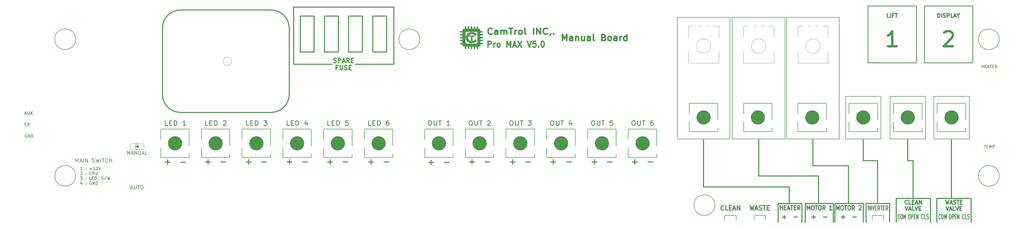
<source format=gbr>
%TF.GenerationSoftware,KiCad,Pcbnew,8.0.4*%
%TF.CreationDate,2024-09-25T08:52:03+09:00*%
%TF.ProjectId,FullHouse_Cover_V6.0,46756c6c-486f-4757-9365-5f436f766572,rev?*%
%TF.SameCoordinates,Original*%
%TF.FileFunction,Legend,Top*%
%TF.FilePolarity,Positive*%
%FSLAX46Y46*%
G04 Gerber Fmt 4.6, Leading zero omitted, Abs format (unit mm)*
G04 Created by KiCad (PCBNEW 8.0.4) date 2024-09-25 08:52:03*
%MOMM*%
%LPD*%
G01*
G04 APERTURE LIST*
%ADD10C,0.150000*%
%ADD11C,0.300000*%
%ADD12C,0.180000*%
%ADD13C,0.250000*%
%ADD14C,0.200000*%
%ADD15C,0.400000*%
%ADD16C,0.225000*%
%ADD17C,0.500000*%
%ADD18C,0.800000*%
%ADD19C,2.360000*%
%ADD20C,0.120000*%
%ADD21C,0.100000*%
%ADD22C,0.010000*%
G04 APERTURE END LIST*
D10*
X369015476Y-196069819D02*
X369586904Y-196069819D01*
X369301190Y-197069819D02*
X369301190Y-196069819D01*
X369920238Y-196546009D02*
X370253571Y-196546009D01*
X370396428Y-197069819D02*
X369920238Y-197069819D01*
X369920238Y-197069819D02*
X369920238Y-196069819D01*
X369920238Y-196069819D02*
X370396428Y-196069819D01*
X370825000Y-197069819D02*
X370825000Y-196069819D01*
X370825000Y-196069819D02*
X371158333Y-196784104D01*
X371158333Y-196784104D02*
X371491666Y-196069819D01*
X371491666Y-196069819D02*
X371491666Y-197069819D01*
X371967857Y-197069819D02*
X371967857Y-196069819D01*
X371967857Y-196069819D02*
X372348809Y-196069819D01*
X372348809Y-196069819D02*
X372444047Y-196117438D01*
X372444047Y-196117438D02*
X372491666Y-196165057D01*
X372491666Y-196165057D02*
X372539285Y-196260295D01*
X372539285Y-196260295D02*
X372539285Y-196403152D01*
X372539285Y-196403152D02*
X372491666Y-196498390D01*
X372491666Y-196498390D02*
X372444047Y-196546009D01*
X372444047Y-196546009D02*
X372348809Y-196593628D01*
X372348809Y-196593628D02*
X371967857Y-196593628D01*
X283150000Y-220950000D02*
X283150000Y-219450000D01*
D11*
X339950000Y-213750000D02*
X351300000Y-213750000D01*
X276150000Y-210000000D02*
X304500000Y-210000000D01*
D12*
X285640000Y-153630000D02*
X303100000Y-153630000D01*
X303100000Y-194055000D01*
X285640000Y-194055000D01*
X285640000Y-153630000D01*
D11*
X160720000Y-169240000D02*
X173470000Y-169240000D01*
D10*
X286950000Y-219450000D02*
X286950000Y-220950000D01*
D11*
X300800000Y-215500000D02*
X300800000Y-221650000D01*
X353450000Y-213750000D02*
X364800000Y-213750000D01*
X312370000Y-202950000D02*
X324100000Y-202950000D01*
X276150000Y-210000000D02*
X276150000Y-194110000D01*
X300800000Y-215500000D02*
X308700000Y-215500000D01*
X339950000Y-213750000D02*
X339950000Y-221650000D01*
D12*
X352430000Y-179875000D02*
X364140000Y-179875000D01*
X364140000Y-194055000D01*
X352430000Y-194055000D01*
X352430000Y-179875000D01*
D11*
X314250000Y-215500000D02*
X314250000Y-206350000D01*
D12*
X337945000Y-179875000D02*
X349655000Y-179875000D01*
X349655000Y-194055000D01*
X337945000Y-194055000D01*
X337945000Y-179875000D01*
X267420000Y-153630000D02*
X284880000Y-153630000D01*
X284880000Y-194055000D01*
X267420000Y-194055000D01*
X267420000Y-153630000D01*
D11*
X312370000Y-202950000D02*
X312370000Y-194110000D01*
X309800000Y-215500000D02*
X309800000Y-221650000D01*
X324100000Y-215500000D02*
X324100000Y-202950000D01*
X329950000Y-215500000D02*
X337750000Y-215500000D01*
X345550000Y-201250000D02*
X343800000Y-201250000D01*
X358282500Y-213740000D02*
X358282500Y-194120000D01*
X309800000Y-215500000D02*
X319150000Y-215500000D01*
D13*
X349240000Y-149830000D02*
X365260000Y-149830000D01*
X365260000Y-168700000D01*
X349240000Y-168700000D01*
X349240000Y-149830000D01*
D10*
X283150000Y-219450000D02*
X286950000Y-219450000D01*
D11*
X308700000Y-215500000D02*
X308700000Y-221650000D01*
X333750000Y-215500000D02*
X333750000Y-201250000D01*
X343800000Y-201250000D02*
X343800000Y-194120000D01*
X333750000Y-201250000D02*
X329050000Y-201250000D01*
X329050000Y-201250000D02*
X329050000Y-194120000D01*
X329950000Y-215500000D02*
X329950000Y-221650000D01*
X140320000Y-169240000D02*
X153120000Y-169240000D01*
X364800000Y-213750000D02*
X364800000Y-221650000D01*
X353450000Y-213750000D02*
X353450000Y-221650000D01*
D10*
X332000000Y-220950000D02*
X332000000Y-219450000D01*
D11*
X351300000Y-213750000D02*
X351300000Y-221650000D01*
X304500000Y-215500000D02*
X304500000Y-210000000D01*
D13*
X330595000Y-149830000D02*
X346615000Y-149830000D01*
X346615000Y-168700000D01*
X330595000Y-168700000D01*
X330595000Y-149830000D01*
D11*
X173470000Y-169240000D02*
X173470000Y-150240000D01*
D10*
X335800000Y-219450000D02*
X335800000Y-220950000D01*
D11*
X294370000Y-206350000D02*
X314250000Y-206350000D01*
X294370000Y-206350000D02*
X294370000Y-194110000D01*
D10*
X296650000Y-219450000D02*
X296650000Y-220950000D01*
D11*
X337750000Y-215500000D02*
X337750000Y-221650000D01*
X140320000Y-150240000D02*
X140320000Y-169240000D01*
D10*
X292850000Y-219450000D02*
X296650000Y-219450000D01*
D11*
X319150000Y-215500000D02*
X319150000Y-221650000D01*
X319600000Y-215500000D02*
X329050000Y-215500000D01*
D10*
X332000000Y-219450000D02*
X335800000Y-219450000D01*
D11*
X345550000Y-213750000D02*
X345550000Y-201250000D01*
D12*
X323195000Y-179875000D02*
X334905000Y-179875000D01*
X334905000Y-194055000D01*
X323195000Y-194055000D01*
X323195000Y-179875000D01*
D11*
X319600000Y-215500000D02*
X319600000Y-221650000D01*
D10*
X292850000Y-220950000D02*
X292850000Y-219450000D01*
D11*
X173470000Y-150240000D02*
X140320000Y-150240000D01*
D12*
X303640000Y-153640000D02*
X321100000Y-153640000D01*
X321100000Y-194055000D01*
X303640000Y-194055000D01*
X303640000Y-153640000D01*
D11*
X329050000Y-215500000D02*
X329050000Y-221650000D01*
X302278571Y-220002181D02*
X303421429Y-220002181D01*
X302850000Y-220573609D02*
X302850000Y-219430752D01*
D14*
X68106190Y-201734742D02*
X68106190Y-200534742D01*
X68106190Y-200534742D02*
X68539524Y-201391885D01*
X68539524Y-201391885D02*
X68972857Y-200534742D01*
X68972857Y-200534742D02*
X68972857Y-201734742D01*
X69530000Y-201391885D02*
X70149047Y-201391885D01*
X69406190Y-201734742D02*
X69839523Y-200534742D01*
X69839523Y-200534742D02*
X70272857Y-201734742D01*
X70706190Y-201734742D02*
X70706190Y-200534742D01*
X71325238Y-201734742D02*
X71325238Y-200534742D01*
X71325238Y-200534742D02*
X72068095Y-201734742D01*
X72068095Y-201734742D02*
X72068095Y-200534742D01*
X73615715Y-201677600D02*
X73801429Y-201734742D01*
X73801429Y-201734742D02*
X74110953Y-201734742D01*
X74110953Y-201734742D02*
X74234762Y-201677600D01*
X74234762Y-201677600D02*
X74296667Y-201620457D01*
X74296667Y-201620457D02*
X74358572Y-201506171D01*
X74358572Y-201506171D02*
X74358572Y-201391885D01*
X74358572Y-201391885D02*
X74296667Y-201277600D01*
X74296667Y-201277600D02*
X74234762Y-201220457D01*
X74234762Y-201220457D02*
X74110953Y-201163314D01*
X74110953Y-201163314D02*
X73863334Y-201106171D01*
X73863334Y-201106171D02*
X73739524Y-201049028D01*
X73739524Y-201049028D02*
X73677619Y-200991885D01*
X73677619Y-200991885D02*
X73615715Y-200877600D01*
X73615715Y-200877600D02*
X73615715Y-200763314D01*
X73615715Y-200763314D02*
X73677619Y-200649028D01*
X73677619Y-200649028D02*
X73739524Y-200591885D01*
X73739524Y-200591885D02*
X73863334Y-200534742D01*
X73863334Y-200534742D02*
X74172857Y-200534742D01*
X74172857Y-200534742D02*
X74358572Y-200591885D01*
X74791905Y-200534742D02*
X75101429Y-201734742D01*
X75101429Y-201734742D02*
X75349048Y-200877600D01*
X75349048Y-200877600D02*
X75596667Y-201734742D01*
X75596667Y-201734742D02*
X75906191Y-200534742D01*
X76401428Y-201734742D02*
X76401428Y-200534742D01*
X76834762Y-200534742D02*
X77577619Y-200534742D01*
X77206191Y-201734742D02*
X77206191Y-200534742D01*
X78753809Y-201620457D02*
X78691905Y-201677600D01*
X78691905Y-201677600D02*
X78506190Y-201734742D01*
X78506190Y-201734742D02*
X78382381Y-201734742D01*
X78382381Y-201734742D02*
X78196667Y-201677600D01*
X78196667Y-201677600D02*
X78072857Y-201563314D01*
X78072857Y-201563314D02*
X78010952Y-201449028D01*
X78010952Y-201449028D02*
X77949048Y-201220457D01*
X77949048Y-201220457D02*
X77949048Y-201049028D01*
X77949048Y-201049028D02*
X78010952Y-200820457D01*
X78010952Y-200820457D02*
X78072857Y-200706171D01*
X78072857Y-200706171D02*
X78196667Y-200591885D01*
X78196667Y-200591885D02*
X78382381Y-200534742D01*
X78382381Y-200534742D02*
X78506190Y-200534742D01*
X78506190Y-200534742D02*
X78691905Y-200591885D01*
X78691905Y-200591885D02*
X78753809Y-200649028D01*
X79310952Y-201734742D02*
X79310952Y-200534742D01*
X79310952Y-201106171D02*
X80053809Y-201106171D01*
X80053809Y-201734742D02*
X80053809Y-200534742D01*
D11*
X156763095Y-201687733D02*
X158286905Y-201687733D01*
X353690475Y-153675804D02*
X353690475Y-152375804D01*
X353690475Y-152375804D02*
X353999999Y-152375804D01*
X353999999Y-152375804D02*
X354185713Y-152437709D01*
X354185713Y-152437709D02*
X354309523Y-152561519D01*
X354309523Y-152561519D02*
X354371428Y-152685328D01*
X354371428Y-152685328D02*
X354433332Y-152932947D01*
X354433332Y-152932947D02*
X354433332Y-153118661D01*
X354433332Y-153118661D02*
X354371428Y-153366280D01*
X354371428Y-153366280D02*
X354309523Y-153490090D01*
X354309523Y-153490090D02*
X354185713Y-153613900D01*
X354185713Y-153613900D02*
X353999999Y-153675804D01*
X353999999Y-153675804D02*
X353690475Y-153675804D01*
X354990475Y-153675804D02*
X354990475Y-152375804D01*
X355547619Y-153613900D02*
X355733333Y-153675804D01*
X355733333Y-153675804D02*
X356042857Y-153675804D01*
X356042857Y-153675804D02*
X356166666Y-153613900D01*
X356166666Y-153613900D02*
X356228571Y-153551995D01*
X356228571Y-153551995D02*
X356290476Y-153428185D01*
X356290476Y-153428185D02*
X356290476Y-153304376D01*
X356290476Y-153304376D02*
X356228571Y-153180566D01*
X356228571Y-153180566D02*
X356166666Y-153118661D01*
X356166666Y-153118661D02*
X356042857Y-153056757D01*
X356042857Y-153056757D02*
X355795238Y-152994852D01*
X355795238Y-152994852D02*
X355671428Y-152932947D01*
X355671428Y-152932947D02*
X355609523Y-152871042D01*
X355609523Y-152871042D02*
X355547619Y-152747233D01*
X355547619Y-152747233D02*
X355547619Y-152623423D01*
X355547619Y-152623423D02*
X355609523Y-152499614D01*
X355609523Y-152499614D02*
X355671428Y-152437709D01*
X355671428Y-152437709D02*
X355795238Y-152375804D01*
X355795238Y-152375804D02*
X356104761Y-152375804D01*
X356104761Y-152375804D02*
X356290476Y-152437709D01*
X356847618Y-153675804D02*
X356847618Y-152375804D01*
X356847618Y-152375804D02*
X357342856Y-152375804D01*
X357342856Y-152375804D02*
X357466666Y-152437709D01*
X357466666Y-152437709D02*
X357528571Y-152499614D01*
X357528571Y-152499614D02*
X357590475Y-152623423D01*
X357590475Y-152623423D02*
X357590475Y-152809138D01*
X357590475Y-152809138D02*
X357528571Y-152932947D01*
X357528571Y-152932947D02*
X357466666Y-152994852D01*
X357466666Y-152994852D02*
X357342856Y-153056757D01*
X357342856Y-153056757D02*
X356847618Y-153056757D01*
X358766666Y-153675804D02*
X358147618Y-153675804D01*
X358147618Y-153675804D02*
X358147618Y-152375804D01*
X359138095Y-153304376D02*
X359757142Y-153304376D01*
X359014285Y-153675804D02*
X359447618Y-152375804D01*
X359447618Y-152375804D02*
X359880952Y-153675804D01*
X360561904Y-153056757D02*
X360561904Y-153675804D01*
X360128571Y-152375804D02*
X360561904Y-153056757D01*
X360561904Y-153056757D02*
X360995238Y-152375804D01*
D13*
X152425000Y-189470928D02*
X151615476Y-189470928D01*
X151615476Y-189470928D02*
X151615476Y-187970928D01*
X152991666Y-188685214D02*
X153558333Y-188685214D01*
X153801190Y-189470928D02*
X152991666Y-189470928D01*
X152991666Y-189470928D02*
X152991666Y-187970928D01*
X152991666Y-187970928D02*
X153801190Y-187970928D01*
X154529761Y-189470928D02*
X154529761Y-187970928D01*
X154529761Y-187970928D02*
X154934523Y-187970928D01*
X154934523Y-187970928D02*
X155177380Y-188042357D01*
X155177380Y-188042357D02*
X155339285Y-188185214D01*
X155339285Y-188185214D02*
X155420238Y-188328071D01*
X155420238Y-188328071D02*
X155501190Y-188613785D01*
X155501190Y-188613785D02*
X155501190Y-188828071D01*
X155501190Y-188828071D02*
X155420238Y-189113785D01*
X155420238Y-189113785D02*
X155339285Y-189256642D01*
X155339285Y-189256642D02*
X155177380Y-189399500D01*
X155177380Y-189399500D02*
X154934523Y-189470928D01*
X154934523Y-189470928D02*
X154529761Y-189470928D01*
X158334523Y-187970928D02*
X157524999Y-187970928D01*
X157524999Y-187970928D02*
X157444047Y-188685214D01*
X157444047Y-188685214D02*
X157524999Y-188613785D01*
X157524999Y-188613785D02*
X157686904Y-188542357D01*
X157686904Y-188542357D02*
X158091666Y-188542357D01*
X158091666Y-188542357D02*
X158253571Y-188613785D01*
X158253571Y-188613785D02*
X158334523Y-188685214D01*
X158334523Y-188685214D02*
X158415476Y-188828071D01*
X158415476Y-188828071D02*
X158415476Y-189185214D01*
X158415476Y-189185214D02*
X158334523Y-189328071D01*
X158334523Y-189328071D02*
X158253571Y-189399500D01*
X158253571Y-189399500D02*
X158091666Y-189470928D01*
X158091666Y-189470928D02*
X157686904Y-189470928D01*
X157686904Y-189470928D02*
X157524999Y-189399500D01*
X157524999Y-189399500D02*
X157444047Y-189328071D01*
D11*
X185143095Y-201808508D02*
X186666905Y-201808508D01*
X185905000Y-202570413D02*
X185905000Y-201046603D01*
X153620000Y-168639442D02*
X153834286Y-168710870D01*
X153834286Y-168710870D02*
X154191428Y-168710870D01*
X154191428Y-168710870D02*
X154334286Y-168639442D01*
X154334286Y-168639442D02*
X154405714Y-168568013D01*
X154405714Y-168568013D02*
X154477143Y-168425156D01*
X154477143Y-168425156D02*
X154477143Y-168282299D01*
X154477143Y-168282299D02*
X154405714Y-168139442D01*
X154405714Y-168139442D02*
X154334286Y-168068013D01*
X154334286Y-168068013D02*
X154191428Y-167996584D01*
X154191428Y-167996584D02*
X153905714Y-167925156D01*
X153905714Y-167925156D02*
X153762857Y-167853727D01*
X153762857Y-167853727D02*
X153691428Y-167782299D01*
X153691428Y-167782299D02*
X153620000Y-167639442D01*
X153620000Y-167639442D02*
X153620000Y-167496584D01*
X153620000Y-167496584D02*
X153691428Y-167353727D01*
X153691428Y-167353727D02*
X153762857Y-167282299D01*
X153762857Y-167282299D02*
X153905714Y-167210870D01*
X153905714Y-167210870D02*
X154262857Y-167210870D01*
X154262857Y-167210870D02*
X154477143Y-167282299D01*
X155119999Y-168710870D02*
X155119999Y-167210870D01*
X155119999Y-167210870D02*
X155691428Y-167210870D01*
X155691428Y-167210870D02*
X155834285Y-167282299D01*
X155834285Y-167282299D02*
X155905714Y-167353727D01*
X155905714Y-167353727D02*
X155977142Y-167496584D01*
X155977142Y-167496584D02*
X155977142Y-167710870D01*
X155977142Y-167710870D02*
X155905714Y-167853727D01*
X155905714Y-167853727D02*
X155834285Y-167925156D01*
X155834285Y-167925156D02*
X155691428Y-167996584D01*
X155691428Y-167996584D02*
X155119999Y-167996584D01*
X156548571Y-168282299D02*
X157262857Y-168282299D01*
X156405714Y-168710870D02*
X156905714Y-167210870D01*
X156905714Y-167210870D02*
X157405714Y-168710870D01*
X158762856Y-168710870D02*
X158262856Y-167996584D01*
X157905713Y-168710870D02*
X157905713Y-167210870D01*
X157905713Y-167210870D02*
X158477142Y-167210870D01*
X158477142Y-167210870D02*
X158619999Y-167282299D01*
X158619999Y-167282299D02*
X158691428Y-167353727D01*
X158691428Y-167353727D02*
X158762856Y-167496584D01*
X158762856Y-167496584D02*
X158762856Y-167710870D01*
X158762856Y-167710870D02*
X158691428Y-167853727D01*
X158691428Y-167853727D02*
X158619999Y-167925156D01*
X158619999Y-167925156D02*
X158477142Y-167996584D01*
X158477142Y-167996584D02*
X157905713Y-167996584D01*
X159405713Y-167925156D02*
X159905713Y-167925156D01*
X160119999Y-168710870D02*
X159405713Y-168710870D01*
X159405713Y-168710870D02*
X159405713Y-167210870D01*
X159405713Y-167210870D02*
X160119999Y-167210870D01*
X154905714Y-170340072D02*
X154405714Y-170340072D01*
X154405714Y-171125786D02*
X154405714Y-169625786D01*
X154405714Y-169625786D02*
X155120000Y-169625786D01*
X155691428Y-169625786D02*
X155691428Y-170840072D01*
X155691428Y-170840072D02*
X155762857Y-170982929D01*
X155762857Y-170982929D02*
X155834286Y-171054358D01*
X155834286Y-171054358D02*
X155977143Y-171125786D01*
X155977143Y-171125786D02*
X156262857Y-171125786D01*
X156262857Y-171125786D02*
X156405714Y-171054358D01*
X156405714Y-171054358D02*
X156477143Y-170982929D01*
X156477143Y-170982929D02*
X156548571Y-170840072D01*
X156548571Y-170840072D02*
X156548571Y-169625786D01*
X157191429Y-171054358D02*
X157405715Y-171125786D01*
X157405715Y-171125786D02*
X157762857Y-171125786D01*
X157762857Y-171125786D02*
X157905715Y-171054358D01*
X157905715Y-171054358D02*
X157977143Y-170982929D01*
X157977143Y-170982929D02*
X158048572Y-170840072D01*
X158048572Y-170840072D02*
X158048572Y-170697215D01*
X158048572Y-170697215D02*
X157977143Y-170554358D01*
X157977143Y-170554358D02*
X157905715Y-170482929D01*
X157905715Y-170482929D02*
X157762857Y-170411500D01*
X157762857Y-170411500D02*
X157477143Y-170340072D01*
X157477143Y-170340072D02*
X157334286Y-170268643D01*
X157334286Y-170268643D02*
X157262857Y-170197215D01*
X157262857Y-170197215D02*
X157191429Y-170054358D01*
X157191429Y-170054358D02*
X157191429Y-169911500D01*
X157191429Y-169911500D02*
X157262857Y-169768643D01*
X157262857Y-169768643D02*
X157334286Y-169697215D01*
X157334286Y-169697215D02*
X157477143Y-169625786D01*
X157477143Y-169625786D02*
X157834286Y-169625786D01*
X157834286Y-169625786D02*
X158048572Y-169697215D01*
X158691428Y-170340072D02*
X159191428Y-170340072D01*
X159405714Y-171125786D02*
X158691428Y-171125786D01*
X158691428Y-171125786D02*
X158691428Y-169625786D01*
X158691428Y-169625786D02*
X159405714Y-169625786D01*
X217213095Y-201687733D02*
X218736905Y-201687733D01*
X170263095Y-201687733D02*
X171786905Y-201687733D01*
X312028571Y-219987016D02*
X313171429Y-219987016D01*
X312600000Y-220558444D02*
X312600000Y-219415587D01*
X315828571Y-219987016D02*
X316971429Y-219987016D01*
X225613095Y-201687733D02*
X227136905Y-201687733D01*
X226375000Y-202449638D02*
X226375000Y-200925828D01*
D13*
X252767857Y-187970928D02*
X253091666Y-187970928D01*
X253091666Y-187970928D02*
X253253571Y-188042357D01*
X253253571Y-188042357D02*
X253415476Y-188185214D01*
X253415476Y-188185214D02*
X253496428Y-188470928D01*
X253496428Y-188470928D02*
X253496428Y-188970928D01*
X253496428Y-188970928D02*
X253415476Y-189256642D01*
X253415476Y-189256642D02*
X253253571Y-189399500D01*
X253253571Y-189399500D02*
X253091666Y-189470928D01*
X253091666Y-189470928D02*
X252767857Y-189470928D01*
X252767857Y-189470928D02*
X252605952Y-189399500D01*
X252605952Y-189399500D02*
X252444047Y-189256642D01*
X252444047Y-189256642D02*
X252363095Y-188970928D01*
X252363095Y-188970928D02*
X252363095Y-188470928D01*
X252363095Y-188470928D02*
X252444047Y-188185214D01*
X252444047Y-188185214D02*
X252605952Y-188042357D01*
X252605952Y-188042357D02*
X252767857Y-187970928D01*
X254224999Y-187970928D02*
X254224999Y-189185214D01*
X254224999Y-189185214D02*
X254305952Y-189328071D01*
X254305952Y-189328071D02*
X254386904Y-189399500D01*
X254386904Y-189399500D02*
X254548809Y-189470928D01*
X254548809Y-189470928D02*
X254872618Y-189470928D01*
X254872618Y-189470928D02*
X255034523Y-189399500D01*
X255034523Y-189399500D02*
X255115476Y-189328071D01*
X255115476Y-189328071D02*
X255196428Y-189185214D01*
X255196428Y-189185214D02*
X255196428Y-187970928D01*
X255763094Y-187970928D02*
X256734523Y-187970928D01*
X256248809Y-189470928D02*
X256248809Y-187970928D01*
X259324999Y-187970928D02*
X259001189Y-187970928D01*
X259001189Y-187970928D02*
X258839285Y-188042357D01*
X258839285Y-188042357D02*
X258758332Y-188113785D01*
X258758332Y-188113785D02*
X258596427Y-188328071D01*
X258596427Y-188328071D02*
X258515475Y-188613785D01*
X258515475Y-188613785D02*
X258515475Y-189185214D01*
X258515475Y-189185214D02*
X258596427Y-189328071D01*
X258596427Y-189328071D02*
X258677380Y-189399500D01*
X258677380Y-189399500D02*
X258839285Y-189470928D01*
X258839285Y-189470928D02*
X259163094Y-189470928D01*
X259163094Y-189470928D02*
X259324999Y-189399500D01*
X259324999Y-189399500D02*
X259405951Y-189328071D01*
X259405951Y-189328071D02*
X259486904Y-189185214D01*
X259486904Y-189185214D02*
X259486904Y-188828071D01*
X259486904Y-188828071D02*
X259405951Y-188685214D01*
X259405951Y-188685214D02*
X259324999Y-188613785D01*
X259324999Y-188613785D02*
X259163094Y-188542357D01*
X259163094Y-188542357D02*
X258839285Y-188542357D01*
X258839285Y-188542357D02*
X258677380Y-188613785D01*
X258677380Y-188613785D02*
X258596427Y-188685214D01*
X258596427Y-188685214D02*
X258515475Y-188828071D01*
D11*
X102938095Y-201717733D02*
X104461905Y-201717733D01*
X198613095Y-201687733D02*
X200136905Y-201687733D01*
X199375000Y-202449638D02*
X199375000Y-200925828D01*
X282804999Y-217535471D02*
X282733571Y-217606900D01*
X282733571Y-217606900D02*
X282519285Y-217678328D01*
X282519285Y-217678328D02*
X282376428Y-217678328D01*
X282376428Y-217678328D02*
X282162142Y-217606900D01*
X282162142Y-217606900D02*
X282019285Y-217464042D01*
X282019285Y-217464042D02*
X281947856Y-217321185D01*
X281947856Y-217321185D02*
X281876428Y-217035471D01*
X281876428Y-217035471D02*
X281876428Y-216821185D01*
X281876428Y-216821185D02*
X281947856Y-216535471D01*
X281947856Y-216535471D02*
X282019285Y-216392614D01*
X282019285Y-216392614D02*
X282162142Y-216249757D01*
X282162142Y-216249757D02*
X282376428Y-216178328D01*
X282376428Y-216178328D02*
X282519285Y-216178328D01*
X282519285Y-216178328D02*
X282733571Y-216249757D01*
X282733571Y-216249757D02*
X282804999Y-216321185D01*
X284162142Y-217678328D02*
X283447856Y-217678328D01*
X283447856Y-217678328D02*
X283447856Y-216178328D01*
X284662142Y-216892614D02*
X285162142Y-216892614D01*
X285376428Y-217678328D02*
X284662142Y-217678328D01*
X284662142Y-217678328D02*
X284662142Y-216178328D01*
X284662142Y-216178328D02*
X285376428Y-216178328D01*
X285947857Y-217249757D02*
X286662143Y-217249757D01*
X285805000Y-217678328D02*
X286305000Y-216178328D01*
X286305000Y-216178328D02*
X286805000Y-217678328D01*
X287304999Y-217678328D02*
X287304999Y-216178328D01*
X287304999Y-216178328D02*
X288162142Y-217678328D01*
X288162142Y-217678328D02*
X288162142Y-216178328D01*
X116263095Y-201687733D02*
X117786905Y-201687733D01*
X138163095Y-201687733D02*
X139686905Y-201687733D01*
X138925000Y-202449638D02*
X138925000Y-200925828D01*
D13*
X185297857Y-187970928D02*
X185621666Y-187970928D01*
X185621666Y-187970928D02*
X185783571Y-188042357D01*
X185783571Y-188042357D02*
X185945476Y-188185214D01*
X185945476Y-188185214D02*
X186026428Y-188470928D01*
X186026428Y-188470928D02*
X186026428Y-188970928D01*
X186026428Y-188970928D02*
X185945476Y-189256642D01*
X185945476Y-189256642D02*
X185783571Y-189399500D01*
X185783571Y-189399500D02*
X185621666Y-189470928D01*
X185621666Y-189470928D02*
X185297857Y-189470928D01*
X185297857Y-189470928D02*
X185135952Y-189399500D01*
X185135952Y-189399500D02*
X184974047Y-189256642D01*
X184974047Y-189256642D02*
X184893095Y-188970928D01*
X184893095Y-188970928D02*
X184893095Y-188470928D01*
X184893095Y-188470928D02*
X184974047Y-188185214D01*
X184974047Y-188185214D02*
X185135952Y-188042357D01*
X185135952Y-188042357D02*
X185297857Y-187970928D01*
X186754999Y-187970928D02*
X186754999Y-189185214D01*
X186754999Y-189185214D02*
X186835952Y-189328071D01*
X186835952Y-189328071D02*
X186916904Y-189399500D01*
X186916904Y-189399500D02*
X187078809Y-189470928D01*
X187078809Y-189470928D02*
X187402618Y-189470928D01*
X187402618Y-189470928D02*
X187564523Y-189399500D01*
X187564523Y-189399500D02*
X187645476Y-189328071D01*
X187645476Y-189328071D02*
X187726428Y-189185214D01*
X187726428Y-189185214D02*
X187726428Y-187970928D01*
X188293094Y-187970928D02*
X189264523Y-187970928D01*
X188778809Y-189470928D02*
X188778809Y-187970928D01*
X192016904Y-189470928D02*
X191045475Y-189470928D01*
X191531189Y-189470928D02*
X191531189Y-187970928D01*
X191531189Y-187970928D02*
X191369285Y-188185214D01*
X191369285Y-188185214D02*
X191207380Y-188328071D01*
X191207380Y-188328071D02*
X191045475Y-188399500D01*
D15*
X204685537Y-163534438D02*
X204685537Y-161534438D01*
X204685537Y-161534438D02*
X205409347Y-161534438D01*
X205409347Y-161534438D02*
X205590299Y-161629676D01*
X205590299Y-161629676D02*
X205680776Y-161724914D01*
X205680776Y-161724914D02*
X205771252Y-161915390D01*
X205771252Y-161915390D02*
X205771252Y-162201104D01*
X205771252Y-162201104D02*
X205680776Y-162391580D01*
X205680776Y-162391580D02*
X205590299Y-162486819D01*
X205590299Y-162486819D02*
X205409347Y-162582057D01*
X205409347Y-162582057D02*
X204685537Y-162582057D01*
X206585537Y-163534438D02*
X206585537Y-162201104D01*
X206585537Y-162582057D02*
X206676014Y-162391580D01*
X206676014Y-162391580D02*
X206766490Y-162296342D01*
X206766490Y-162296342D02*
X206947442Y-162201104D01*
X206947442Y-162201104D02*
X207128395Y-162201104D01*
X208033156Y-163534438D02*
X207852204Y-163439200D01*
X207852204Y-163439200D02*
X207761727Y-163343961D01*
X207761727Y-163343961D02*
X207671251Y-163153485D01*
X207671251Y-163153485D02*
X207671251Y-162582057D01*
X207671251Y-162582057D02*
X207761727Y-162391580D01*
X207761727Y-162391580D02*
X207852204Y-162296342D01*
X207852204Y-162296342D02*
X208033156Y-162201104D01*
X208033156Y-162201104D02*
X208304585Y-162201104D01*
X208304585Y-162201104D02*
X208485537Y-162296342D01*
X208485537Y-162296342D02*
X208576013Y-162391580D01*
X208576013Y-162391580D02*
X208666489Y-162582057D01*
X208666489Y-162582057D02*
X208666489Y-163153485D01*
X208666489Y-163153485D02*
X208576013Y-163343961D01*
X208576013Y-163343961D02*
X208485537Y-163439200D01*
X208485537Y-163439200D02*
X208304585Y-163534438D01*
X208304585Y-163534438D02*
X208033156Y-163534438D01*
X210928394Y-163534438D02*
X210928394Y-161534438D01*
X210928394Y-161534438D02*
X211561728Y-162963009D01*
X211561728Y-162963009D02*
X212195061Y-161534438D01*
X212195061Y-161534438D02*
X212195061Y-163534438D01*
X213009347Y-162963009D02*
X213914109Y-162963009D01*
X212828395Y-163534438D02*
X213461728Y-161534438D01*
X213461728Y-161534438D02*
X214095062Y-163534438D01*
X214547442Y-161534438D02*
X215814109Y-163534438D01*
X215814109Y-161534438D02*
X214547442Y-163534438D01*
X217714109Y-161534438D02*
X218347442Y-163534438D01*
X218347442Y-163534438D02*
X218980776Y-161534438D01*
X220518870Y-161534438D02*
X219614108Y-161534438D01*
X219614108Y-161534438D02*
X219523632Y-162486819D01*
X219523632Y-162486819D02*
X219614108Y-162391580D01*
X219614108Y-162391580D02*
X219795061Y-162296342D01*
X219795061Y-162296342D02*
X220247442Y-162296342D01*
X220247442Y-162296342D02*
X220428394Y-162391580D01*
X220428394Y-162391580D02*
X220518870Y-162486819D01*
X220518870Y-162486819D02*
X220609347Y-162677295D01*
X220609347Y-162677295D02*
X220609347Y-163153485D01*
X220609347Y-163153485D02*
X220518870Y-163343961D01*
X220518870Y-163343961D02*
X220428394Y-163439200D01*
X220428394Y-163439200D02*
X220247442Y-163534438D01*
X220247442Y-163534438D02*
X219795061Y-163534438D01*
X219795061Y-163534438D02*
X219614108Y-163439200D01*
X219614108Y-163439200D02*
X219523632Y-163343961D01*
X221423632Y-163343961D02*
X221514109Y-163439200D01*
X221514109Y-163439200D02*
X221423632Y-163534438D01*
X221423632Y-163534438D02*
X221333156Y-163439200D01*
X221333156Y-163439200D02*
X221423632Y-163343961D01*
X221423632Y-163343961D02*
X221423632Y-163534438D01*
X222690299Y-161534438D02*
X222871252Y-161534438D01*
X222871252Y-161534438D02*
X223052204Y-161629676D01*
X223052204Y-161629676D02*
X223142680Y-161724914D01*
X223142680Y-161724914D02*
X223233156Y-161915390D01*
X223233156Y-161915390D02*
X223323633Y-162296342D01*
X223323633Y-162296342D02*
X223323633Y-162772533D01*
X223323633Y-162772533D02*
X223233156Y-163153485D01*
X223233156Y-163153485D02*
X223142680Y-163343961D01*
X223142680Y-163343961D02*
X223052204Y-163439200D01*
X223052204Y-163439200D02*
X222871252Y-163534438D01*
X222871252Y-163534438D02*
X222690299Y-163534438D01*
X222690299Y-163534438D02*
X222509347Y-163439200D01*
X222509347Y-163439200D02*
X222418871Y-163343961D01*
X222418871Y-163343961D02*
X222328394Y-163153485D01*
X222328394Y-163153485D02*
X222237918Y-162772533D01*
X222237918Y-162772533D02*
X222237918Y-162296342D01*
X222237918Y-162296342D02*
X222328394Y-161915390D01*
X222328394Y-161915390D02*
X222418871Y-161724914D01*
X222418871Y-161724914D02*
X222509347Y-161629676D01*
X222509347Y-161629676D02*
X222690299Y-161534438D01*
D11*
X124663095Y-201687733D02*
X126186905Y-201687733D01*
X125425000Y-202449638D02*
X125425000Y-200925828D01*
D13*
X111925000Y-189470928D02*
X111115476Y-189470928D01*
X111115476Y-189470928D02*
X111115476Y-187970928D01*
X112491666Y-188685214D02*
X113058333Y-188685214D01*
X113301190Y-189470928D02*
X112491666Y-189470928D01*
X112491666Y-189470928D02*
X112491666Y-187970928D01*
X112491666Y-187970928D02*
X113301190Y-187970928D01*
X114029761Y-189470928D02*
X114029761Y-187970928D01*
X114029761Y-187970928D02*
X114434523Y-187970928D01*
X114434523Y-187970928D02*
X114677380Y-188042357D01*
X114677380Y-188042357D02*
X114839285Y-188185214D01*
X114839285Y-188185214D02*
X114920238Y-188328071D01*
X114920238Y-188328071D02*
X115001190Y-188613785D01*
X115001190Y-188613785D02*
X115001190Y-188828071D01*
X115001190Y-188828071D02*
X114920238Y-189113785D01*
X114920238Y-189113785D02*
X114839285Y-189256642D01*
X114839285Y-189256642D02*
X114677380Y-189399500D01*
X114677380Y-189399500D02*
X114434523Y-189470928D01*
X114434523Y-189470928D02*
X114029761Y-189470928D01*
X116944047Y-188113785D02*
X117024999Y-188042357D01*
X117024999Y-188042357D02*
X117186904Y-187970928D01*
X117186904Y-187970928D02*
X117591666Y-187970928D01*
X117591666Y-187970928D02*
X117753571Y-188042357D01*
X117753571Y-188042357D02*
X117834523Y-188113785D01*
X117834523Y-188113785D02*
X117915476Y-188256642D01*
X117915476Y-188256642D02*
X117915476Y-188399500D01*
X117915476Y-188399500D02*
X117834523Y-188613785D01*
X117834523Y-188613785D02*
X116863095Y-189470928D01*
X116863095Y-189470928D02*
X117915476Y-189470928D01*
D10*
X368330000Y-170459819D02*
X368330000Y-169459819D01*
X368330000Y-169936009D02*
X368901428Y-169936009D01*
X368901428Y-170459819D02*
X368901428Y-169459819D01*
X369377619Y-169936009D02*
X369710952Y-169936009D01*
X369853809Y-170459819D02*
X369377619Y-170459819D01*
X369377619Y-170459819D02*
X369377619Y-169459819D01*
X369377619Y-169459819D02*
X369853809Y-169459819D01*
X370234762Y-170174104D02*
X370710952Y-170174104D01*
X370139524Y-170459819D02*
X370472857Y-169459819D01*
X370472857Y-169459819D02*
X370806190Y-170459819D01*
X370996667Y-169459819D02*
X371568095Y-169459819D01*
X371282381Y-170459819D02*
X371282381Y-169459819D01*
X371901429Y-169936009D02*
X372234762Y-169936009D01*
X372377619Y-170459819D02*
X371901429Y-170459819D01*
X371901429Y-170459819D02*
X371901429Y-169459819D01*
X371901429Y-169459819D02*
X372377619Y-169459819D01*
X373377619Y-170459819D02*
X373044286Y-169983628D01*
X372806191Y-170459819D02*
X372806191Y-169459819D01*
X372806191Y-169459819D02*
X373187143Y-169459819D01*
X373187143Y-169459819D02*
X373282381Y-169507438D01*
X373282381Y-169507438D02*
X373330000Y-169555057D01*
X373330000Y-169555057D02*
X373377619Y-169650295D01*
X373377619Y-169650295D02*
X373377619Y-169793152D01*
X373377619Y-169793152D02*
X373330000Y-169888390D01*
X373330000Y-169888390D02*
X373282381Y-169936009D01*
X373282381Y-169936009D02*
X373187143Y-169983628D01*
X373187143Y-169983628D02*
X372806191Y-169983628D01*
D11*
X230713095Y-201687733D02*
X232236905Y-201687733D01*
X291505000Y-216178328D02*
X291862143Y-217678328D01*
X291862143Y-217678328D02*
X292147857Y-216606900D01*
X292147857Y-216606900D02*
X292433572Y-217678328D01*
X292433572Y-217678328D02*
X292790715Y-216178328D01*
X293290715Y-217249757D02*
X294005001Y-217249757D01*
X293147858Y-217678328D02*
X293647858Y-216178328D01*
X293647858Y-216178328D02*
X294147858Y-217678328D01*
X294576429Y-217606900D02*
X294790715Y-217678328D01*
X294790715Y-217678328D02*
X295147857Y-217678328D01*
X295147857Y-217678328D02*
X295290715Y-217606900D01*
X295290715Y-217606900D02*
X295362143Y-217535471D01*
X295362143Y-217535471D02*
X295433572Y-217392614D01*
X295433572Y-217392614D02*
X295433572Y-217249757D01*
X295433572Y-217249757D02*
X295362143Y-217106900D01*
X295362143Y-217106900D02*
X295290715Y-217035471D01*
X295290715Y-217035471D02*
X295147857Y-216964042D01*
X295147857Y-216964042D02*
X294862143Y-216892614D01*
X294862143Y-216892614D02*
X294719286Y-216821185D01*
X294719286Y-216821185D02*
X294647857Y-216749757D01*
X294647857Y-216749757D02*
X294576429Y-216606900D01*
X294576429Y-216606900D02*
X294576429Y-216464042D01*
X294576429Y-216464042D02*
X294647857Y-216321185D01*
X294647857Y-216321185D02*
X294719286Y-216249757D01*
X294719286Y-216249757D02*
X294862143Y-216178328D01*
X294862143Y-216178328D02*
X295219286Y-216178328D01*
X295219286Y-216178328D02*
X295433572Y-216249757D01*
X295862143Y-216178328D02*
X296719286Y-216178328D01*
X296290714Y-217678328D02*
X296290714Y-216178328D01*
X297219285Y-216892614D02*
X297719285Y-216892614D01*
X297933571Y-217678328D02*
X297219285Y-217678328D01*
X297219285Y-217678328D02*
X297219285Y-216178328D01*
X297219285Y-216178328D02*
X297933571Y-216178328D01*
X129763095Y-201687733D02*
X131286905Y-201687733D01*
D10*
X51880588Y-192552438D02*
X51785350Y-192504819D01*
X51785350Y-192504819D02*
X51642493Y-192504819D01*
X51642493Y-192504819D02*
X51499636Y-192552438D01*
X51499636Y-192552438D02*
X51404398Y-192647676D01*
X51404398Y-192647676D02*
X51356779Y-192742914D01*
X51356779Y-192742914D02*
X51309160Y-192933390D01*
X51309160Y-192933390D02*
X51309160Y-193076247D01*
X51309160Y-193076247D02*
X51356779Y-193266723D01*
X51356779Y-193266723D02*
X51404398Y-193361961D01*
X51404398Y-193361961D02*
X51499636Y-193457200D01*
X51499636Y-193457200D02*
X51642493Y-193504819D01*
X51642493Y-193504819D02*
X51737731Y-193504819D01*
X51737731Y-193504819D02*
X51880588Y-193457200D01*
X51880588Y-193457200D02*
X51928207Y-193409580D01*
X51928207Y-193409580D02*
X51928207Y-193076247D01*
X51928207Y-193076247D02*
X51737731Y-193076247D01*
X52356779Y-193504819D02*
X52356779Y-192504819D01*
X52356779Y-192504819D02*
X52928207Y-193504819D01*
X52928207Y-193504819D02*
X52928207Y-192504819D01*
X53404398Y-193504819D02*
X53404398Y-192504819D01*
X53404398Y-192504819D02*
X53642493Y-192504819D01*
X53642493Y-192504819D02*
X53785350Y-192552438D01*
X53785350Y-192552438D02*
X53880588Y-192647676D01*
X53880588Y-192647676D02*
X53928207Y-192742914D01*
X53928207Y-192742914D02*
X53975826Y-192933390D01*
X53975826Y-192933390D02*
X53975826Y-193076247D01*
X53975826Y-193076247D02*
X53928207Y-193266723D01*
X53928207Y-193266723D02*
X53880588Y-193361961D01*
X53880588Y-193361961D02*
X53785350Y-193457200D01*
X53785350Y-193457200D02*
X53642493Y-193504819D01*
X53642493Y-193504819D02*
X53404398Y-193504819D01*
D16*
X354592857Y-220423198D02*
X354550000Y-220494627D01*
X354550000Y-220494627D02*
X354421428Y-220566055D01*
X354421428Y-220566055D02*
X354335714Y-220566055D01*
X354335714Y-220566055D02*
X354207143Y-220494627D01*
X354207143Y-220494627D02*
X354121428Y-220351769D01*
X354121428Y-220351769D02*
X354078571Y-220208912D01*
X354078571Y-220208912D02*
X354035714Y-219923198D01*
X354035714Y-219923198D02*
X354035714Y-219708912D01*
X354035714Y-219708912D02*
X354078571Y-219423198D01*
X354078571Y-219423198D02*
X354121428Y-219280341D01*
X354121428Y-219280341D02*
X354207143Y-219137484D01*
X354207143Y-219137484D02*
X354335714Y-219066055D01*
X354335714Y-219066055D02*
X354421428Y-219066055D01*
X354421428Y-219066055D02*
X354550000Y-219137484D01*
X354550000Y-219137484D02*
X354592857Y-219208912D01*
X355150000Y-219066055D02*
X355321428Y-219066055D01*
X355321428Y-219066055D02*
X355407143Y-219137484D01*
X355407143Y-219137484D02*
X355492857Y-219280341D01*
X355492857Y-219280341D02*
X355535714Y-219566055D01*
X355535714Y-219566055D02*
X355535714Y-220066055D01*
X355535714Y-220066055D02*
X355492857Y-220351769D01*
X355492857Y-220351769D02*
X355407143Y-220494627D01*
X355407143Y-220494627D02*
X355321428Y-220566055D01*
X355321428Y-220566055D02*
X355150000Y-220566055D01*
X355150000Y-220566055D02*
X355064286Y-220494627D01*
X355064286Y-220494627D02*
X354978571Y-220351769D01*
X354978571Y-220351769D02*
X354935714Y-220066055D01*
X354935714Y-220066055D02*
X354935714Y-219566055D01*
X354935714Y-219566055D02*
X354978571Y-219280341D01*
X354978571Y-219280341D02*
X355064286Y-219137484D01*
X355064286Y-219137484D02*
X355150000Y-219066055D01*
X355921428Y-220566055D02*
X355921428Y-219066055D01*
X355921428Y-219066055D02*
X356221428Y-220137484D01*
X356221428Y-220137484D02*
X356521428Y-219066055D01*
X356521428Y-219066055D02*
X356521428Y-220566055D01*
D11*
X203713095Y-201687733D02*
X205236905Y-201687733D01*
X111163095Y-201687733D02*
X112686905Y-201687733D01*
X111925000Y-202449638D02*
X111925000Y-200925828D01*
X143263095Y-201687733D02*
X144786905Y-201687733D01*
X97838095Y-201717733D02*
X99361905Y-201717733D01*
X98600000Y-202479638D02*
X98600000Y-200955828D01*
D13*
X212267857Y-187970928D02*
X212591666Y-187970928D01*
X212591666Y-187970928D02*
X212753571Y-188042357D01*
X212753571Y-188042357D02*
X212915476Y-188185214D01*
X212915476Y-188185214D02*
X212996428Y-188470928D01*
X212996428Y-188470928D02*
X212996428Y-188970928D01*
X212996428Y-188970928D02*
X212915476Y-189256642D01*
X212915476Y-189256642D02*
X212753571Y-189399500D01*
X212753571Y-189399500D02*
X212591666Y-189470928D01*
X212591666Y-189470928D02*
X212267857Y-189470928D01*
X212267857Y-189470928D02*
X212105952Y-189399500D01*
X212105952Y-189399500D02*
X211944047Y-189256642D01*
X211944047Y-189256642D02*
X211863095Y-188970928D01*
X211863095Y-188970928D02*
X211863095Y-188470928D01*
X211863095Y-188470928D02*
X211944047Y-188185214D01*
X211944047Y-188185214D02*
X212105952Y-188042357D01*
X212105952Y-188042357D02*
X212267857Y-187970928D01*
X213724999Y-187970928D02*
X213724999Y-189185214D01*
X213724999Y-189185214D02*
X213805952Y-189328071D01*
X213805952Y-189328071D02*
X213886904Y-189399500D01*
X213886904Y-189399500D02*
X214048809Y-189470928D01*
X214048809Y-189470928D02*
X214372618Y-189470928D01*
X214372618Y-189470928D02*
X214534523Y-189399500D01*
X214534523Y-189399500D02*
X214615476Y-189328071D01*
X214615476Y-189328071D02*
X214696428Y-189185214D01*
X214696428Y-189185214D02*
X214696428Y-187970928D01*
X215263094Y-187970928D02*
X216234523Y-187970928D01*
X215748809Y-189470928D02*
X215748809Y-187970928D01*
X217934523Y-187970928D02*
X218986904Y-187970928D01*
X218986904Y-187970928D02*
X218420237Y-188542357D01*
X218420237Y-188542357D02*
X218663094Y-188542357D01*
X218663094Y-188542357D02*
X218824999Y-188613785D01*
X218824999Y-188613785D02*
X218905951Y-188685214D01*
X218905951Y-188685214D02*
X218986904Y-188828071D01*
X218986904Y-188828071D02*
X218986904Y-189185214D01*
X218986904Y-189185214D02*
X218905951Y-189328071D01*
X218905951Y-189328071D02*
X218824999Y-189399500D01*
X218824999Y-189399500D02*
X218663094Y-189470928D01*
X218663094Y-189470928D02*
X218177380Y-189470928D01*
X218177380Y-189470928D02*
X218015475Y-189399500D01*
X218015475Y-189399500D02*
X217934523Y-189328071D01*
D11*
X306078571Y-220002181D02*
X307221429Y-220002181D01*
X252613095Y-201687733D02*
X254136905Y-201687733D01*
X253375000Y-202449638D02*
X253375000Y-200925828D01*
D13*
X348878571Y-220416756D02*
X348830952Y-220488185D01*
X348830952Y-220488185D02*
X348688095Y-220559613D01*
X348688095Y-220559613D02*
X348592857Y-220559613D01*
X348592857Y-220559613D02*
X348450000Y-220488185D01*
X348450000Y-220488185D02*
X348354762Y-220345327D01*
X348354762Y-220345327D02*
X348307143Y-220202470D01*
X348307143Y-220202470D02*
X348259524Y-219916756D01*
X348259524Y-219916756D02*
X348259524Y-219702470D01*
X348259524Y-219702470D02*
X348307143Y-219416756D01*
X348307143Y-219416756D02*
X348354762Y-219273899D01*
X348354762Y-219273899D02*
X348450000Y-219131042D01*
X348450000Y-219131042D02*
X348592857Y-219059613D01*
X348592857Y-219059613D02*
X348688095Y-219059613D01*
X348688095Y-219059613D02*
X348830952Y-219131042D01*
X348830952Y-219131042D02*
X348878571Y-219202470D01*
X349783333Y-220559613D02*
X349307143Y-220559613D01*
X349307143Y-220559613D02*
X349307143Y-219059613D01*
X350069048Y-220488185D02*
X350211905Y-220559613D01*
X350211905Y-220559613D02*
X350450000Y-220559613D01*
X350450000Y-220559613D02*
X350545238Y-220488185D01*
X350545238Y-220488185D02*
X350592857Y-220416756D01*
X350592857Y-220416756D02*
X350640476Y-220273899D01*
X350640476Y-220273899D02*
X350640476Y-220131042D01*
X350640476Y-220131042D02*
X350592857Y-219988185D01*
X350592857Y-219988185D02*
X350545238Y-219916756D01*
X350545238Y-219916756D02*
X350450000Y-219845327D01*
X350450000Y-219845327D02*
X350259524Y-219773899D01*
X350259524Y-219773899D02*
X350164286Y-219702470D01*
X350164286Y-219702470D02*
X350116667Y-219631042D01*
X350116667Y-219631042D02*
X350069048Y-219488185D01*
X350069048Y-219488185D02*
X350069048Y-219345327D01*
X350069048Y-219345327D02*
X350116667Y-219202470D01*
X350116667Y-219202470D02*
X350164286Y-219131042D01*
X350164286Y-219131042D02*
X350259524Y-219059613D01*
X350259524Y-219059613D02*
X350497619Y-219059613D01*
X350497619Y-219059613D02*
X350640476Y-219131042D01*
X198767857Y-187970928D02*
X199091666Y-187970928D01*
X199091666Y-187970928D02*
X199253571Y-188042357D01*
X199253571Y-188042357D02*
X199415476Y-188185214D01*
X199415476Y-188185214D02*
X199496428Y-188470928D01*
X199496428Y-188470928D02*
X199496428Y-188970928D01*
X199496428Y-188970928D02*
X199415476Y-189256642D01*
X199415476Y-189256642D02*
X199253571Y-189399500D01*
X199253571Y-189399500D02*
X199091666Y-189470928D01*
X199091666Y-189470928D02*
X198767857Y-189470928D01*
X198767857Y-189470928D02*
X198605952Y-189399500D01*
X198605952Y-189399500D02*
X198444047Y-189256642D01*
X198444047Y-189256642D02*
X198363095Y-188970928D01*
X198363095Y-188970928D02*
X198363095Y-188470928D01*
X198363095Y-188470928D02*
X198444047Y-188185214D01*
X198444047Y-188185214D02*
X198605952Y-188042357D01*
X198605952Y-188042357D02*
X198767857Y-187970928D01*
X200224999Y-187970928D02*
X200224999Y-189185214D01*
X200224999Y-189185214D02*
X200305952Y-189328071D01*
X200305952Y-189328071D02*
X200386904Y-189399500D01*
X200386904Y-189399500D02*
X200548809Y-189470928D01*
X200548809Y-189470928D02*
X200872618Y-189470928D01*
X200872618Y-189470928D02*
X201034523Y-189399500D01*
X201034523Y-189399500D02*
X201115476Y-189328071D01*
X201115476Y-189328071D02*
X201196428Y-189185214D01*
X201196428Y-189185214D02*
X201196428Y-187970928D01*
X201763094Y-187970928D02*
X202734523Y-187970928D01*
X202248809Y-189470928D02*
X202248809Y-187970928D01*
X204515475Y-188113785D02*
X204596427Y-188042357D01*
X204596427Y-188042357D02*
X204758332Y-187970928D01*
X204758332Y-187970928D02*
X205163094Y-187970928D01*
X205163094Y-187970928D02*
X205324999Y-188042357D01*
X205324999Y-188042357D02*
X205405951Y-188113785D01*
X205405951Y-188113785D02*
X205486904Y-188256642D01*
X205486904Y-188256642D02*
X205486904Y-188399500D01*
X205486904Y-188399500D02*
X205405951Y-188613785D01*
X205405951Y-188613785D02*
X204434523Y-189470928D01*
X204434523Y-189470928D02*
X205486904Y-189470928D01*
D10*
X51279160Y-185599104D02*
X51755350Y-185599104D01*
X51183922Y-185884819D02*
X51517255Y-184884819D01*
X51517255Y-184884819D02*
X51850588Y-185884819D01*
X52183922Y-184884819D02*
X52183922Y-185694342D01*
X52183922Y-185694342D02*
X52231541Y-185789580D01*
X52231541Y-185789580D02*
X52279160Y-185837200D01*
X52279160Y-185837200D02*
X52374398Y-185884819D01*
X52374398Y-185884819D02*
X52564874Y-185884819D01*
X52564874Y-185884819D02*
X52660112Y-185837200D01*
X52660112Y-185837200D02*
X52707731Y-185789580D01*
X52707731Y-185789580D02*
X52755350Y-185694342D01*
X52755350Y-185694342D02*
X52755350Y-184884819D01*
X53136303Y-184884819D02*
X53802969Y-185884819D01*
X53802969Y-184884819D02*
X53136303Y-185884819D01*
D11*
X356288334Y-214389341D02*
X356597858Y-215689341D01*
X356597858Y-215689341D02*
X356845477Y-214760770D01*
X356845477Y-214760770D02*
X357093096Y-215689341D01*
X357093096Y-215689341D02*
X357402620Y-214389341D01*
X357835953Y-215317913D02*
X358455000Y-215317913D01*
X357712143Y-215689341D02*
X358145476Y-214389341D01*
X358145476Y-214389341D02*
X358578810Y-215689341D01*
X358950239Y-215627437D02*
X359135953Y-215689341D01*
X359135953Y-215689341D02*
X359445477Y-215689341D01*
X359445477Y-215689341D02*
X359569286Y-215627437D01*
X359569286Y-215627437D02*
X359631191Y-215565532D01*
X359631191Y-215565532D02*
X359693096Y-215441722D01*
X359693096Y-215441722D02*
X359693096Y-215317913D01*
X359693096Y-215317913D02*
X359631191Y-215194103D01*
X359631191Y-215194103D02*
X359569286Y-215132198D01*
X359569286Y-215132198D02*
X359445477Y-215070294D01*
X359445477Y-215070294D02*
X359197858Y-215008389D01*
X359197858Y-215008389D02*
X359074048Y-214946484D01*
X359074048Y-214946484D02*
X359012143Y-214884579D01*
X359012143Y-214884579D02*
X358950239Y-214760770D01*
X358950239Y-214760770D02*
X358950239Y-214636960D01*
X358950239Y-214636960D02*
X359012143Y-214513151D01*
X359012143Y-214513151D02*
X359074048Y-214451246D01*
X359074048Y-214451246D02*
X359197858Y-214389341D01*
X359197858Y-214389341D02*
X359507381Y-214389341D01*
X359507381Y-214389341D02*
X359693096Y-214451246D01*
X360064524Y-214389341D02*
X360807381Y-214389341D01*
X360435953Y-215689341D02*
X360435953Y-214389341D01*
X361240714Y-215008389D02*
X361674048Y-215008389D01*
X361859762Y-215689341D02*
X361240714Y-215689341D01*
X361240714Y-215689341D02*
X361240714Y-214389341D01*
X361240714Y-214389341D02*
X361859762Y-214389341D01*
X356443095Y-216482268D02*
X356876428Y-217782268D01*
X356876428Y-217782268D02*
X357309762Y-216482268D01*
X357681191Y-217410840D02*
X358300238Y-217410840D01*
X357557381Y-217782268D02*
X357990714Y-216482268D01*
X357990714Y-216482268D02*
X358424048Y-217782268D01*
X359476429Y-217782268D02*
X358857381Y-217782268D01*
X358857381Y-217782268D02*
X358857381Y-216482268D01*
X359724048Y-216482268D02*
X360157381Y-217782268D01*
X360157381Y-217782268D02*
X360590715Y-216482268D01*
X361024048Y-217101316D02*
X361457382Y-217101316D01*
X361643096Y-217782268D02*
X361024048Y-217782268D01*
X361024048Y-217782268D02*
X361024048Y-216482268D01*
X361024048Y-216482268D02*
X361643096Y-216482268D01*
D17*
X229383875Y-161373184D02*
X229383875Y-159373184D01*
X229383875Y-159373184D02*
X230100542Y-160801755D01*
X230100542Y-160801755D02*
X230817209Y-159373184D01*
X230817209Y-159373184D02*
X230817209Y-161373184D01*
X232762447Y-161373184D02*
X232762447Y-160325565D01*
X232762447Y-160325565D02*
X232660066Y-160135088D01*
X232660066Y-160135088D02*
X232455304Y-160039850D01*
X232455304Y-160039850D02*
X232045780Y-160039850D01*
X232045780Y-160039850D02*
X231841018Y-160135088D01*
X232762447Y-161277946D02*
X232557685Y-161373184D01*
X232557685Y-161373184D02*
X232045780Y-161373184D01*
X232045780Y-161373184D02*
X231841018Y-161277946D01*
X231841018Y-161277946D02*
X231738637Y-161087469D01*
X231738637Y-161087469D02*
X231738637Y-160896993D01*
X231738637Y-160896993D02*
X231841018Y-160706517D01*
X231841018Y-160706517D02*
X232045780Y-160611279D01*
X232045780Y-160611279D02*
X232557685Y-160611279D01*
X232557685Y-160611279D02*
X232762447Y-160516041D01*
X233786256Y-160039850D02*
X233786256Y-161373184D01*
X233786256Y-160230326D02*
X233888637Y-160135088D01*
X233888637Y-160135088D02*
X234093399Y-160039850D01*
X234093399Y-160039850D02*
X234400542Y-160039850D01*
X234400542Y-160039850D02*
X234605304Y-160135088D01*
X234605304Y-160135088D02*
X234707685Y-160325565D01*
X234707685Y-160325565D02*
X234707685Y-161373184D01*
X236652923Y-160039850D02*
X236652923Y-161373184D01*
X235731494Y-160039850D02*
X235731494Y-161087469D01*
X235731494Y-161087469D02*
X235833875Y-161277946D01*
X235833875Y-161277946D02*
X236038637Y-161373184D01*
X236038637Y-161373184D02*
X236345780Y-161373184D01*
X236345780Y-161373184D02*
X236550542Y-161277946D01*
X236550542Y-161277946D02*
X236652923Y-161182707D01*
X238598161Y-161373184D02*
X238598161Y-160325565D01*
X238598161Y-160325565D02*
X238495780Y-160135088D01*
X238495780Y-160135088D02*
X238291018Y-160039850D01*
X238291018Y-160039850D02*
X237881494Y-160039850D01*
X237881494Y-160039850D02*
X237676732Y-160135088D01*
X238598161Y-161277946D02*
X238393399Y-161373184D01*
X238393399Y-161373184D02*
X237881494Y-161373184D01*
X237881494Y-161373184D02*
X237676732Y-161277946D01*
X237676732Y-161277946D02*
X237574351Y-161087469D01*
X237574351Y-161087469D02*
X237574351Y-160896993D01*
X237574351Y-160896993D02*
X237676732Y-160706517D01*
X237676732Y-160706517D02*
X237881494Y-160611279D01*
X237881494Y-160611279D02*
X238393399Y-160611279D01*
X238393399Y-160611279D02*
X238598161Y-160516041D01*
X239929113Y-161373184D02*
X239724351Y-161277946D01*
X239724351Y-161277946D02*
X239621970Y-161087469D01*
X239621970Y-161087469D02*
X239621970Y-159373184D01*
X243102922Y-160325565D02*
X243410065Y-160420803D01*
X243410065Y-160420803D02*
X243512446Y-160516041D01*
X243512446Y-160516041D02*
X243614827Y-160706517D01*
X243614827Y-160706517D02*
X243614827Y-160992231D01*
X243614827Y-160992231D02*
X243512446Y-161182707D01*
X243512446Y-161182707D02*
X243410065Y-161277946D01*
X243410065Y-161277946D02*
X243205303Y-161373184D01*
X243205303Y-161373184D02*
X242386255Y-161373184D01*
X242386255Y-161373184D02*
X242386255Y-159373184D01*
X242386255Y-159373184D02*
X243102922Y-159373184D01*
X243102922Y-159373184D02*
X243307684Y-159468422D01*
X243307684Y-159468422D02*
X243410065Y-159563660D01*
X243410065Y-159563660D02*
X243512446Y-159754136D01*
X243512446Y-159754136D02*
X243512446Y-159944612D01*
X243512446Y-159944612D02*
X243410065Y-160135088D01*
X243410065Y-160135088D02*
X243307684Y-160230326D01*
X243307684Y-160230326D02*
X243102922Y-160325565D01*
X243102922Y-160325565D02*
X242386255Y-160325565D01*
X244843398Y-161373184D02*
X244638636Y-161277946D01*
X244638636Y-161277946D02*
X244536255Y-161182707D01*
X244536255Y-161182707D02*
X244433874Y-160992231D01*
X244433874Y-160992231D02*
X244433874Y-160420803D01*
X244433874Y-160420803D02*
X244536255Y-160230326D01*
X244536255Y-160230326D02*
X244638636Y-160135088D01*
X244638636Y-160135088D02*
X244843398Y-160039850D01*
X244843398Y-160039850D02*
X245150541Y-160039850D01*
X245150541Y-160039850D02*
X245355303Y-160135088D01*
X245355303Y-160135088D02*
X245457684Y-160230326D01*
X245457684Y-160230326D02*
X245560065Y-160420803D01*
X245560065Y-160420803D02*
X245560065Y-160992231D01*
X245560065Y-160992231D02*
X245457684Y-161182707D01*
X245457684Y-161182707D02*
X245355303Y-161277946D01*
X245355303Y-161277946D02*
X245150541Y-161373184D01*
X245150541Y-161373184D02*
X244843398Y-161373184D01*
X247402922Y-161373184D02*
X247402922Y-160325565D01*
X247402922Y-160325565D02*
X247300541Y-160135088D01*
X247300541Y-160135088D02*
X247095779Y-160039850D01*
X247095779Y-160039850D02*
X246686255Y-160039850D01*
X246686255Y-160039850D02*
X246481493Y-160135088D01*
X247402922Y-161277946D02*
X247198160Y-161373184D01*
X247198160Y-161373184D02*
X246686255Y-161373184D01*
X246686255Y-161373184D02*
X246481493Y-161277946D01*
X246481493Y-161277946D02*
X246379112Y-161087469D01*
X246379112Y-161087469D02*
X246379112Y-160896993D01*
X246379112Y-160896993D02*
X246481493Y-160706517D01*
X246481493Y-160706517D02*
X246686255Y-160611279D01*
X246686255Y-160611279D02*
X247198160Y-160611279D01*
X247198160Y-160611279D02*
X247402922Y-160516041D01*
X248426731Y-161373184D02*
X248426731Y-160039850D01*
X248426731Y-160420803D02*
X248529112Y-160230326D01*
X248529112Y-160230326D02*
X248631493Y-160135088D01*
X248631493Y-160135088D02*
X248836255Y-160039850D01*
X248836255Y-160039850D02*
X249041017Y-160039850D01*
X250679112Y-161373184D02*
X250679112Y-159373184D01*
X250679112Y-161277946D02*
X250474350Y-161373184D01*
X250474350Y-161373184D02*
X250064826Y-161373184D01*
X250064826Y-161373184D02*
X249860064Y-161277946D01*
X249860064Y-161277946D02*
X249757683Y-161182707D01*
X249757683Y-161182707D02*
X249655302Y-160992231D01*
X249655302Y-160992231D02*
X249655302Y-160420803D01*
X249655302Y-160420803D02*
X249757683Y-160230326D01*
X249757683Y-160230326D02*
X249860064Y-160135088D01*
X249860064Y-160135088D02*
X250064826Y-160039850D01*
X250064826Y-160039850D02*
X250474350Y-160039850D01*
X250474350Y-160039850D02*
X250679112Y-160135088D01*
D11*
X320200238Y-217678328D02*
X320200238Y-216178328D01*
X320200238Y-216178328D02*
X320633572Y-217249757D01*
X320633572Y-217249757D02*
X321066905Y-216178328D01*
X321066905Y-216178328D02*
X321066905Y-217678328D01*
X321933571Y-216178328D02*
X322181190Y-216178328D01*
X322181190Y-216178328D02*
X322305000Y-216249757D01*
X322305000Y-216249757D02*
X322428809Y-216392614D01*
X322428809Y-216392614D02*
X322490714Y-216678328D01*
X322490714Y-216678328D02*
X322490714Y-217178328D01*
X322490714Y-217178328D02*
X322428809Y-217464042D01*
X322428809Y-217464042D02*
X322305000Y-217606900D01*
X322305000Y-217606900D02*
X322181190Y-217678328D01*
X322181190Y-217678328D02*
X321933571Y-217678328D01*
X321933571Y-217678328D02*
X321809762Y-217606900D01*
X321809762Y-217606900D02*
X321685952Y-217464042D01*
X321685952Y-217464042D02*
X321624048Y-217178328D01*
X321624048Y-217178328D02*
X321624048Y-216678328D01*
X321624048Y-216678328D02*
X321685952Y-216392614D01*
X321685952Y-216392614D02*
X321809762Y-216249757D01*
X321809762Y-216249757D02*
X321933571Y-216178328D01*
X322862143Y-216178328D02*
X323605000Y-216178328D01*
X323233572Y-217678328D02*
X323233572Y-216178328D01*
X324285952Y-216178328D02*
X324533571Y-216178328D01*
X324533571Y-216178328D02*
X324657381Y-216249757D01*
X324657381Y-216249757D02*
X324781190Y-216392614D01*
X324781190Y-216392614D02*
X324843095Y-216678328D01*
X324843095Y-216678328D02*
X324843095Y-217178328D01*
X324843095Y-217178328D02*
X324781190Y-217464042D01*
X324781190Y-217464042D02*
X324657381Y-217606900D01*
X324657381Y-217606900D02*
X324533571Y-217678328D01*
X324533571Y-217678328D02*
X324285952Y-217678328D01*
X324285952Y-217678328D02*
X324162143Y-217606900D01*
X324162143Y-217606900D02*
X324038333Y-217464042D01*
X324038333Y-217464042D02*
X323976429Y-217178328D01*
X323976429Y-217178328D02*
X323976429Y-216678328D01*
X323976429Y-216678328D02*
X324038333Y-216392614D01*
X324038333Y-216392614D02*
X324162143Y-216249757D01*
X324162143Y-216249757D02*
X324285952Y-216178328D01*
X326143095Y-217678328D02*
X325709762Y-216964042D01*
X325400238Y-217678328D02*
X325400238Y-216178328D01*
X325400238Y-216178328D02*
X325895476Y-216178328D01*
X325895476Y-216178328D02*
X326019286Y-216249757D01*
X326019286Y-216249757D02*
X326081191Y-216321185D01*
X326081191Y-216321185D02*
X326143095Y-216464042D01*
X326143095Y-216464042D02*
X326143095Y-216678328D01*
X326143095Y-216678328D02*
X326081191Y-216821185D01*
X326081191Y-216821185D02*
X326019286Y-216892614D01*
X326019286Y-216892614D02*
X325895476Y-216964042D01*
X325895476Y-216964042D02*
X325400238Y-216964042D01*
X327628810Y-216321185D02*
X327690714Y-216249757D01*
X327690714Y-216249757D02*
X327814524Y-216178328D01*
X327814524Y-216178328D02*
X328124048Y-216178328D01*
X328124048Y-216178328D02*
X328247857Y-216249757D01*
X328247857Y-216249757D02*
X328309762Y-216321185D01*
X328309762Y-216321185D02*
X328371667Y-216464042D01*
X328371667Y-216464042D02*
X328371667Y-216606900D01*
X328371667Y-216606900D02*
X328309762Y-216821185D01*
X328309762Y-216821185D02*
X327566905Y-217678328D01*
X327566905Y-217678328D02*
X328371667Y-217678328D01*
X239163095Y-201687733D02*
X240686905Y-201687733D01*
X239925000Y-202449638D02*
X239925000Y-200925828D01*
D13*
X98560000Y-189470928D02*
X97750476Y-189470928D01*
X97750476Y-189470928D02*
X97750476Y-187970928D01*
X99126666Y-188685214D02*
X99693333Y-188685214D01*
X99936190Y-189470928D02*
X99126666Y-189470928D01*
X99126666Y-189470928D02*
X99126666Y-187970928D01*
X99126666Y-187970928D02*
X99936190Y-187970928D01*
X100664761Y-189470928D02*
X100664761Y-187970928D01*
X100664761Y-187970928D02*
X101069523Y-187970928D01*
X101069523Y-187970928D02*
X101312380Y-188042357D01*
X101312380Y-188042357D02*
X101474285Y-188185214D01*
X101474285Y-188185214D02*
X101555238Y-188328071D01*
X101555238Y-188328071D02*
X101636190Y-188613785D01*
X101636190Y-188613785D02*
X101636190Y-188828071D01*
X101636190Y-188828071D02*
X101555238Y-189113785D01*
X101555238Y-189113785D02*
X101474285Y-189256642D01*
X101474285Y-189256642D02*
X101312380Y-189399500D01*
X101312380Y-189399500D02*
X101069523Y-189470928D01*
X101069523Y-189470928D02*
X100664761Y-189470928D01*
X104550476Y-189470928D02*
X103579047Y-189470928D01*
X104064761Y-189470928D02*
X104064761Y-187970928D01*
X104064761Y-187970928D02*
X103902857Y-188185214D01*
X103902857Y-188185214D02*
X103740952Y-188328071D01*
X103740952Y-188328071D02*
X103579047Y-188399500D01*
D10*
X51326779Y-189171009D02*
X51660112Y-189171009D01*
X51802969Y-189694819D02*
X51326779Y-189694819D01*
X51326779Y-189694819D02*
X51326779Y-188694819D01*
X51326779Y-188694819D02*
X51802969Y-188694819D01*
X52136303Y-188694819D02*
X52802969Y-189694819D01*
X52802969Y-188694819D02*
X52136303Y-189694819D01*
D16*
X344185714Y-219076077D02*
X344357142Y-219076077D01*
X344357142Y-219076077D02*
X344442857Y-219147506D01*
X344442857Y-219147506D02*
X344528571Y-219290363D01*
X344528571Y-219290363D02*
X344571428Y-219576077D01*
X344571428Y-219576077D02*
X344571428Y-220076077D01*
X344571428Y-220076077D02*
X344528571Y-220361791D01*
X344528571Y-220361791D02*
X344442857Y-220504649D01*
X344442857Y-220504649D02*
X344357142Y-220576077D01*
X344357142Y-220576077D02*
X344185714Y-220576077D01*
X344185714Y-220576077D02*
X344100000Y-220504649D01*
X344100000Y-220504649D02*
X344014285Y-220361791D01*
X344014285Y-220361791D02*
X343971428Y-220076077D01*
X343971428Y-220076077D02*
X343971428Y-219576077D01*
X343971428Y-219576077D02*
X344014285Y-219290363D01*
X344014285Y-219290363D02*
X344100000Y-219147506D01*
X344100000Y-219147506D02*
X344185714Y-219076077D01*
X344957142Y-220576077D02*
X344957142Y-219076077D01*
X344957142Y-219076077D02*
X345299999Y-219076077D01*
X345299999Y-219076077D02*
X345385714Y-219147506D01*
X345385714Y-219147506D02*
X345428571Y-219218934D01*
X345428571Y-219218934D02*
X345471428Y-219361791D01*
X345471428Y-219361791D02*
X345471428Y-219576077D01*
X345471428Y-219576077D02*
X345428571Y-219718934D01*
X345428571Y-219718934D02*
X345385714Y-219790363D01*
X345385714Y-219790363D02*
X345299999Y-219861791D01*
X345299999Y-219861791D02*
X344957142Y-219861791D01*
X345857142Y-219790363D02*
X346157142Y-219790363D01*
X346285714Y-220576077D02*
X345857142Y-220576077D01*
X345857142Y-220576077D02*
X345857142Y-219076077D01*
X345857142Y-219076077D02*
X346285714Y-219076077D01*
X346671428Y-220576077D02*
X346671428Y-219076077D01*
X346671428Y-219076077D02*
X347185714Y-220576077D01*
X347185714Y-220576077D02*
X347185714Y-219076077D01*
D13*
X330616905Y-217680928D02*
X330616905Y-216180928D01*
X331093095Y-217680928D02*
X331093095Y-216180928D01*
X331093095Y-216180928D02*
X331664523Y-217680928D01*
X331664523Y-217680928D02*
X331664523Y-216180928D01*
X331997857Y-216180928D02*
X332331190Y-217680928D01*
X332331190Y-217680928D02*
X332664523Y-216180928D01*
X332997857Y-216895214D02*
X333331190Y-216895214D01*
X333474047Y-217680928D02*
X332997857Y-217680928D01*
X332997857Y-217680928D02*
X332997857Y-216180928D01*
X332997857Y-216180928D02*
X333474047Y-216180928D01*
X334474047Y-217680928D02*
X334140714Y-216966642D01*
X333902619Y-217680928D02*
X333902619Y-216180928D01*
X333902619Y-216180928D02*
X334283571Y-216180928D01*
X334283571Y-216180928D02*
X334378809Y-216252357D01*
X334378809Y-216252357D02*
X334426428Y-216323785D01*
X334426428Y-216323785D02*
X334474047Y-216466642D01*
X334474047Y-216466642D02*
X334474047Y-216680928D01*
X334474047Y-216680928D02*
X334426428Y-216823785D01*
X334426428Y-216823785D02*
X334378809Y-216895214D01*
X334378809Y-216895214D02*
X334283571Y-216966642D01*
X334283571Y-216966642D02*
X333902619Y-216966642D01*
X334759762Y-216180928D02*
X335331190Y-216180928D01*
X335045476Y-217680928D02*
X335045476Y-216180928D01*
X335664524Y-216895214D02*
X335997857Y-216895214D01*
X336140714Y-217680928D02*
X335664524Y-217680928D01*
X335664524Y-217680928D02*
X335664524Y-216180928D01*
X335664524Y-216180928D02*
X336140714Y-216180928D01*
X337140714Y-217680928D02*
X336807381Y-216966642D01*
X336569286Y-217680928D02*
X336569286Y-216180928D01*
X336569286Y-216180928D02*
X336950238Y-216180928D01*
X336950238Y-216180928D02*
X337045476Y-216252357D01*
X337045476Y-216252357D02*
X337093095Y-216323785D01*
X337093095Y-216323785D02*
X337140714Y-216466642D01*
X337140714Y-216466642D02*
X337140714Y-216680928D01*
X337140714Y-216680928D02*
X337093095Y-216823785D01*
X337093095Y-216823785D02*
X337045476Y-216895214D01*
X337045476Y-216895214D02*
X336950238Y-216966642D01*
X336950238Y-216966642D02*
X336569286Y-216966642D01*
D11*
X190243095Y-201808508D02*
X191766905Y-201808508D01*
D13*
X138925000Y-189470928D02*
X138115476Y-189470928D01*
X138115476Y-189470928D02*
X138115476Y-187970928D01*
X139491666Y-188685214D02*
X140058333Y-188685214D01*
X140301190Y-189470928D02*
X139491666Y-189470928D01*
X139491666Y-189470928D02*
X139491666Y-187970928D01*
X139491666Y-187970928D02*
X140301190Y-187970928D01*
X141029761Y-189470928D02*
X141029761Y-187970928D01*
X141029761Y-187970928D02*
X141434523Y-187970928D01*
X141434523Y-187970928D02*
X141677380Y-188042357D01*
X141677380Y-188042357D02*
X141839285Y-188185214D01*
X141839285Y-188185214D02*
X141920238Y-188328071D01*
X141920238Y-188328071D02*
X142001190Y-188613785D01*
X142001190Y-188613785D02*
X142001190Y-188828071D01*
X142001190Y-188828071D02*
X141920238Y-189113785D01*
X141920238Y-189113785D02*
X141839285Y-189256642D01*
X141839285Y-189256642D02*
X141677380Y-189399500D01*
X141677380Y-189399500D02*
X141434523Y-189470928D01*
X141434523Y-189470928D02*
X141029761Y-189470928D01*
X144753571Y-188470928D02*
X144753571Y-189470928D01*
X144348809Y-187899500D02*
X143944047Y-188970928D01*
X143944047Y-188970928D02*
X144996428Y-188970928D01*
D18*
X355821428Y-158697685D02*
X356059524Y-158459590D01*
X356059524Y-158459590D02*
X356535714Y-158221495D01*
X356535714Y-158221495D02*
X357726190Y-158221495D01*
X357726190Y-158221495D02*
X358202381Y-158459590D01*
X358202381Y-158459590D02*
X358440476Y-158697685D01*
X358440476Y-158697685D02*
X358678571Y-159173876D01*
X358678571Y-159173876D02*
X358678571Y-159650066D01*
X358678571Y-159650066D02*
X358440476Y-160364352D01*
X358440476Y-160364352D02*
X355583333Y-163221495D01*
X355583333Y-163221495D02*
X358678571Y-163221495D01*
D11*
X165163095Y-201687733D02*
X166686905Y-201687733D01*
X165925000Y-202449638D02*
X165925000Y-200925828D01*
D13*
X225767857Y-187970928D02*
X226091666Y-187970928D01*
X226091666Y-187970928D02*
X226253571Y-188042357D01*
X226253571Y-188042357D02*
X226415476Y-188185214D01*
X226415476Y-188185214D02*
X226496428Y-188470928D01*
X226496428Y-188470928D02*
X226496428Y-188970928D01*
X226496428Y-188970928D02*
X226415476Y-189256642D01*
X226415476Y-189256642D02*
X226253571Y-189399500D01*
X226253571Y-189399500D02*
X226091666Y-189470928D01*
X226091666Y-189470928D02*
X225767857Y-189470928D01*
X225767857Y-189470928D02*
X225605952Y-189399500D01*
X225605952Y-189399500D02*
X225444047Y-189256642D01*
X225444047Y-189256642D02*
X225363095Y-188970928D01*
X225363095Y-188970928D02*
X225363095Y-188470928D01*
X225363095Y-188470928D02*
X225444047Y-188185214D01*
X225444047Y-188185214D02*
X225605952Y-188042357D01*
X225605952Y-188042357D02*
X225767857Y-187970928D01*
X227224999Y-187970928D02*
X227224999Y-189185214D01*
X227224999Y-189185214D02*
X227305952Y-189328071D01*
X227305952Y-189328071D02*
X227386904Y-189399500D01*
X227386904Y-189399500D02*
X227548809Y-189470928D01*
X227548809Y-189470928D02*
X227872618Y-189470928D01*
X227872618Y-189470928D02*
X228034523Y-189399500D01*
X228034523Y-189399500D02*
X228115476Y-189328071D01*
X228115476Y-189328071D02*
X228196428Y-189185214D01*
X228196428Y-189185214D02*
X228196428Y-187970928D01*
X228763094Y-187970928D02*
X229734523Y-187970928D01*
X229248809Y-189470928D02*
X229248809Y-187970928D01*
X232324999Y-188470928D02*
X232324999Y-189470928D01*
X231920237Y-187899500D02*
X231515475Y-188970928D01*
X231515475Y-188970928D02*
X232567856Y-188970928D01*
D16*
X357685714Y-219059904D02*
X357857142Y-219059904D01*
X357857142Y-219059904D02*
X357942857Y-219131333D01*
X357942857Y-219131333D02*
X358028571Y-219274190D01*
X358028571Y-219274190D02*
X358071428Y-219559904D01*
X358071428Y-219559904D02*
X358071428Y-220059904D01*
X358071428Y-220059904D02*
X358028571Y-220345618D01*
X358028571Y-220345618D02*
X357942857Y-220488476D01*
X357942857Y-220488476D02*
X357857142Y-220559904D01*
X357857142Y-220559904D02*
X357685714Y-220559904D01*
X357685714Y-220559904D02*
X357600000Y-220488476D01*
X357600000Y-220488476D02*
X357514285Y-220345618D01*
X357514285Y-220345618D02*
X357471428Y-220059904D01*
X357471428Y-220059904D02*
X357471428Y-219559904D01*
X357471428Y-219559904D02*
X357514285Y-219274190D01*
X357514285Y-219274190D02*
X357600000Y-219131333D01*
X357600000Y-219131333D02*
X357685714Y-219059904D01*
X358457142Y-220559904D02*
X358457142Y-219059904D01*
X358457142Y-219059904D02*
X358799999Y-219059904D01*
X358799999Y-219059904D02*
X358885714Y-219131333D01*
X358885714Y-219131333D02*
X358928571Y-219202761D01*
X358928571Y-219202761D02*
X358971428Y-219345618D01*
X358971428Y-219345618D02*
X358971428Y-219559904D01*
X358971428Y-219559904D02*
X358928571Y-219702761D01*
X358928571Y-219702761D02*
X358885714Y-219774190D01*
X358885714Y-219774190D02*
X358799999Y-219845618D01*
X358799999Y-219845618D02*
X358457142Y-219845618D01*
X359357142Y-219774190D02*
X359657142Y-219774190D01*
X359785714Y-220559904D02*
X359357142Y-220559904D01*
X359357142Y-220559904D02*
X359357142Y-219059904D01*
X359357142Y-219059904D02*
X359785714Y-219059904D01*
X360171428Y-220559904D02*
X360171428Y-219059904D01*
X360171428Y-219059904D02*
X360685714Y-220559904D01*
X360685714Y-220559904D02*
X360685714Y-219059904D01*
D17*
X206079899Y-159088761D02*
X205975137Y-159184000D01*
X205975137Y-159184000D02*
X205660851Y-159279238D01*
X205660851Y-159279238D02*
X205451327Y-159279238D01*
X205451327Y-159279238D02*
X205137042Y-159184000D01*
X205137042Y-159184000D02*
X204927518Y-158993523D01*
X204927518Y-158993523D02*
X204822756Y-158803047D01*
X204822756Y-158803047D02*
X204717994Y-158422095D01*
X204717994Y-158422095D02*
X204717994Y-158136380D01*
X204717994Y-158136380D02*
X204822756Y-157755428D01*
X204822756Y-157755428D02*
X204927518Y-157564952D01*
X204927518Y-157564952D02*
X205137042Y-157374476D01*
X205137042Y-157374476D02*
X205451327Y-157279238D01*
X205451327Y-157279238D02*
X205660851Y-157279238D01*
X205660851Y-157279238D02*
X205975137Y-157374476D01*
X205975137Y-157374476D02*
X206079899Y-157469714D01*
X207965613Y-159279238D02*
X207965613Y-158231619D01*
X207965613Y-158231619D02*
X207860851Y-158041142D01*
X207860851Y-158041142D02*
X207651327Y-157945904D01*
X207651327Y-157945904D02*
X207232280Y-157945904D01*
X207232280Y-157945904D02*
X207022756Y-158041142D01*
X207965613Y-159184000D02*
X207756089Y-159279238D01*
X207756089Y-159279238D02*
X207232280Y-159279238D01*
X207232280Y-159279238D02*
X207022756Y-159184000D01*
X207022756Y-159184000D02*
X206917994Y-158993523D01*
X206917994Y-158993523D02*
X206917994Y-158803047D01*
X206917994Y-158803047D02*
X207022756Y-158612571D01*
X207022756Y-158612571D02*
X207232280Y-158517333D01*
X207232280Y-158517333D02*
X207756089Y-158517333D01*
X207756089Y-158517333D02*
X207965613Y-158422095D01*
X209013232Y-159279238D02*
X209013232Y-157945904D01*
X209013232Y-158136380D02*
X209117994Y-158041142D01*
X209117994Y-158041142D02*
X209327518Y-157945904D01*
X209327518Y-157945904D02*
X209641803Y-157945904D01*
X209641803Y-157945904D02*
X209851327Y-158041142D01*
X209851327Y-158041142D02*
X209956089Y-158231619D01*
X209956089Y-158231619D02*
X209956089Y-159279238D01*
X209956089Y-158231619D02*
X210060851Y-158041142D01*
X210060851Y-158041142D02*
X210270375Y-157945904D01*
X210270375Y-157945904D02*
X210584661Y-157945904D01*
X210584661Y-157945904D02*
X210794184Y-158041142D01*
X210794184Y-158041142D02*
X210898946Y-158231619D01*
X210898946Y-158231619D02*
X210898946Y-159279238D01*
X211632279Y-157279238D02*
X212889422Y-157279238D01*
X212260851Y-159279238D02*
X212260851Y-157279238D01*
X213622755Y-159279238D02*
X213622755Y-157945904D01*
X213622755Y-158326857D02*
X213727517Y-158136380D01*
X213727517Y-158136380D02*
X213832279Y-158041142D01*
X213832279Y-158041142D02*
X214041803Y-157945904D01*
X214041803Y-157945904D02*
X214251326Y-157945904D01*
X215298946Y-159279238D02*
X215089422Y-159184000D01*
X215089422Y-159184000D02*
X214984660Y-159088761D01*
X214984660Y-159088761D02*
X214879898Y-158898285D01*
X214879898Y-158898285D02*
X214879898Y-158326857D01*
X214879898Y-158326857D02*
X214984660Y-158136380D01*
X214984660Y-158136380D02*
X215089422Y-158041142D01*
X215089422Y-158041142D02*
X215298946Y-157945904D01*
X215298946Y-157945904D02*
X215613231Y-157945904D01*
X215613231Y-157945904D02*
X215822755Y-158041142D01*
X215822755Y-158041142D02*
X215927517Y-158136380D01*
X215927517Y-158136380D02*
X216032279Y-158326857D01*
X216032279Y-158326857D02*
X216032279Y-158898285D01*
X216032279Y-158898285D02*
X215927517Y-159088761D01*
X215927517Y-159088761D02*
X215822755Y-159184000D01*
X215822755Y-159184000D02*
X215613231Y-159279238D01*
X215613231Y-159279238D02*
X215298946Y-159279238D01*
X217289422Y-159279238D02*
X217079898Y-159184000D01*
X217079898Y-159184000D02*
X216975136Y-158993523D01*
X216975136Y-158993523D02*
X216975136Y-157279238D01*
X219803707Y-159279238D02*
X219803707Y-157279238D01*
X220851326Y-159279238D02*
X220851326Y-157279238D01*
X220851326Y-157279238D02*
X222108469Y-159279238D01*
X222108469Y-159279238D02*
X222108469Y-157279238D01*
X224413231Y-159088761D02*
X224308469Y-159184000D01*
X224308469Y-159184000D02*
X223994183Y-159279238D01*
X223994183Y-159279238D02*
X223784659Y-159279238D01*
X223784659Y-159279238D02*
X223470374Y-159184000D01*
X223470374Y-159184000D02*
X223260850Y-158993523D01*
X223260850Y-158993523D02*
X223156088Y-158803047D01*
X223156088Y-158803047D02*
X223051326Y-158422095D01*
X223051326Y-158422095D02*
X223051326Y-158136380D01*
X223051326Y-158136380D02*
X223156088Y-157755428D01*
X223156088Y-157755428D02*
X223260850Y-157564952D01*
X223260850Y-157564952D02*
X223470374Y-157374476D01*
X223470374Y-157374476D02*
X223784659Y-157279238D01*
X223784659Y-157279238D02*
X223994183Y-157279238D01*
X223994183Y-157279238D02*
X224308469Y-157374476D01*
X224308469Y-157374476D02*
X224413231Y-157469714D01*
X225460850Y-159184000D02*
X225460850Y-159279238D01*
X225460850Y-159279238D02*
X225356088Y-159469714D01*
X225356088Y-159469714D02*
X225251326Y-159564952D01*
X226403707Y-159088761D02*
X226508469Y-159184000D01*
X226508469Y-159184000D02*
X226403707Y-159279238D01*
X226403707Y-159279238D02*
X226298945Y-159184000D01*
X226298945Y-159184000D02*
X226403707Y-159088761D01*
X226403707Y-159088761D02*
X226403707Y-159279238D01*
D11*
X321778571Y-219987015D02*
X322921429Y-219987015D01*
X322350000Y-220558443D02*
X322350000Y-219415586D01*
X343654999Y-215565532D02*
X343593095Y-215627437D01*
X343593095Y-215627437D02*
X343407380Y-215689341D01*
X343407380Y-215689341D02*
X343283571Y-215689341D01*
X343283571Y-215689341D02*
X343097857Y-215627437D01*
X343097857Y-215627437D02*
X342974047Y-215503627D01*
X342974047Y-215503627D02*
X342912142Y-215379817D01*
X342912142Y-215379817D02*
X342850238Y-215132198D01*
X342850238Y-215132198D02*
X342850238Y-214946484D01*
X342850238Y-214946484D02*
X342912142Y-214698865D01*
X342912142Y-214698865D02*
X342974047Y-214575056D01*
X342974047Y-214575056D02*
X343097857Y-214451246D01*
X343097857Y-214451246D02*
X343283571Y-214389341D01*
X343283571Y-214389341D02*
X343407380Y-214389341D01*
X343407380Y-214389341D02*
X343593095Y-214451246D01*
X343593095Y-214451246D02*
X343654999Y-214513151D01*
X344831190Y-215689341D02*
X344212142Y-215689341D01*
X344212142Y-215689341D02*
X344212142Y-214389341D01*
X345264523Y-215008389D02*
X345697857Y-215008389D01*
X345883571Y-215689341D02*
X345264523Y-215689341D01*
X345264523Y-215689341D02*
X345264523Y-214389341D01*
X345264523Y-214389341D02*
X345883571Y-214389341D01*
X346378809Y-215317913D02*
X346997856Y-215317913D01*
X346254999Y-215689341D02*
X346688332Y-214389341D01*
X346688332Y-214389341D02*
X347121666Y-215689341D01*
X347554999Y-215689341D02*
X347554999Y-214389341D01*
X347554999Y-214389341D02*
X348297856Y-215689341D01*
X348297856Y-215689341D02*
X348297856Y-214389341D01*
X342943095Y-216482268D02*
X343376428Y-217782268D01*
X343376428Y-217782268D02*
X343809762Y-216482268D01*
X344181191Y-217410840D02*
X344800238Y-217410840D01*
X344057381Y-217782268D02*
X344490714Y-216482268D01*
X344490714Y-216482268D02*
X344924048Y-217782268D01*
X345976429Y-217782268D02*
X345357381Y-217782268D01*
X345357381Y-217782268D02*
X345357381Y-216482268D01*
X346224048Y-216482268D02*
X346657381Y-217782268D01*
X346657381Y-217782268D02*
X347090715Y-216482268D01*
X347524048Y-217101316D02*
X347957382Y-217101316D01*
X348143096Y-217782268D02*
X347524048Y-217782268D01*
X347524048Y-217782268D02*
X347524048Y-216482268D01*
X347524048Y-216482268D02*
X348143096Y-216482268D01*
X301505000Y-217633932D02*
X301505000Y-216133932D01*
X301505000Y-216848218D02*
X302247857Y-216848218D01*
X302247857Y-217633932D02*
X302247857Y-216133932D01*
X302866905Y-216848218D02*
X303300239Y-216848218D01*
X303485953Y-217633932D02*
X302866905Y-217633932D01*
X302866905Y-217633932D02*
X302866905Y-216133932D01*
X302866905Y-216133932D02*
X303485953Y-216133932D01*
X303981191Y-217205361D02*
X304600238Y-217205361D01*
X303857381Y-217633932D02*
X304290714Y-216133932D01*
X304290714Y-216133932D02*
X304724048Y-217633932D01*
X304971667Y-216133932D02*
X305714524Y-216133932D01*
X305343096Y-217633932D02*
X305343096Y-216133932D01*
X306147857Y-216848218D02*
X306581191Y-216848218D01*
X306766905Y-217633932D02*
X306147857Y-217633932D01*
X306147857Y-217633932D02*
X306147857Y-216133932D01*
X306147857Y-216133932D02*
X306766905Y-216133932D01*
X308066904Y-217633932D02*
X307633571Y-216919646D01*
X307324047Y-217633932D02*
X307324047Y-216133932D01*
X307324047Y-216133932D02*
X307819285Y-216133932D01*
X307819285Y-216133932D02*
X307943095Y-216205361D01*
X307943095Y-216205361D02*
X308005000Y-216276789D01*
X308005000Y-216276789D02*
X308066904Y-216419646D01*
X308066904Y-216419646D02*
X308066904Y-216633932D01*
X308066904Y-216633932D02*
X308005000Y-216776789D01*
X308005000Y-216776789D02*
X307943095Y-216848218D01*
X307943095Y-216848218D02*
X307819285Y-216919646D01*
X307819285Y-216919646D02*
X307324047Y-216919646D01*
X244263095Y-201687733D02*
X245786905Y-201687733D01*
D13*
X239317857Y-187970928D02*
X239641666Y-187970928D01*
X239641666Y-187970928D02*
X239803571Y-188042357D01*
X239803571Y-188042357D02*
X239965476Y-188185214D01*
X239965476Y-188185214D02*
X240046428Y-188470928D01*
X240046428Y-188470928D02*
X240046428Y-188970928D01*
X240046428Y-188970928D02*
X239965476Y-189256642D01*
X239965476Y-189256642D02*
X239803571Y-189399500D01*
X239803571Y-189399500D02*
X239641666Y-189470928D01*
X239641666Y-189470928D02*
X239317857Y-189470928D01*
X239317857Y-189470928D02*
X239155952Y-189399500D01*
X239155952Y-189399500D02*
X238994047Y-189256642D01*
X238994047Y-189256642D02*
X238913095Y-188970928D01*
X238913095Y-188970928D02*
X238913095Y-188470928D01*
X238913095Y-188470928D02*
X238994047Y-188185214D01*
X238994047Y-188185214D02*
X239155952Y-188042357D01*
X239155952Y-188042357D02*
X239317857Y-187970928D01*
X240774999Y-187970928D02*
X240774999Y-189185214D01*
X240774999Y-189185214D02*
X240855952Y-189328071D01*
X240855952Y-189328071D02*
X240936904Y-189399500D01*
X240936904Y-189399500D02*
X241098809Y-189470928D01*
X241098809Y-189470928D02*
X241422618Y-189470928D01*
X241422618Y-189470928D02*
X241584523Y-189399500D01*
X241584523Y-189399500D02*
X241665476Y-189328071D01*
X241665476Y-189328071D02*
X241746428Y-189185214D01*
X241746428Y-189185214D02*
X241746428Y-187970928D01*
X242313094Y-187970928D02*
X243284523Y-187970928D01*
X242798809Y-189470928D02*
X242798809Y-187970928D01*
X245955951Y-187970928D02*
X245146427Y-187970928D01*
X245146427Y-187970928D02*
X245065475Y-188685214D01*
X245065475Y-188685214D02*
X245146427Y-188613785D01*
X245146427Y-188613785D02*
X245308332Y-188542357D01*
X245308332Y-188542357D02*
X245713094Y-188542357D01*
X245713094Y-188542357D02*
X245874999Y-188613785D01*
X245874999Y-188613785D02*
X245955951Y-188685214D01*
X245955951Y-188685214D02*
X246036904Y-188828071D01*
X246036904Y-188828071D02*
X246036904Y-189185214D01*
X246036904Y-189185214D02*
X245955951Y-189328071D01*
X245955951Y-189328071D02*
X245874999Y-189399500D01*
X245874999Y-189399500D02*
X245713094Y-189470928D01*
X245713094Y-189470928D02*
X245308332Y-189470928D01*
X245308332Y-189470928D02*
X245146427Y-189399500D01*
X245146427Y-189399500D02*
X245065475Y-189328071D01*
D11*
X257713095Y-201687733D02*
X259236905Y-201687733D01*
D13*
X362378571Y-220400583D02*
X362330952Y-220472012D01*
X362330952Y-220472012D02*
X362188095Y-220543440D01*
X362188095Y-220543440D02*
X362092857Y-220543440D01*
X362092857Y-220543440D02*
X361950000Y-220472012D01*
X361950000Y-220472012D02*
X361854762Y-220329154D01*
X361854762Y-220329154D02*
X361807143Y-220186297D01*
X361807143Y-220186297D02*
X361759524Y-219900583D01*
X361759524Y-219900583D02*
X361759524Y-219686297D01*
X361759524Y-219686297D02*
X361807143Y-219400583D01*
X361807143Y-219400583D02*
X361854762Y-219257726D01*
X361854762Y-219257726D02*
X361950000Y-219114869D01*
X361950000Y-219114869D02*
X362092857Y-219043440D01*
X362092857Y-219043440D02*
X362188095Y-219043440D01*
X362188095Y-219043440D02*
X362330952Y-219114869D01*
X362330952Y-219114869D02*
X362378571Y-219186297D01*
X363283333Y-220543440D02*
X362807143Y-220543440D01*
X362807143Y-220543440D02*
X362807143Y-219043440D01*
X363569048Y-220472012D02*
X363711905Y-220543440D01*
X363711905Y-220543440D02*
X363950000Y-220543440D01*
X363950000Y-220543440D02*
X364045238Y-220472012D01*
X364045238Y-220472012D02*
X364092857Y-220400583D01*
X364092857Y-220400583D02*
X364140476Y-220257726D01*
X364140476Y-220257726D02*
X364140476Y-220114869D01*
X364140476Y-220114869D02*
X364092857Y-219972012D01*
X364092857Y-219972012D02*
X364045238Y-219900583D01*
X364045238Y-219900583D02*
X363950000Y-219829154D01*
X363950000Y-219829154D02*
X363759524Y-219757726D01*
X363759524Y-219757726D02*
X363664286Y-219686297D01*
X363664286Y-219686297D02*
X363616667Y-219614869D01*
X363616667Y-219614869D02*
X363569048Y-219472012D01*
X363569048Y-219472012D02*
X363569048Y-219329154D01*
X363569048Y-219329154D02*
X363616667Y-219186297D01*
X363616667Y-219186297D02*
X363664286Y-219114869D01*
X363664286Y-219114869D02*
X363759524Y-219043440D01*
X363759524Y-219043440D02*
X363997619Y-219043440D01*
X363997619Y-219043440D02*
X364140476Y-219114869D01*
D18*
X340033571Y-163221495D02*
X337176428Y-163221495D01*
X338605000Y-163221495D02*
X338605000Y-158221495D01*
X338605000Y-158221495D02*
X338128809Y-158935780D01*
X338128809Y-158935780D02*
X337652619Y-159411971D01*
X337652619Y-159411971D02*
X337176428Y-159650066D01*
D11*
X212113095Y-201687733D02*
X213636905Y-201687733D01*
X212875000Y-202449638D02*
X212875000Y-200925828D01*
D13*
X165925000Y-189470928D02*
X165115476Y-189470928D01*
X165115476Y-189470928D02*
X165115476Y-187970928D01*
X166491666Y-188685214D02*
X167058333Y-188685214D01*
X167301190Y-189470928D02*
X166491666Y-189470928D01*
X166491666Y-189470928D02*
X166491666Y-187970928D01*
X166491666Y-187970928D02*
X167301190Y-187970928D01*
X168029761Y-189470928D02*
X168029761Y-187970928D01*
X168029761Y-187970928D02*
X168434523Y-187970928D01*
X168434523Y-187970928D02*
X168677380Y-188042357D01*
X168677380Y-188042357D02*
X168839285Y-188185214D01*
X168839285Y-188185214D02*
X168920238Y-188328071D01*
X168920238Y-188328071D02*
X169001190Y-188613785D01*
X169001190Y-188613785D02*
X169001190Y-188828071D01*
X169001190Y-188828071D02*
X168920238Y-189113785D01*
X168920238Y-189113785D02*
X168839285Y-189256642D01*
X168839285Y-189256642D02*
X168677380Y-189399500D01*
X168677380Y-189399500D02*
X168434523Y-189470928D01*
X168434523Y-189470928D02*
X168029761Y-189470928D01*
X171753571Y-187970928D02*
X171429761Y-187970928D01*
X171429761Y-187970928D02*
X171267857Y-188042357D01*
X171267857Y-188042357D02*
X171186904Y-188113785D01*
X171186904Y-188113785D02*
X171024999Y-188328071D01*
X171024999Y-188328071D02*
X170944047Y-188613785D01*
X170944047Y-188613785D02*
X170944047Y-189185214D01*
X170944047Y-189185214D02*
X171024999Y-189328071D01*
X171024999Y-189328071D02*
X171105952Y-189399500D01*
X171105952Y-189399500D02*
X171267857Y-189470928D01*
X171267857Y-189470928D02*
X171591666Y-189470928D01*
X171591666Y-189470928D02*
X171753571Y-189399500D01*
X171753571Y-189399500D02*
X171834523Y-189328071D01*
X171834523Y-189328071D02*
X171915476Y-189185214D01*
X171915476Y-189185214D02*
X171915476Y-188828071D01*
X171915476Y-188828071D02*
X171834523Y-188685214D01*
X171834523Y-188685214D02*
X171753571Y-188613785D01*
X171753571Y-188613785D02*
X171591666Y-188542357D01*
X171591666Y-188542357D02*
X171267857Y-188542357D01*
X171267857Y-188542357D02*
X171105952Y-188613785D01*
X171105952Y-188613785D02*
X171024999Y-188685214D01*
X171024999Y-188685214D02*
X170944047Y-188828071D01*
D16*
X341092857Y-220439371D02*
X341050000Y-220510800D01*
X341050000Y-220510800D02*
X340921428Y-220582228D01*
X340921428Y-220582228D02*
X340835714Y-220582228D01*
X340835714Y-220582228D02*
X340707143Y-220510800D01*
X340707143Y-220510800D02*
X340621428Y-220367942D01*
X340621428Y-220367942D02*
X340578571Y-220225085D01*
X340578571Y-220225085D02*
X340535714Y-219939371D01*
X340535714Y-219939371D02*
X340535714Y-219725085D01*
X340535714Y-219725085D02*
X340578571Y-219439371D01*
X340578571Y-219439371D02*
X340621428Y-219296514D01*
X340621428Y-219296514D02*
X340707143Y-219153657D01*
X340707143Y-219153657D02*
X340835714Y-219082228D01*
X340835714Y-219082228D02*
X340921428Y-219082228D01*
X340921428Y-219082228D02*
X341050000Y-219153657D01*
X341050000Y-219153657D02*
X341092857Y-219225085D01*
X341650000Y-219082228D02*
X341821428Y-219082228D01*
X341821428Y-219082228D02*
X341907143Y-219153657D01*
X341907143Y-219153657D02*
X341992857Y-219296514D01*
X341992857Y-219296514D02*
X342035714Y-219582228D01*
X342035714Y-219582228D02*
X342035714Y-220082228D01*
X342035714Y-220082228D02*
X341992857Y-220367942D01*
X341992857Y-220367942D02*
X341907143Y-220510800D01*
X341907143Y-220510800D02*
X341821428Y-220582228D01*
X341821428Y-220582228D02*
X341650000Y-220582228D01*
X341650000Y-220582228D02*
X341564286Y-220510800D01*
X341564286Y-220510800D02*
X341478571Y-220367942D01*
X341478571Y-220367942D02*
X341435714Y-220082228D01*
X341435714Y-220082228D02*
X341435714Y-219582228D01*
X341435714Y-219582228D02*
X341478571Y-219296514D01*
X341478571Y-219296514D02*
X341564286Y-219153657D01*
X341564286Y-219153657D02*
X341650000Y-219082228D01*
X342421428Y-220582228D02*
X342421428Y-219082228D01*
X342421428Y-219082228D02*
X342721428Y-220153657D01*
X342721428Y-220153657D02*
X343021428Y-219082228D01*
X343021428Y-219082228D02*
X343021428Y-220582228D01*
D11*
X325578571Y-219987015D02*
X326721429Y-219987015D01*
X310450238Y-217633932D02*
X310450238Y-216133932D01*
X310450238Y-216133932D02*
X310883572Y-217205361D01*
X310883572Y-217205361D02*
X311316905Y-216133932D01*
X311316905Y-216133932D02*
X311316905Y-217633932D01*
X312183571Y-216133932D02*
X312431190Y-216133932D01*
X312431190Y-216133932D02*
X312555000Y-216205361D01*
X312555000Y-216205361D02*
X312678809Y-216348218D01*
X312678809Y-216348218D02*
X312740714Y-216633932D01*
X312740714Y-216633932D02*
X312740714Y-217133932D01*
X312740714Y-217133932D02*
X312678809Y-217419646D01*
X312678809Y-217419646D02*
X312555000Y-217562504D01*
X312555000Y-217562504D02*
X312431190Y-217633932D01*
X312431190Y-217633932D02*
X312183571Y-217633932D01*
X312183571Y-217633932D02*
X312059762Y-217562504D01*
X312059762Y-217562504D02*
X311935952Y-217419646D01*
X311935952Y-217419646D02*
X311874048Y-217133932D01*
X311874048Y-217133932D02*
X311874048Y-216633932D01*
X311874048Y-216633932D02*
X311935952Y-216348218D01*
X311935952Y-216348218D02*
X312059762Y-216205361D01*
X312059762Y-216205361D02*
X312183571Y-216133932D01*
X313112143Y-216133932D02*
X313855000Y-216133932D01*
X313483572Y-217633932D02*
X313483572Y-216133932D01*
X314535952Y-216133932D02*
X314783571Y-216133932D01*
X314783571Y-216133932D02*
X314907381Y-216205361D01*
X314907381Y-216205361D02*
X315031190Y-216348218D01*
X315031190Y-216348218D02*
X315093095Y-216633932D01*
X315093095Y-216633932D02*
X315093095Y-217133932D01*
X315093095Y-217133932D02*
X315031190Y-217419646D01*
X315031190Y-217419646D02*
X314907381Y-217562504D01*
X314907381Y-217562504D02*
X314783571Y-217633932D01*
X314783571Y-217633932D02*
X314535952Y-217633932D01*
X314535952Y-217633932D02*
X314412143Y-217562504D01*
X314412143Y-217562504D02*
X314288333Y-217419646D01*
X314288333Y-217419646D02*
X314226429Y-217133932D01*
X314226429Y-217133932D02*
X314226429Y-216633932D01*
X314226429Y-216633932D02*
X314288333Y-216348218D01*
X314288333Y-216348218D02*
X314412143Y-216205361D01*
X314412143Y-216205361D02*
X314535952Y-216133932D01*
X316393095Y-217633932D02*
X315959762Y-216919646D01*
X315650238Y-217633932D02*
X315650238Y-216133932D01*
X315650238Y-216133932D02*
X316145476Y-216133932D01*
X316145476Y-216133932D02*
X316269286Y-216205361D01*
X316269286Y-216205361D02*
X316331191Y-216276789D01*
X316331191Y-216276789D02*
X316393095Y-216419646D01*
X316393095Y-216419646D02*
X316393095Y-216633932D01*
X316393095Y-216633932D02*
X316331191Y-216776789D01*
X316331191Y-216776789D02*
X316269286Y-216848218D01*
X316269286Y-216848218D02*
X316145476Y-216919646D01*
X316145476Y-216919646D02*
X315650238Y-216919646D01*
X318621667Y-217633932D02*
X317878810Y-217633932D01*
X318250238Y-217633932D02*
X318250238Y-216133932D01*
X318250238Y-216133932D02*
X318126429Y-216348218D01*
X318126429Y-216348218D02*
X318002619Y-216491075D01*
X318002619Y-216491075D02*
X317878810Y-216562504D01*
D10*
X70310588Y-204339903D02*
X69739160Y-204339903D01*
X70024874Y-204339903D02*
X70024874Y-203339903D01*
X70024874Y-203339903D02*
X69929636Y-203482760D01*
X69929636Y-203482760D02*
X69834398Y-203577998D01*
X69834398Y-203577998D02*
X69739160Y-203625617D01*
X71501065Y-204244664D02*
X71548684Y-204292284D01*
X71548684Y-204292284D02*
X71501065Y-204339903D01*
X71501065Y-204339903D02*
X71453446Y-204292284D01*
X71453446Y-204292284D02*
X71501065Y-204244664D01*
X71501065Y-204244664D02*
X71501065Y-204339903D01*
X71501065Y-203720855D02*
X71548684Y-203768474D01*
X71548684Y-203768474D02*
X71501065Y-203816093D01*
X71501065Y-203816093D02*
X71453446Y-203768474D01*
X71453446Y-203768474D02*
X71501065Y-203720855D01*
X71501065Y-203720855D02*
X71501065Y-203816093D01*
X72739160Y-203958950D02*
X73501065Y-203958950D01*
X73120112Y-204339903D02*
X73120112Y-203577998D01*
X74501064Y-204339903D02*
X73929636Y-204339903D01*
X74215350Y-204339903D02*
X74215350Y-203339903D01*
X74215350Y-203339903D02*
X74120112Y-203482760D01*
X74120112Y-203482760D02*
X74024874Y-203577998D01*
X74024874Y-203577998D02*
X73929636Y-203625617D01*
X74882017Y-203435141D02*
X74929636Y-203387522D01*
X74929636Y-203387522D02*
X75024874Y-203339903D01*
X75024874Y-203339903D02*
X75262969Y-203339903D01*
X75262969Y-203339903D02*
X75358207Y-203387522D01*
X75358207Y-203387522D02*
X75405826Y-203435141D01*
X75405826Y-203435141D02*
X75453445Y-203530379D01*
X75453445Y-203530379D02*
X75453445Y-203625617D01*
X75453445Y-203625617D02*
X75405826Y-203768474D01*
X75405826Y-203768474D02*
X74834398Y-204339903D01*
X74834398Y-204339903D02*
X75453445Y-204339903D01*
X75739160Y-203339903D02*
X76072493Y-204339903D01*
X76072493Y-204339903D02*
X76405826Y-203339903D01*
X69739160Y-205045085D02*
X69786779Y-204997466D01*
X69786779Y-204997466D02*
X69882017Y-204949847D01*
X69882017Y-204949847D02*
X70120112Y-204949847D01*
X70120112Y-204949847D02*
X70215350Y-204997466D01*
X70215350Y-204997466D02*
X70262969Y-205045085D01*
X70262969Y-205045085D02*
X70310588Y-205140323D01*
X70310588Y-205140323D02*
X70310588Y-205235561D01*
X70310588Y-205235561D02*
X70262969Y-205378418D01*
X70262969Y-205378418D02*
X69691541Y-205949847D01*
X69691541Y-205949847D02*
X70310588Y-205949847D01*
X71501065Y-205854608D02*
X71548684Y-205902228D01*
X71548684Y-205902228D02*
X71501065Y-205949847D01*
X71501065Y-205949847D02*
X71453446Y-205902228D01*
X71453446Y-205902228D02*
X71501065Y-205854608D01*
X71501065Y-205854608D02*
X71501065Y-205949847D01*
X71501065Y-205330799D02*
X71548684Y-205378418D01*
X71548684Y-205378418D02*
X71501065Y-205426037D01*
X71501065Y-205426037D02*
X71453446Y-205378418D01*
X71453446Y-205378418D02*
X71501065Y-205330799D01*
X71501065Y-205330799D02*
X71501065Y-205426037D01*
X73310588Y-205854608D02*
X73262969Y-205902228D01*
X73262969Y-205902228D02*
X73120112Y-205949847D01*
X73120112Y-205949847D02*
X73024874Y-205949847D01*
X73024874Y-205949847D02*
X72882017Y-205902228D01*
X72882017Y-205902228D02*
X72786779Y-205806989D01*
X72786779Y-205806989D02*
X72739160Y-205711751D01*
X72739160Y-205711751D02*
X72691541Y-205521275D01*
X72691541Y-205521275D02*
X72691541Y-205378418D01*
X72691541Y-205378418D02*
X72739160Y-205187942D01*
X72739160Y-205187942D02*
X72786779Y-205092704D01*
X72786779Y-205092704D02*
X72882017Y-204997466D01*
X72882017Y-204997466D02*
X73024874Y-204949847D01*
X73024874Y-204949847D02*
X73120112Y-204949847D01*
X73120112Y-204949847D02*
X73262969Y-204997466D01*
X73262969Y-204997466D02*
X73310588Y-205045085D01*
X73739160Y-205949847D02*
X73739160Y-204949847D01*
X73739160Y-204949847D02*
X74120112Y-204949847D01*
X74120112Y-204949847D02*
X74215350Y-204997466D01*
X74215350Y-204997466D02*
X74262969Y-205045085D01*
X74262969Y-205045085D02*
X74310588Y-205140323D01*
X74310588Y-205140323D02*
X74310588Y-205283180D01*
X74310588Y-205283180D02*
X74262969Y-205378418D01*
X74262969Y-205378418D02*
X74215350Y-205426037D01*
X74215350Y-205426037D02*
X74120112Y-205473656D01*
X74120112Y-205473656D02*
X73739160Y-205473656D01*
X74739160Y-204949847D02*
X74739160Y-205759370D01*
X74739160Y-205759370D02*
X74786779Y-205854608D01*
X74786779Y-205854608D02*
X74834398Y-205902228D01*
X74834398Y-205902228D02*
X74929636Y-205949847D01*
X74929636Y-205949847D02*
X75120112Y-205949847D01*
X75120112Y-205949847D02*
X75215350Y-205902228D01*
X75215350Y-205902228D02*
X75262969Y-205854608D01*
X75262969Y-205854608D02*
X75310588Y-205759370D01*
X75310588Y-205759370D02*
X75310588Y-204949847D01*
X69691541Y-206559791D02*
X70310588Y-206559791D01*
X70310588Y-206559791D02*
X69977255Y-206940743D01*
X69977255Y-206940743D02*
X70120112Y-206940743D01*
X70120112Y-206940743D02*
X70215350Y-206988362D01*
X70215350Y-206988362D02*
X70262969Y-207035981D01*
X70262969Y-207035981D02*
X70310588Y-207131219D01*
X70310588Y-207131219D02*
X70310588Y-207369314D01*
X70310588Y-207369314D02*
X70262969Y-207464552D01*
X70262969Y-207464552D02*
X70215350Y-207512172D01*
X70215350Y-207512172D02*
X70120112Y-207559791D01*
X70120112Y-207559791D02*
X69834398Y-207559791D01*
X69834398Y-207559791D02*
X69739160Y-207512172D01*
X69739160Y-207512172D02*
X69691541Y-207464552D01*
X71501065Y-207464552D02*
X71548684Y-207512172D01*
X71548684Y-207512172D02*
X71501065Y-207559791D01*
X71501065Y-207559791D02*
X71453446Y-207512172D01*
X71453446Y-207512172D02*
X71501065Y-207464552D01*
X71501065Y-207464552D02*
X71501065Y-207559791D01*
X71501065Y-206940743D02*
X71548684Y-206988362D01*
X71548684Y-206988362D02*
X71501065Y-207035981D01*
X71501065Y-207035981D02*
X71453446Y-206988362D01*
X71453446Y-206988362D02*
X71501065Y-206940743D01*
X71501065Y-206940743D02*
X71501065Y-207035981D01*
X73215350Y-207559791D02*
X72739160Y-207559791D01*
X72739160Y-207559791D02*
X72739160Y-206559791D01*
X73548684Y-207035981D02*
X73882017Y-207035981D01*
X74024874Y-207559791D02*
X73548684Y-207559791D01*
X73548684Y-207559791D02*
X73548684Y-206559791D01*
X73548684Y-206559791D02*
X74024874Y-206559791D01*
X74453446Y-207559791D02*
X74453446Y-206559791D01*
X74453446Y-206559791D02*
X74691541Y-206559791D01*
X74691541Y-206559791D02*
X74834398Y-206607410D01*
X74834398Y-206607410D02*
X74929636Y-206702648D01*
X74929636Y-206702648D02*
X74977255Y-206797886D01*
X74977255Y-206797886D02*
X75024874Y-206988362D01*
X75024874Y-206988362D02*
X75024874Y-207131219D01*
X75024874Y-207131219D02*
X74977255Y-207321695D01*
X74977255Y-207321695D02*
X74929636Y-207416933D01*
X74929636Y-207416933D02*
X74834398Y-207512172D01*
X74834398Y-207512172D02*
X74691541Y-207559791D01*
X74691541Y-207559791D02*
X74453446Y-207559791D01*
X75501065Y-207512172D02*
X75501065Y-207559791D01*
X75501065Y-207559791D02*
X75453446Y-207655029D01*
X75453446Y-207655029D02*
X75405827Y-207702648D01*
X76643922Y-207512172D02*
X76786779Y-207559791D01*
X76786779Y-207559791D02*
X77024874Y-207559791D01*
X77024874Y-207559791D02*
X77120112Y-207512172D01*
X77120112Y-207512172D02*
X77167731Y-207464552D01*
X77167731Y-207464552D02*
X77215350Y-207369314D01*
X77215350Y-207369314D02*
X77215350Y-207274076D01*
X77215350Y-207274076D02*
X77167731Y-207178838D01*
X77167731Y-207178838D02*
X77120112Y-207131219D01*
X77120112Y-207131219D02*
X77024874Y-207083600D01*
X77024874Y-207083600D02*
X76834398Y-207035981D01*
X76834398Y-207035981D02*
X76739160Y-206988362D01*
X76739160Y-206988362D02*
X76691541Y-206940743D01*
X76691541Y-206940743D02*
X76643922Y-206845505D01*
X76643922Y-206845505D02*
X76643922Y-206750267D01*
X76643922Y-206750267D02*
X76691541Y-206655029D01*
X76691541Y-206655029D02*
X76739160Y-206607410D01*
X76739160Y-206607410D02*
X76834398Y-206559791D01*
X76834398Y-206559791D02*
X77072493Y-206559791D01*
X77072493Y-206559791D02*
X77215350Y-206607410D01*
X78358207Y-206512172D02*
X77501065Y-207797886D01*
X78596303Y-206559791D02*
X78834398Y-207559791D01*
X78834398Y-207559791D02*
X79024874Y-206845505D01*
X79024874Y-206845505D02*
X79215350Y-207559791D01*
X79215350Y-207559791D02*
X79453446Y-206559791D01*
X70215350Y-208503068D02*
X70215350Y-209169735D01*
X69977255Y-208122116D02*
X69739160Y-208836401D01*
X69739160Y-208836401D02*
X70358207Y-208836401D01*
X71501065Y-209074496D02*
X71548684Y-209122116D01*
X71548684Y-209122116D02*
X71501065Y-209169735D01*
X71501065Y-209169735D02*
X71453446Y-209122116D01*
X71453446Y-209122116D02*
X71501065Y-209074496D01*
X71501065Y-209074496D02*
X71501065Y-209169735D01*
X71501065Y-208550687D02*
X71548684Y-208598306D01*
X71548684Y-208598306D02*
X71501065Y-208645925D01*
X71501065Y-208645925D02*
X71453446Y-208598306D01*
X71453446Y-208598306D02*
X71501065Y-208550687D01*
X71501065Y-208550687D02*
X71501065Y-208645925D01*
X73262969Y-208217354D02*
X73167731Y-208169735D01*
X73167731Y-208169735D02*
X73024874Y-208169735D01*
X73024874Y-208169735D02*
X72882017Y-208217354D01*
X72882017Y-208217354D02*
X72786779Y-208312592D01*
X72786779Y-208312592D02*
X72739160Y-208407830D01*
X72739160Y-208407830D02*
X72691541Y-208598306D01*
X72691541Y-208598306D02*
X72691541Y-208741163D01*
X72691541Y-208741163D02*
X72739160Y-208931639D01*
X72739160Y-208931639D02*
X72786779Y-209026877D01*
X72786779Y-209026877D02*
X72882017Y-209122116D01*
X72882017Y-209122116D02*
X73024874Y-209169735D01*
X73024874Y-209169735D02*
X73120112Y-209169735D01*
X73120112Y-209169735D02*
X73262969Y-209122116D01*
X73262969Y-209122116D02*
X73310588Y-209074496D01*
X73310588Y-209074496D02*
X73310588Y-208741163D01*
X73310588Y-208741163D02*
X73120112Y-208741163D01*
X73739160Y-209169735D02*
X73739160Y-208169735D01*
X73739160Y-208169735D02*
X74310588Y-209169735D01*
X74310588Y-209169735D02*
X74310588Y-208169735D01*
X74786779Y-209169735D02*
X74786779Y-208169735D01*
X74786779Y-208169735D02*
X75024874Y-208169735D01*
X75024874Y-208169735D02*
X75167731Y-208217354D01*
X75167731Y-208217354D02*
X75262969Y-208312592D01*
X75262969Y-208312592D02*
X75310588Y-208407830D01*
X75310588Y-208407830D02*
X75358207Y-208598306D01*
X75358207Y-208598306D02*
X75358207Y-208741163D01*
X75358207Y-208741163D02*
X75310588Y-208931639D01*
X75310588Y-208931639D02*
X75262969Y-209026877D01*
X75262969Y-209026877D02*
X75167731Y-209122116D01*
X75167731Y-209122116D02*
X75024874Y-209169735D01*
X75024874Y-209169735D02*
X74786779Y-209169735D01*
D11*
X337645476Y-153675804D02*
X337026428Y-153675804D01*
X337026428Y-153675804D02*
X337026428Y-152375804D01*
X338078809Y-153675804D02*
X338078809Y-152375804D01*
X339131191Y-152994852D02*
X338697857Y-152994852D01*
X338697857Y-153675804D02*
X338697857Y-152375804D01*
X338697857Y-152375804D02*
X339316905Y-152375804D01*
X339626429Y-152375804D02*
X340369286Y-152375804D01*
X339997858Y-153675804D02*
X339997858Y-152375804D01*
D13*
X125425000Y-189470928D02*
X124615476Y-189470928D01*
X124615476Y-189470928D02*
X124615476Y-187970928D01*
X125991666Y-188685214D02*
X126558333Y-188685214D01*
X126801190Y-189470928D02*
X125991666Y-189470928D01*
X125991666Y-189470928D02*
X125991666Y-187970928D01*
X125991666Y-187970928D02*
X126801190Y-187970928D01*
X127529761Y-189470928D02*
X127529761Y-187970928D01*
X127529761Y-187970928D02*
X127934523Y-187970928D01*
X127934523Y-187970928D02*
X128177380Y-188042357D01*
X128177380Y-188042357D02*
X128339285Y-188185214D01*
X128339285Y-188185214D02*
X128420238Y-188328071D01*
X128420238Y-188328071D02*
X128501190Y-188613785D01*
X128501190Y-188613785D02*
X128501190Y-188828071D01*
X128501190Y-188828071D02*
X128420238Y-189113785D01*
X128420238Y-189113785D02*
X128339285Y-189256642D01*
X128339285Y-189256642D02*
X128177380Y-189399500D01*
X128177380Y-189399500D02*
X127934523Y-189470928D01*
X127934523Y-189470928D02*
X127529761Y-189470928D01*
X130363095Y-187970928D02*
X131415476Y-187970928D01*
X131415476Y-187970928D02*
X130848809Y-188542357D01*
X130848809Y-188542357D02*
X131091666Y-188542357D01*
X131091666Y-188542357D02*
X131253571Y-188613785D01*
X131253571Y-188613785D02*
X131334523Y-188685214D01*
X131334523Y-188685214D02*
X131415476Y-188828071D01*
X131415476Y-188828071D02*
X131415476Y-189185214D01*
X131415476Y-189185214D02*
X131334523Y-189328071D01*
X131334523Y-189328071D02*
X131253571Y-189399500D01*
X131253571Y-189399500D02*
X131091666Y-189470928D01*
X131091666Y-189470928D02*
X130605952Y-189470928D01*
X130605952Y-189470928D02*
X130444047Y-189399500D01*
X130444047Y-189399500D02*
X130363095Y-189328071D01*
D11*
X151663095Y-201687733D02*
X153186905Y-201687733D01*
X152425000Y-202449638D02*
X152425000Y-200925828D01*
D12*
X86450000Y-210302925D02*
X87021429Y-210302925D01*
X86335714Y-210645782D02*
X86735714Y-209445782D01*
X86735714Y-209445782D02*
X87135714Y-210645782D01*
X87535714Y-209445782D02*
X87535714Y-210417211D01*
X87535714Y-210417211D02*
X87592857Y-210531497D01*
X87592857Y-210531497D02*
X87650000Y-210588640D01*
X87650000Y-210588640D02*
X87764285Y-210645782D01*
X87764285Y-210645782D02*
X87992857Y-210645782D01*
X87992857Y-210645782D02*
X88107142Y-210588640D01*
X88107142Y-210588640D02*
X88164285Y-210531497D01*
X88164285Y-210531497D02*
X88221428Y-210417211D01*
X88221428Y-210417211D02*
X88221428Y-209445782D01*
X88621428Y-209445782D02*
X89307143Y-209445782D01*
X88964285Y-210645782D02*
X88964285Y-209445782D01*
X89935714Y-209445782D02*
X90164286Y-209445782D01*
X90164286Y-209445782D02*
X90278571Y-209502925D01*
X90278571Y-209502925D02*
X90392857Y-209617211D01*
X90392857Y-209617211D02*
X90450000Y-209845782D01*
X90450000Y-209845782D02*
X90450000Y-210245782D01*
X90450000Y-210245782D02*
X90392857Y-210474354D01*
X90392857Y-210474354D02*
X90278571Y-210588640D01*
X90278571Y-210588640D02*
X90164286Y-210645782D01*
X90164286Y-210645782D02*
X89935714Y-210645782D01*
X89935714Y-210645782D02*
X89821429Y-210588640D01*
X89821429Y-210588640D02*
X89707143Y-210474354D01*
X89707143Y-210474354D02*
X89650000Y-210245782D01*
X89650000Y-210245782D02*
X89650000Y-209845782D01*
X89650000Y-209845782D02*
X89707143Y-209617211D01*
X89707143Y-209617211D02*
X89821429Y-209502925D01*
X89821429Y-209502925D02*
X89935714Y-209445782D01*
X85278571Y-199245782D02*
X85278571Y-198045782D01*
X85278571Y-198045782D02*
X85678571Y-198902925D01*
X85678571Y-198902925D02*
X86078571Y-198045782D01*
X86078571Y-198045782D02*
X86078571Y-199245782D01*
X86592857Y-198902925D02*
X87164286Y-198902925D01*
X86478571Y-199245782D02*
X86878571Y-198045782D01*
X86878571Y-198045782D02*
X87278571Y-199245782D01*
X87678571Y-199245782D02*
X87678571Y-198045782D01*
X87678571Y-198045782D02*
X88364285Y-199245782D01*
X88364285Y-199245782D02*
X88364285Y-198045782D01*
X88935714Y-198045782D02*
X88935714Y-199017211D01*
X88935714Y-199017211D02*
X88992857Y-199131497D01*
X88992857Y-199131497D02*
X89050000Y-199188640D01*
X89050000Y-199188640D02*
X89164285Y-199245782D01*
X89164285Y-199245782D02*
X89392857Y-199245782D01*
X89392857Y-199245782D02*
X89507142Y-199188640D01*
X89507142Y-199188640D02*
X89564285Y-199131497D01*
X89564285Y-199131497D02*
X89621428Y-199017211D01*
X89621428Y-199017211D02*
X89621428Y-198045782D01*
X90135714Y-198902925D02*
X90707143Y-198902925D01*
X90021428Y-199245782D02*
X90421428Y-198045782D01*
X90421428Y-198045782D02*
X90821428Y-199245782D01*
X91792856Y-199245782D02*
X91221428Y-199245782D01*
X91221428Y-199245782D02*
X91221428Y-198045782D01*
D14*
%TO.C,SW4*%
X136725000Y-190790000D02*
X136725000Y-194140000D01*
X136725000Y-200190000D02*
X136725000Y-196915000D01*
X146175000Y-190790000D02*
X136725000Y-190790000D01*
X146175000Y-196230000D02*
X146175000Y-190790000D01*
X146175000Y-199040000D02*
X146175000Y-200190000D01*
X146175000Y-200190000D02*
X136725000Y-200190000D01*
D19*
X142655000Y-195490000D02*
G75*
G02*
X140295000Y-195490000I-1180000J0D01*
G01*
X140295000Y-195490000D02*
G75*
G02*
X142655000Y-195490000I1180000J0D01*
G01*
D20*
%TO.C,RV2*%
X289345000Y-156585000D02*
X289345000Y-160522000D01*
X289345000Y-164889000D02*
X289345000Y-168825000D01*
X290995000Y-156585000D02*
X289345000Y-156585000D01*
X293494000Y-156585000D02*
X292735000Y-156585000D01*
X295994000Y-156585000D02*
X295235000Y-156585000D01*
X299386000Y-156585000D02*
X297736000Y-156585000D01*
X299386000Y-156585000D02*
X299386000Y-160522000D01*
X299386000Y-164889000D02*
X299386000Y-168825000D01*
X299386000Y-168825000D02*
X289345000Y-168825000D01*
D21*
X296765000Y-163205000D02*
G75*
G02*
X291965000Y-163205000I-2400000J0D01*
G01*
X291965000Y-163205000D02*
G75*
G02*
X296765000Y-163205000I2400000J0D01*
G01*
D11*
%TO.C,SF1*%
X142520000Y-153210197D02*
X142520000Y-165210197D01*
X142520000Y-165210197D02*
X147120000Y-165210197D01*
X147120000Y-153210197D02*
X142520000Y-153210197D01*
X147120000Y-165210197D02*
X147120000Y-153210197D01*
D14*
%TO.C,SW13*%
X224175000Y-190790000D02*
X224175000Y-194140000D01*
X224175000Y-200190000D02*
X224175000Y-196915000D01*
X233625000Y-190790000D02*
X224175000Y-190790000D01*
X233625000Y-196230000D02*
X233625000Y-190790000D01*
X233625000Y-199040000D02*
X233625000Y-200190000D01*
X233625000Y-200190000D02*
X224175000Y-200190000D01*
D19*
X230105000Y-195490000D02*
G75*
G02*
X227745000Y-195490000I-1180000J0D01*
G01*
X227745000Y-195490000D02*
G75*
G02*
X230105000Y-195490000I1180000J0D01*
G01*
D14*
%TO.C,SW14*%
X237725000Y-190790000D02*
X237725000Y-194140000D01*
X237725000Y-200190000D02*
X237725000Y-196915000D01*
X247175000Y-190790000D02*
X237725000Y-190790000D01*
X247175000Y-196230000D02*
X247175000Y-190790000D01*
X247175000Y-199040000D02*
X247175000Y-200190000D01*
X247175000Y-200190000D02*
X237725000Y-200190000D01*
D19*
X243655000Y-195490000D02*
G75*
G02*
X241295000Y-195490000I-1180000J0D01*
G01*
X241295000Y-195490000D02*
G75*
G02*
X243655000Y-195490000I1180000J0D01*
G01*
D11*
%TO.C,SF4*%
X166520000Y-153210197D02*
X166520000Y-165210197D01*
X166520000Y-165210197D02*
X171120000Y-165210197D01*
X171120000Y-153210197D02*
X166520000Y-153210197D01*
X171120000Y-165210197D02*
X171120000Y-153210197D01*
D14*
%TO.C,H7*%
X374090000Y-206300000D02*
G75*
G02*
X367190000Y-206300000I-3450000J0D01*
G01*
X367190000Y-206300000D02*
G75*
G02*
X374090000Y-206300000I3450000J0D01*
G01*
D20*
%TO.C,D19*%
X86175000Y-195550000D02*
X86175000Y-197550000D01*
X86175000Y-197550000D02*
X90625000Y-197550000D01*
X87925000Y-197400000D02*
X88925000Y-197400000D01*
D12*
X88025000Y-196042000D02*
X88025000Y-197058000D01*
D20*
X88925000Y-195700000D02*
X87925000Y-195700000D01*
X90675000Y-195550000D02*
X86175000Y-195550000D01*
X90675000Y-197550000D02*
X90675000Y-195550000D01*
D21*
X88858000Y-197058000D02*
X88025000Y-196550000D01*
X88858000Y-196042000D01*
X88858000Y-197058000D01*
G36*
X88858000Y-197058000D02*
G01*
X88025000Y-196550000D01*
X88858000Y-196042000D01*
X88858000Y-197058000D01*
G37*
D14*
%TO.C,SW9*%
X307390000Y-182205000D02*
X307390000Y-185555000D01*
X307390000Y-191605000D02*
X307390000Y-188330000D01*
X316840000Y-182205000D02*
X307390000Y-182205000D01*
X316840000Y-187645000D02*
X316840000Y-182205000D01*
X316840000Y-190455000D02*
X316840000Y-191605000D01*
X316840000Y-191605000D02*
X307390000Y-191605000D01*
D19*
X313320000Y-186905000D02*
G75*
G02*
X310960000Y-186905000I-1180000J0D01*
G01*
X310960000Y-186905000D02*
G75*
G02*
X313320000Y-186905000I1180000J0D01*
G01*
D11*
%TO.C,SF3*%
X158520000Y-153210197D02*
X158520000Y-165210197D01*
X158520000Y-165210197D02*
X163120000Y-165210197D01*
X163120000Y-153210197D02*
X158520000Y-153210197D01*
X163120000Y-165210197D02*
X163120000Y-153210197D01*
D14*
%TO.C,H6*%
X182090000Y-160950000D02*
G75*
G02*
X175190000Y-160950000I-3450000J0D01*
G01*
X175190000Y-160950000D02*
G75*
G02*
X182090000Y-160950000I3450000J0D01*
G01*
%TO.C,H4*%
X374090000Y-160950000D02*
G75*
G02*
X367190000Y-160950000I-3450000J0D01*
G01*
X367190000Y-160950000D02*
G75*
G02*
X374090000Y-160950000I3450000J0D01*
G01*
%TO.C,SW12*%
X210675000Y-190790000D02*
X210675000Y-194140000D01*
X210675000Y-200190000D02*
X210675000Y-196915000D01*
X220125000Y-190790000D02*
X210675000Y-190790000D01*
X220125000Y-196230000D02*
X220125000Y-190790000D01*
X220125000Y-199040000D02*
X220125000Y-200190000D01*
X220125000Y-200190000D02*
X210675000Y-200190000D01*
D19*
X216605000Y-195490000D02*
G75*
G02*
X214245000Y-195490000I-1180000J0D01*
G01*
X214245000Y-195490000D02*
G75*
G02*
X216605000Y-195490000I1180000J0D01*
G01*
D14*
%TO.C,SW1*%
X96270000Y-190790000D02*
X96270000Y-194140000D01*
X96270000Y-200190000D02*
X96270000Y-196915000D01*
X105720000Y-190790000D02*
X96270000Y-190790000D01*
X105720000Y-196230000D02*
X105720000Y-190790000D01*
X105720000Y-199040000D02*
X105720000Y-200190000D01*
X105720000Y-200190000D02*
X96270000Y-200190000D01*
D19*
X102200000Y-195490000D02*
G75*
G02*
X99840000Y-195490000I-1180000J0D01*
G01*
X99840000Y-195490000D02*
G75*
G02*
X102200000Y-195490000I1180000J0D01*
G01*
D14*
%TO.C,H1*%
X68090000Y-160950000D02*
G75*
G02*
X61190000Y-160950000I-3450000J0D01*
G01*
X61190000Y-160950000D02*
G75*
G02*
X68090000Y-160950000I3450000J0D01*
G01*
%TO.C,H5*%
X68090000Y-206300000D02*
G75*
G02*
X61190000Y-206300000I-3450000J0D01*
G01*
X61190000Y-206300000D02*
G75*
G02*
X68090000Y-206300000I3450000J0D01*
G01*
%TO.C,SW16*%
X339050000Y-182200000D02*
X339050000Y-185550000D01*
X339050000Y-191600000D02*
X339050000Y-188325000D01*
X348500000Y-182200000D02*
X339050000Y-182200000D01*
X348500000Y-187640000D02*
X348500000Y-182200000D01*
X348500000Y-190450000D02*
X348500000Y-191600000D01*
X348500000Y-191600000D02*
X339050000Y-191600000D01*
D19*
X344980000Y-186900000D02*
G75*
G02*
X342620000Y-186900000I-1180000J0D01*
G01*
X342620000Y-186900000D02*
G75*
G02*
X344980000Y-186900000I1180000J0D01*
G01*
D14*
%TO.C,H2*%
X279865000Y-216015000D02*
G75*
G02*
X272965000Y-216015000I-3450000J0D01*
G01*
X272965000Y-216015000D02*
G75*
G02*
X279865000Y-216015000I3450000J0D01*
G01*
D11*
%TO.C,SF2*%
X150520000Y-153210197D02*
X150520000Y-165210197D01*
X150520000Y-165210197D02*
X155120000Y-165210197D01*
X155120000Y-153210197D02*
X150520000Y-153210197D01*
X155120000Y-165210197D02*
X155120000Y-153210197D01*
%TO.C,U4*%
X96850000Y-179230000D02*
X96850000Y-157230000D01*
X102850000Y-151230000D02*
X132850000Y-151230000D01*
X132850000Y-185230000D02*
X102850000Y-185230000D01*
X138850000Y-157230000D02*
X138850000Y-179230000D01*
X96850000Y-157230000D02*
G75*
G02*
X102850000Y-151230000I5999999J1D01*
G01*
X102850000Y-185230000D02*
G75*
G02*
X96850000Y-179230000I0J6000000D01*
G01*
X132850000Y-151230000D02*
G75*
G02*
X138850000Y-157230000I1J-5999999D01*
G01*
X138850000Y-179230000D02*
G75*
G02*
X132850000Y-185230000I-6000000J0D01*
G01*
D20*
X119764214Y-168230000D02*
G75*
G02*
X116935786Y-168230000I-1414214J0D01*
G01*
X116935786Y-168230000D02*
G75*
G02*
X119764214Y-168230000I1414214J0D01*
G01*
D22*
%TO.C,G\u002A\u002A\u002A*%
X200160972Y-159574835D02*
X200165799Y-159586752D01*
X200169207Y-159610367D01*
X200171421Y-159648751D01*
X200172669Y-159704974D01*
X200173176Y-159782108D01*
X200173224Y-159825546D01*
X200172963Y-159913705D01*
X200172036Y-159979487D01*
X200170229Y-160025906D01*
X200167323Y-160055982D01*
X200163103Y-160072730D01*
X200157353Y-160079169D01*
X200155029Y-160079546D01*
X200136857Y-160068978D01*
X200128879Y-160054477D01*
X200113442Y-160028954D01*
X200088210Y-160003677D01*
X200075976Y-159995219D01*
X200061323Y-159988843D01*
X200040728Y-159984258D01*
X200010666Y-159981171D01*
X199967615Y-159979290D01*
X199908050Y-159978322D01*
X199828447Y-159977977D01*
X199777811Y-159977946D01*
X199500124Y-159977946D01*
X199501389Y-160609771D01*
X199501812Y-160735058D01*
X199502542Y-160853353D01*
X199503539Y-160962081D01*
X199504766Y-161058668D01*
X199506182Y-161140538D01*
X199507749Y-161205117D01*
X199509428Y-161249830D01*
X199511180Y-161272103D01*
X199511446Y-161273346D01*
X199527936Y-161301403D01*
X199556597Y-161327919D01*
X199560490Y-161330496D01*
X199587096Y-161352728D01*
X199600772Y-161374767D01*
X199601234Y-161378121D01*
X199599778Y-161385113D01*
X199593093Y-161390470D01*
X199578224Y-161394407D01*
X199552215Y-161397140D01*
X199512112Y-161398884D01*
X199454960Y-161399855D01*
X199377803Y-161400270D01*
X199296924Y-161400346D01*
X199201233Y-161400255D01*
X199127961Y-161399825D01*
X199074125Y-161398822D01*
X199036744Y-161397010D01*
X199012835Y-161394155D01*
X198999417Y-161390021D01*
X198993509Y-161384373D01*
X198992128Y-161376977D01*
X198992124Y-161376322D01*
X199003616Y-161353790D01*
X199023643Y-161344388D01*
X199038690Y-161340120D01*
X199051413Y-161334139D01*
X199062006Y-161324432D01*
X199070666Y-161308983D01*
X199077586Y-161285778D01*
X199082962Y-161252801D01*
X199086988Y-161208037D01*
X199089860Y-161149471D01*
X199091772Y-161075088D01*
X199092920Y-160982874D01*
X199093497Y-160870813D01*
X199093700Y-160736889D01*
X199093724Y-160619926D01*
X199093724Y-159977946D01*
X198817149Y-159977946D01*
X198718471Y-159978257D01*
X198642011Y-159979628D01*
X198584592Y-159982711D01*
X198543034Y-159988158D01*
X198514161Y-159996624D01*
X198494794Y-160008760D01*
X198481755Y-160025220D01*
X198471866Y-160046657D01*
X198470936Y-160049077D01*
X198455438Y-160072127D01*
X198439988Y-160079546D01*
X198433320Y-160076623D01*
X198428351Y-160065777D01*
X198424842Y-160043884D01*
X198422555Y-160007824D01*
X198421253Y-159954477D01*
X198420698Y-159880720D01*
X198420624Y-159825546D01*
X198420723Y-159739268D01*
X198421241Y-159675117D01*
X198422505Y-159629820D01*
X198424840Y-159600105D01*
X198428576Y-159582697D01*
X198434039Y-159574324D01*
X198441556Y-159571713D01*
X198446024Y-159571546D01*
X198466630Y-159578493D01*
X198471424Y-159588201D01*
X198479478Y-159608891D01*
X198497318Y-159632651D01*
X198523213Y-159660446D01*
X199290030Y-159660446D01*
X199427715Y-159660318D01*
X199558140Y-159659950D01*
X199679038Y-159659365D01*
X199788142Y-159658585D01*
X199883184Y-159657633D01*
X199961898Y-159656531D01*
X200022017Y-159655303D01*
X200061273Y-159653972D01*
X200077399Y-159652559D01*
X200077405Y-159652556D01*
X200097473Y-159636250D01*
X200116863Y-159608119D01*
X200116869Y-159608106D01*
X200135251Y-159582747D01*
X200153779Y-159571571D01*
X200154500Y-159571546D01*
X200160972Y-159574835D01*
G36*
X200160972Y-159574835D02*
G01*
X200165799Y-159586752D01*
X200169207Y-159610367D01*
X200171421Y-159648751D01*
X200172669Y-159704974D01*
X200173176Y-159782108D01*
X200173224Y-159825546D01*
X200172963Y-159913705D01*
X200172036Y-159979487D01*
X200170229Y-160025906D01*
X200167323Y-160055982D01*
X200163103Y-160072730D01*
X200157353Y-160079169D01*
X200155029Y-160079546D01*
X200136857Y-160068978D01*
X200128879Y-160054477D01*
X200113442Y-160028954D01*
X200088210Y-160003677D01*
X200075976Y-159995219D01*
X200061323Y-159988843D01*
X200040728Y-159984258D01*
X200010666Y-159981171D01*
X199967615Y-159979290D01*
X199908050Y-159978322D01*
X199828447Y-159977977D01*
X199777811Y-159977946D01*
X199500124Y-159977946D01*
X199501389Y-160609771D01*
X199501812Y-160735058D01*
X199502542Y-160853353D01*
X199503539Y-160962081D01*
X199504766Y-161058668D01*
X199506182Y-161140538D01*
X199507749Y-161205117D01*
X199509428Y-161249830D01*
X199511180Y-161272103D01*
X199511446Y-161273346D01*
X199527936Y-161301403D01*
X199556597Y-161327919D01*
X199560490Y-161330496D01*
X199587096Y-161352728D01*
X199600772Y-161374767D01*
X199601234Y-161378121D01*
X199599778Y-161385113D01*
X199593093Y-161390470D01*
X199578224Y-161394407D01*
X199552215Y-161397140D01*
X199512112Y-161398884D01*
X199454960Y-161399855D01*
X199377803Y-161400270D01*
X199296924Y-161400346D01*
X199201233Y-161400255D01*
X199127961Y-161399825D01*
X199074125Y-161398822D01*
X199036744Y-161397010D01*
X199012835Y-161394155D01*
X198999417Y-161390021D01*
X198993509Y-161384373D01*
X198992128Y-161376977D01*
X198992124Y-161376322D01*
X199003616Y-161353790D01*
X199023643Y-161344388D01*
X199038690Y-161340120D01*
X199051413Y-161334139D01*
X199062006Y-161324432D01*
X199070666Y-161308983D01*
X199077586Y-161285778D01*
X199082962Y-161252801D01*
X199086988Y-161208037D01*
X199089860Y-161149471D01*
X199091772Y-161075088D01*
X199092920Y-160982874D01*
X199093497Y-160870813D01*
X199093700Y-160736889D01*
X199093724Y-160619926D01*
X199093724Y-159977946D01*
X198817149Y-159977946D01*
X198718471Y-159978257D01*
X198642011Y-159979628D01*
X198584592Y-159982711D01*
X198543034Y-159988158D01*
X198514161Y-159996624D01*
X198494794Y-160008760D01*
X198481755Y-160025220D01*
X198471866Y-160046657D01*
X198470936Y-160049077D01*
X198455438Y-160072127D01*
X198439988Y-160079546D01*
X198433320Y-160076623D01*
X198428351Y-160065777D01*
X198424842Y-160043884D01*
X198422555Y-160007824D01*
X198421253Y-159954477D01*
X198420698Y-159880720D01*
X198420624Y-159825546D01*
X198420723Y-159739268D01*
X198421241Y-159675117D01*
X198422505Y-159629820D01*
X198424840Y-159600105D01*
X198428576Y-159582697D01*
X198434039Y-159574324D01*
X198441556Y-159571713D01*
X198446024Y-159571546D01*
X198466630Y-159578493D01*
X198471424Y-159588201D01*
X198479478Y-159608891D01*
X198497318Y-159632651D01*
X198523213Y-159660446D01*
X199290030Y-159660446D01*
X199427715Y-159660318D01*
X199558140Y-159659950D01*
X199679038Y-159659365D01*
X199788142Y-159658585D01*
X199883184Y-159657633D01*
X199961898Y-159656531D01*
X200022017Y-159655303D01*
X200061273Y-159653972D01*
X200077399Y-159652559D01*
X200077405Y-159652556D01*
X200097473Y-159636250D01*
X200116863Y-159608119D01*
X200116869Y-159608106D01*
X200135251Y-159582747D01*
X200153779Y-159571571D01*
X200154500Y-159571546D01*
X200160972Y-159574835D01*
G37*
X199303446Y-158574003D02*
X199410254Y-158576549D01*
X199510016Y-158581003D01*
X199597339Y-158587319D01*
X199666830Y-158595453D01*
X199684274Y-158598405D01*
X199806185Y-158625394D01*
X199926826Y-158661003D01*
X200050053Y-158706841D01*
X200179722Y-158764517D01*
X200319692Y-158835640D01*
X200473817Y-158921820D01*
X200509774Y-158942822D01*
X200600993Y-158996231D01*
X200673370Y-159037593D01*
X200729862Y-159067897D01*
X200773424Y-159088135D01*
X200807014Y-159099296D01*
X200833588Y-159102372D01*
X200856101Y-159098353D01*
X200877511Y-159088229D01*
X200899963Y-159073553D01*
X200929310Y-159058064D01*
X200953088Y-159059954D01*
X200960288Y-159063366D01*
X200980591Y-159079668D01*
X200986024Y-159091178D01*
X200979559Y-159105003D01*
X200961218Y-159137718D01*
X200932581Y-159186672D01*
X200895226Y-159249211D01*
X200850733Y-159322683D01*
X200800682Y-159404434D01*
X200767219Y-159458651D01*
X200707274Y-159555320D01*
X200659108Y-159632400D01*
X200621219Y-159691956D01*
X200592109Y-159736053D01*
X200570277Y-159766756D01*
X200554223Y-159786127D01*
X200542446Y-159796233D01*
X200533448Y-159799138D01*
X200525727Y-159796905D01*
X200522744Y-159795092D01*
X200504686Y-159773898D01*
X200493314Y-159735911D01*
X200489357Y-159707822D01*
X200480139Y-159656744D01*
X200462751Y-159611562D01*
X200434470Y-159569258D01*
X200392569Y-159526813D01*
X200334323Y-159481209D01*
X200257008Y-159429428D01*
X200213292Y-159402090D01*
X200041870Y-159310724D01*
X199858966Y-159239572D01*
X199668256Y-159189265D01*
X199473415Y-159160435D01*
X199278120Y-159153713D01*
X199086047Y-159169730D01*
X198977187Y-159189773D01*
X198810920Y-159239328D01*
X198658034Y-159309902D01*
X198519822Y-159400175D01*
X198397579Y-159508827D01*
X198292597Y-159634535D01*
X198206170Y-159775981D01*
X198139593Y-159931844D01*
X198096608Y-160088647D01*
X198085466Y-160165061D01*
X198079002Y-160258295D01*
X198077203Y-160360209D01*
X198080056Y-160462662D01*
X198087548Y-160557511D01*
X198097473Y-160625646D01*
X198140857Y-160788949D01*
X198205897Y-160940305D01*
X198291145Y-161078320D01*
X198395152Y-161201600D01*
X198516472Y-161308753D01*
X198653656Y-161398384D01*
X198805257Y-161469100D01*
X198969826Y-161519508D01*
X199041412Y-161534105D01*
X199121757Y-161544193D01*
X199219051Y-161550241D01*
X199325167Y-161552263D01*
X199431978Y-161550273D01*
X199531359Y-161544285D01*
X199615183Y-161534312D01*
X199622285Y-161533116D01*
X199715592Y-161512928D01*
X199818969Y-161484045D01*
X199922874Y-161449560D01*
X200017764Y-161412566D01*
X200073801Y-161386788D01*
X200129349Y-161356942D01*
X200192748Y-161319767D01*
X200258010Y-161279105D01*
X200319145Y-161238798D01*
X200370165Y-161202687D01*
X200405079Y-161174612D01*
X200406162Y-161173613D01*
X200452579Y-161116432D01*
X200482020Y-161050392D01*
X200490724Y-160992677D01*
X200498017Y-160948069D01*
X200517543Y-160917054D01*
X200544041Y-160905449D01*
X200554019Y-160915725D01*
X200574876Y-160944821D01*
X200604709Y-160989612D01*
X200641614Y-161046969D01*
X200683687Y-161113765D01*
X200729023Y-161186874D01*
X200775720Y-161263169D01*
X200821871Y-161339521D01*
X200865575Y-161412803D01*
X200904926Y-161479889D01*
X200938020Y-161537652D01*
X200962954Y-161582963D01*
X200977824Y-161612696D01*
X200981140Y-161623353D01*
X200961633Y-161646291D01*
X200931338Y-161648209D01*
X200896721Y-161630656D01*
X200862452Y-161611347D01*
X200826531Y-161605759D01*
X200784097Y-161614637D01*
X200730289Y-161638723D01*
X200687266Y-161662680D01*
X200534658Y-161751013D01*
X200400682Y-161826670D01*
X200282659Y-161890794D01*
X200177908Y-161944529D01*
X200083750Y-161989018D01*
X199997505Y-162025405D01*
X199916495Y-162054834D01*
X199838040Y-162078448D01*
X199759459Y-162097391D01*
X199678075Y-162112806D01*
X199607192Y-162123641D01*
X199533843Y-162131494D01*
X199443285Y-162137526D01*
X199342818Y-162141585D01*
X199239745Y-162143521D01*
X199141368Y-162143181D01*
X199054987Y-162140414D01*
X198998474Y-162136254D01*
X198812693Y-162109534D01*
X198632226Y-162069024D01*
X198462577Y-162016281D01*
X198309249Y-161952864D01*
X198256174Y-161926165D01*
X198080990Y-161818955D01*
X197922505Y-161693062D01*
X197781534Y-161549625D01*
X197658893Y-161389784D01*
X197555396Y-161214677D01*
X197471861Y-161025444D01*
X197409102Y-160823224D01*
X197383983Y-160708196D01*
X197371118Y-160616040D01*
X197362872Y-160506509D01*
X197359244Y-160387203D01*
X197360235Y-160265725D01*
X197365846Y-160149675D01*
X197376078Y-160046655D01*
X197383919Y-159996996D01*
X197434935Y-159787586D01*
X197507095Y-159590875D01*
X197599893Y-159407891D01*
X197712825Y-159239665D01*
X197814026Y-159119932D01*
X197948719Y-158989772D01*
X198093392Y-158878439D01*
X198250372Y-158784748D01*
X198421991Y-158707515D01*
X198610578Y-158645552D01*
X198818463Y-158597674D01*
X198852424Y-158591462D01*
X198913584Y-158583795D01*
X198994659Y-158578260D01*
X199090255Y-158574813D01*
X199194982Y-158573409D01*
X199303446Y-158574003D01*
G36*
X199303446Y-158574003D02*
G01*
X199410254Y-158576549D01*
X199510016Y-158581003D01*
X199597339Y-158587319D01*
X199666830Y-158595453D01*
X199684274Y-158598405D01*
X199806185Y-158625394D01*
X199926826Y-158661003D01*
X200050053Y-158706841D01*
X200179722Y-158764517D01*
X200319692Y-158835640D01*
X200473817Y-158921820D01*
X200509774Y-158942822D01*
X200600993Y-158996231D01*
X200673370Y-159037593D01*
X200729862Y-159067897D01*
X200773424Y-159088135D01*
X200807014Y-159099296D01*
X200833588Y-159102372D01*
X200856101Y-159098353D01*
X200877511Y-159088229D01*
X200899963Y-159073553D01*
X200929310Y-159058064D01*
X200953088Y-159059954D01*
X200960288Y-159063366D01*
X200980591Y-159079668D01*
X200986024Y-159091178D01*
X200979559Y-159105003D01*
X200961218Y-159137718D01*
X200932581Y-159186672D01*
X200895226Y-159249211D01*
X200850733Y-159322683D01*
X200800682Y-159404434D01*
X200767219Y-159458651D01*
X200707274Y-159555320D01*
X200659108Y-159632400D01*
X200621219Y-159691956D01*
X200592109Y-159736053D01*
X200570277Y-159766756D01*
X200554223Y-159786127D01*
X200542446Y-159796233D01*
X200533448Y-159799138D01*
X200525727Y-159796905D01*
X200522744Y-159795092D01*
X200504686Y-159773898D01*
X200493314Y-159735911D01*
X200489357Y-159707822D01*
X200480139Y-159656744D01*
X200462751Y-159611562D01*
X200434470Y-159569258D01*
X200392569Y-159526813D01*
X200334323Y-159481209D01*
X200257008Y-159429428D01*
X200213292Y-159402090D01*
X200041870Y-159310724D01*
X199858966Y-159239572D01*
X199668256Y-159189265D01*
X199473415Y-159160435D01*
X199278120Y-159153713D01*
X199086047Y-159169730D01*
X198977187Y-159189773D01*
X198810920Y-159239328D01*
X198658034Y-159309902D01*
X198519822Y-159400175D01*
X198397579Y-159508827D01*
X198292597Y-159634535D01*
X198206170Y-159775981D01*
X198139593Y-159931844D01*
X198096608Y-160088647D01*
X198085466Y-160165061D01*
X198079002Y-160258295D01*
X198077203Y-160360209D01*
X198080056Y-160462662D01*
X198087548Y-160557511D01*
X198097473Y-160625646D01*
X198140857Y-160788949D01*
X198205897Y-160940305D01*
X198291145Y-161078320D01*
X198395152Y-161201600D01*
X198516472Y-161308753D01*
X198653656Y-161398384D01*
X198805257Y-161469100D01*
X198969826Y-161519508D01*
X199041412Y-161534105D01*
X199121757Y-161544193D01*
X199219051Y-161550241D01*
X199325167Y-161552263D01*
X199431978Y-161550273D01*
X199531359Y-161544285D01*
X199615183Y-161534312D01*
X199622285Y-161533116D01*
X199715592Y-161512928D01*
X199818969Y-161484045D01*
X199922874Y-161449560D01*
X200017764Y-161412566D01*
X200073801Y-161386788D01*
X200129349Y-161356942D01*
X200192748Y-161319767D01*
X200258010Y-161279105D01*
X200319145Y-161238798D01*
X200370165Y-161202687D01*
X200405079Y-161174612D01*
X200406162Y-161173613D01*
X200452579Y-161116432D01*
X200482020Y-161050392D01*
X200490724Y-160992677D01*
X200498017Y-160948069D01*
X200517543Y-160917054D01*
X200544041Y-160905449D01*
X200554019Y-160915725D01*
X200574876Y-160944821D01*
X200604709Y-160989612D01*
X200641614Y-161046969D01*
X200683687Y-161113765D01*
X200729023Y-161186874D01*
X200775720Y-161263169D01*
X200821871Y-161339521D01*
X200865575Y-161412803D01*
X200904926Y-161479889D01*
X200938020Y-161537652D01*
X200962954Y-161582963D01*
X200977824Y-161612696D01*
X200981140Y-161623353D01*
X200961633Y-161646291D01*
X200931338Y-161648209D01*
X200896721Y-161630656D01*
X200862452Y-161611347D01*
X200826531Y-161605759D01*
X200784097Y-161614637D01*
X200730289Y-161638723D01*
X200687266Y-161662680D01*
X200534658Y-161751013D01*
X200400682Y-161826670D01*
X200282659Y-161890794D01*
X200177908Y-161944529D01*
X200083750Y-161989018D01*
X199997505Y-162025405D01*
X199916495Y-162054834D01*
X199838040Y-162078448D01*
X199759459Y-162097391D01*
X199678075Y-162112806D01*
X199607192Y-162123641D01*
X199533843Y-162131494D01*
X199443285Y-162137526D01*
X199342818Y-162141585D01*
X199239745Y-162143521D01*
X199141368Y-162143181D01*
X199054987Y-162140414D01*
X198998474Y-162136254D01*
X198812693Y-162109534D01*
X198632226Y-162069024D01*
X198462577Y-162016281D01*
X198309249Y-161952864D01*
X198256174Y-161926165D01*
X198080990Y-161818955D01*
X197922505Y-161693062D01*
X197781534Y-161549625D01*
X197658893Y-161389784D01*
X197555396Y-161214677D01*
X197471861Y-161025444D01*
X197409102Y-160823224D01*
X197383983Y-160708196D01*
X197371118Y-160616040D01*
X197362872Y-160506509D01*
X197359244Y-160387203D01*
X197360235Y-160265725D01*
X197365846Y-160149675D01*
X197376078Y-160046655D01*
X197383919Y-159996996D01*
X197434935Y-159787586D01*
X197507095Y-159590875D01*
X197599893Y-159407891D01*
X197712825Y-159239665D01*
X197814026Y-159119932D01*
X197948719Y-158989772D01*
X198093392Y-158878439D01*
X198250372Y-158784748D01*
X198421991Y-158707515D01*
X198610578Y-158645552D01*
X198818463Y-158597674D01*
X198852424Y-158591462D01*
X198913584Y-158583795D01*
X198994659Y-158578260D01*
X199090255Y-158574813D01*
X199194982Y-158573409D01*
X199303446Y-158574003D01*
G37*
X200223051Y-156649456D02*
X200280244Y-156675213D01*
X200328191Y-156721476D01*
X200351212Y-156759330D01*
X200359113Y-156777326D01*
X200365177Y-156797179D01*
X200369644Y-156822362D01*
X200372755Y-156856348D01*
X200374748Y-156902608D01*
X200375863Y-156964617D01*
X200376340Y-157045846D01*
X200376424Y-157124694D01*
X200376424Y-157438422D01*
X200954274Y-157431596D01*
X200960624Y-157107746D01*
X200962758Y-157004799D01*
X200965046Y-156923919D01*
X200968085Y-156861777D01*
X200972472Y-156815043D01*
X200978805Y-156780388D01*
X200987683Y-156754483D01*
X200999701Y-156733999D01*
X201015457Y-156715606D01*
X201034313Y-156697153D01*
X201088745Y-156661233D01*
X201149628Y-156646977D01*
X201211623Y-156653553D01*
X201269395Y-156680124D01*
X201317606Y-156725856D01*
X201329482Y-156743311D01*
X201337155Y-156757590D01*
X201343065Y-156774326D01*
X201347440Y-156796834D01*
X201350508Y-156828428D01*
X201352497Y-156872422D01*
X201353636Y-156932131D01*
X201354153Y-157010868D01*
X201354276Y-157103212D01*
X201354454Y-157202658D01*
X201355074Y-157279605D01*
X201356314Y-157336952D01*
X201358354Y-157377600D01*
X201361370Y-157404447D01*
X201365543Y-157420393D01*
X201371050Y-157428338D01*
X201374412Y-157430237D01*
X201395071Y-157433476D01*
X201434703Y-157436045D01*
X201486883Y-157437615D01*
X201525681Y-157437946D01*
X201651895Y-157446141D01*
X201761618Y-157471626D01*
X201858131Y-157515746D01*
X201944717Y-157579848D01*
X201995130Y-157630524D01*
X202063009Y-157723363D01*
X202111813Y-157830233D01*
X202141981Y-157952464D01*
X202153949Y-158091384D01*
X202154203Y-158114221D01*
X202154424Y-158225346D01*
X202472554Y-158225346D01*
X202577490Y-158225659D01*
X202659850Y-158226694D01*
X202722453Y-158228593D01*
X202768115Y-158231499D01*
X202799654Y-158235555D01*
X202819888Y-158240903D01*
X202824979Y-158243189D01*
X202880253Y-158284247D01*
X202916292Y-158336649D01*
X202933131Y-158395541D01*
X202930806Y-158456069D01*
X202909352Y-158513379D01*
X202868803Y-158562618D01*
X202822462Y-158593022D01*
X202803813Y-158601242D01*
X202783802Y-158607531D01*
X202758882Y-158612145D01*
X202725506Y-158615340D01*
X202680128Y-158617371D01*
X202619200Y-158618495D01*
X202539176Y-158618966D01*
X202461564Y-158619046D01*
X202154424Y-158619046D01*
X202154424Y-159203246D01*
X202461564Y-159203246D01*
X202558800Y-159203383D01*
X202634190Y-159203968D01*
X202691286Y-159205260D01*
X202733644Y-159207516D01*
X202764814Y-159210995D01*
X202788351Y-159215956D01*
X202807808Y-159222657D01*
X202823035Y-159229547D01*
X202878336Y-159267342D01*
X202912938Y-159318222D01*
X202928141Y-159384402D01*
X202929124Y-159410145D01*
X202926513Y-159457237D01*
X202916450Y-159490346D01*
X202895861Y-159520227D01*
X202876123Y-159542676D01*
X202856932Y-159560257D01*
X202835009Y-159573565D01*
X202807077Y-159583194D01*
X202769857Y-159589738D01*
X202720073Y-159593791D01*
X202654446Y-159595947D01*
X202569697Y-159596800D01*
X202472554Y-159596945D01*
X202154424Y-159596946D01*
X202154424Y-160192643D01*
X202483722Y-160196419D01*
X202584109Y-160197670D01*
X202662303Y-160199019D01*
X202721514Y-160200734D01*
X202764949Y-160203083D01*
X202795817Y-160206335D01*
X202817324Y-160210758D01*
X202832680Y-160216618D01*
X202845091Y-160224185D01*
X202848847Y-160226923D01*
X202897153Y-160276873D01*
X202925141Y-160336065D01*
X202932793Y-160399346D01*
X202920094Y-160461564D01*
X202887025Y-160517569D01*
X202849940Y-160551619D01*
X202836476Y-160560608D01*
X202822154Y-160567643D01*
X202803723Y-160573038D01*
X202777932Y-160577107D01*
X202741531Y-160580166D01*
X202691267Y-160582527D01*
X202623890Y-160584505D01*
X202536149Y-160586415D01*
X202478274Y-160587546D01*
X202389900Y-160589597D01*
X202310694Y-160592111D01*
X202243946Y-160594929D01*
X202192948Y-160597889D01*
X202160992Y-160600834D01*
X202151249Y-160603421D01*
X202152165Y-160618361D01*
X202152978Y-160654951D01*
X202153647Y-160709442D01*
X202154131Y-160778083D01*
X202154391Y-160857126D01*
X202154424Y-160898103D01*
X202154424Y-161183261D01*
X202490290Y-161187028D01*
X202826156Y-161190796D01*
X202871535Y-161234800D01*
X202915179Y-161292330D01*
X202934838Y-161354617D01*
X202930514Y-161418057D01*
X202902205Y-161479045D01*
X202871535Y-161515091D01*
X202826156Y-161559096D01*
X202154424Y-161566630D01*
X202154424Y-162160785D01*
X202481449Y-162164740D01*
X202587707Y-162166165D01*
X202671718Y-162168052D01*
X202736631Y-162171111D01*
X202785597Y-162176056D01*
X202821766Y-162183599D01*
X202848290Y-162194453D01*
X202868318Y-162209330D01*
X202885002Y-162228942D01*
X202901491Y-162254003D01*
X202905617Y-162260658D01*
X202929492Y-162321767D01*
X202930925Y-162386409D01*
X202911144Y-162448905D01*
X202871380Y-162503579D01*
X202848847Y-162522968D01*
X202836698Y-162531119D01*
X202822599Y-162537481D01*
X202803345Y-162542321D01*
X202775726Y-162545907D01*
X202736536Y-162548508D01*
X202682565Y-162550392D01*
X202610607Y-162551826D01*
X202517453Y-162553078D01*
X202483722Y-162553472D01*
X202154424Y-162557248D01*
X202154203Y-162667772D01*
X202145580Y-162805541D01*
X202119752Y-162926192D01*
X202075905Y-163032014D01*
X202013223Y-163125296D01*
X201976624Y-163165863D01*
X201912839Y-163225283D01*
X201850770Y-163269796D01*
X201784844Y-163301606D01*
X201709493Y-163322920D01*
X201619147Y-163335944D01*
X201532124Y-163341885D01*
X201360674Y-163349796D01*
X201354324Y-163680594D01*
X201352192Y-163782733D01*
X201350019Y-163862618D01*
X201347552Y-163923395D01*
X201344540Y-163968208D01*
X201340731Y-164000202D01*
X201335873Y-164022524D01*
X201329715Y-164038317D01*
X201325058Y-164046325D01*
X201279844Y-164094729D01*
X201224194Y-164122867D01*
X201162824Y-164130860D01*
X201100452Y-164118827D01*
X201041793Y-164086890D01*
X200993541Y-164037870D01*
X200985435Y-164025674D01*
X200979104Y-164011443D01*
X200974281Y-163991971D01*
X200970698Y-163964050D01*
X200968086Y-163924471D01*
X200966177Y-163870028D01*
X200964703Y-163797512D01*
X200963396Y-163703716D01*
X200963018Y-163672745D01*
X200959063Y-163343446D01*
X200376424Y-163343446D01*
X200376424Y-163655003D01*
X200376171Y-163760898D01*
X200375030Y-163844722D01*
X200372426Y-163909801D01*
X200367784Y-163959463D01*
X200360530Y-163997035D01*
X200350087Y-164025843D01*
X200335882Y-164049215D01*
X200317340Y-164070478D01*
X200302069Y-164085327D01*
X200251456Y-164116771D01*
X200190533Y-164130497D01*
X200127915Y-164125728D01*
X200078091Y-164105518D01*
X200052679Y-164089264D01*
X200032622Y-164073429D01*
X200017219Y-164054894D01*
X200005771Y-164030538D01*
X199997577Y-163997243D01*
X199991936Y-163951887D01*
X199988149Y-163891350D01*
X199985516Y-163812514D01*
X199983335Y-163712257D01*
X199982724Y-163680597D01*
X199976374Y-163349796D01*
X199392174Y-163349796D01*
X199385824Y-163679996D01*
X199383710Y-163781677D01*
X199381577Y-163861121D01*
X199379164Y-163921490D01*
X199376214Y-163965945D01*
X199372466Y-163997649D01*
X199367662Y-164019763D01*
X199361543Y-164035449D01*
X199355934Y-164044897D01*
X199309635Y-164093043D01*
X199252898Y-164121722D01*
X199191086Y-164131077D01*
X199129558Y-164121251D01*
X199073676Y-164092388D01*
X199028801Y-164044632D01*
X199023440Y-164036002D01*
X199013817Y-164018980D01*
X199006400Y-164002566D01*
X199000901Y-163983341D01*
X198997033Y-163957885D01*
X198994511Y-163922779D01*
X198993045Y-163874603D01*
X198992350Y-163809937D01*
X198992138Y-163725362D01*
X198992124Y-163663005D01*
X198992124Y-163343446D01*
X198407924Y-163343446D01*
X198407924Y-163651905D01*
X198407819Y-163748816D01*
X198407319Y-163823885D01*
X198406145Y-163880668D01*
X198404020Y-163922721D01*
X198400664Y-163953602D01*
X198395799Y-163976868D01*
X198389147Y-163996074D01*
X198380430Y-164014779D01*
X198379349Y-164016927D01*
X198338656Y-164073530D01*
X198285653Y-164112050D01*
X198225276Y-164130871D01*
X198162465Y-164128378D01*
X198106989Y-164106004D01*
X198082395Y-164090288D01*
X198062960Y-164074484D01*
X198048007Y-164055499D01*
X198036861Y-164030237D01*
X198028848Y-163995603D01*
X198023293Y-163948502D01*
X198019521Y-163885839D01*
X198016857Y-163804520D01*
X198014626Y-163701449D01*
X198014224Y-163680594D01*
X198007874Y-163349796D01*
X197713369Y-163346388D01*
X197418864Y-163342981D01*
X197414919Y-163676588D01*
X197413672Y-163777249D01*
X197412403Y-163855728D01*
X197410813Y-163915242D01*
X197408607Y-163959009D01*
X197405488Y-163990245D01*
X197401158Y-164012168D01*
X197395321Y-164027994D01*
X197387680Y-164040940D01*
X197380367Y-164050987D01*
X197331849Y-164096450D01*
X197271973Y-164123461D01*
X197207287Y-164130521D01*
X197144340Y-164116127D01*
X197128948Y-164108621D01*
X197092344Y-164082254D01*
X197059932Y-164049445D01*
X197059297Y-164048634D01*
X197050442Y-164036472D01*
X197043533Y-164023415D01*
X197038286Y-164006269D01*
X197034417Y-163981840D01*
X197031641Y-163946932D01*
X197029673Y-163898352D01*
X197028228Y-163832906D01*
X197027023Y-163747399D01*
X197026206Y-163677159D01*
X197022439Y-163343446D01*
X196878319Y-163343446D01*
X196761854Y-163338313D01*
X196663526Y-163321630D01*
X196577967Y-163291466D01*
X196499808Y-163245894D01*
X196423680Y-163182984D01*
X196418776Y-163178346D01*
X196348557Y-163101232D01*
X196296895Y-163019424D01*
X196262086Y-162928470D01*
X196242430Y-162823916D01*
X196236224Y-162701309D01*
X196236224Y-162556046D01*
X195917468Y-162556046D01*
X195808970Y-162555750D01*
X195722742Y-162554481D01*
X195655653Y-162551661D01*
X195604578Y-162546714D01*
X195566386Y-162539064D01*
X195537950Y-162528135D01*
X195516142Y-162513350D01*
X195497834Y-162494134D01*
X195484376Y-162476269D01*
X195459105Y-162422564D01*
X195450405Y-162361575D01*
X195458634Y-162302610D01*
X195476267Y-162265113D01*
X195495709Y-162237325D01*
X195513628Y-162215462D01*
X195533248Y-162198775D01*
X195557791Y-162186514D01*
X195590481Y-162177931D01*
X195634540Y-162172275D01*
X195693192Y-162168797D01*
X195769659Y-162166748D01*
X195867165Y-162165379D01*
X195907157Y-162164918D01*
X196236689Y-162161140D01*
X196235454Y-162054396D01*
X197220474Y-162054396D01*
X197249793Y-162117896D01*
X197297103Y-162195030D01*
X197361158Y-162263061D01*
X197435903Y-162316805D01*
X197515282Y-162351078D01*
X197525274Y-162353746D01*
X197542475Y-162354891D01*
X197583539Y-162355967D01*
X197646927Y-162356965D01*
X197731104Y-162357880D01*
X197834530Y-162358705D01*
X197955669Y-162359432D01*
X198092983Y-162360056D01*
X198244934Y-162360569D01*
X198409986Y-162360964D01*
X198586601Y-162361236D01*
X198773240Y-162361376D01*
X198968368Y-162361379D01*
X199170446Y-162361237D01*
X199214374Y-162361188D01*
X200865374Y-162359196D01*
X200942674Y-162318785D01*
X201026583Y-162263054D01*
X201092736Y-162191477D01*
X201128821Y-162133417D01*
X201157474Y-162079796D01*
X201157474Y-158701596D01*
X201128348Y-158647048D01*
X201067458Y-158558643D01*
X200989353Y-158487358D01*
X200945429Y-158459509D01*
X200878074Y-158422196D01*
X199220878Y-158418788D01*
X198976398Y-158418259D01*
X198755995Y-158417768D01*
X198558342Y-158417375D01*
X198382118Y-158417140D01*
X198225997Y-158417123D01*
X198088656Y-158417385D01*
X197968771Y-158417986D01*
X197865017Y-158418985D01*
X197776070Y-158420443D01*
X197700607Y-158422420D01*
X197637303Y-158424977D01*
X197584834Y-158428172D01*
X197541876Y-158432067D01*
X197507105Y-158436722D01*
X197479197Y-158442196D01*
X197456828Y-158448550D01*
X197438674Y-158455844D01*
X197423410Y-158464137D01*
X197409713Y-158473491D01*
X197396259Y-158483966D01*
X197381723Y-158495620D01*
X197372570Y-158502720D01*
X197311106Y-158563640D01*
X197265924Y-158631746D01*
X197220474Y-158714296D01*
X197220474Y-162054396D01*
X196235454Y-162054396D01*
X196233281Y-161866468D01*
X196229874Y-161571796D01*
X195899075Y-161565446D01*
X195796936Y-161563314D01*
X195717051Y-161561141D01*
X195656274Y-161558674D01*
X195611461Y-161555662D01*
X195579467Y-161551853D01*
X195557145Y-161546995D01*
X195541352Y-161540837D01*
X195533344Y-161536180D01*
X195486497Y-161491698D01*
X195458461Y-161435853D01*
X195449234Y-161374355D01*
X195458816Y-161312911D01*
X195487209Y-161257229D01*
X195533344Y-161213711D01*
X195546641Y-161206605D01*
X195564486Y-161200958D01*
X195590024Y-161196518D01*
X195626401Y-161193034D01*
X195676761Y-161190253D01*
X195744250Y-161187924D01*
X195832012Y-161185796D01*
X195899075Y-161184446D01*
X196229874Y-161178096D01*
X196236692Y-160587546D01*
X195917512Y-160587546D01*
X195818666Y-160587437D01*
X195741827Y-160586946D01*
X195683603Y-160585824D01*
X195640602Y-160583822D01*
X195609431Y-160580692D01*
X195586699Y-160576185D01*
X195569013Y-160570052D01*
X195552980Y-160562045D01*
X195550475Y-160560648D01*
X195499672Y-160519433D01*
X195466834Y-160466492D01*
X195451888Y-160407039D01*
X195454763Y-160346287D01*
X195475386Y-160289450D01*
X195513686Y-160241741D01*
X195555268Y-160214461D01*
X195572854Y-160207832D01*
X195596338Y-160202748D01*
X195628999Y-160199019D01*
X195674116Y-160196454D01*
X195734968Y-160194864D01*
X195814836Y-160194058D01*
X195910876Y-160193846D01*
X196223040Y-160193846D01*
X196230050Y-160165271D01*
X196231990Y-160144321D01*
X196233377Y-160102234D01*
X196234163Y-160043268D01*
X196234299Y-159971681D01*
X196233736Y-159891729D01*
X196233467Y-159869996D01*
X196229874Y-159603296D01*
X195899674Y-159596946D01*
X195799242Y-159594924D01*
X195720970Y-159592986D01*
X195661617Y-159590830D01*
X195617947Y-159588150D01*
X195586721Y-159584645D01*
X195564699Y-159580009D01*
X195548645Y-159573940D01*
X195535319Y-159566134D01*
X195529764Y-159562271D01*
X195485334Y-159516725D01*
X195458084Y-159459553D01*
X195449379Y-159397469D01*
X195460584Y-159337183D01*
X195477399Y-159304716D01*
X195496459Y-159277301D01*
X195514150Y-159255731D01*
X195533687Y-159239266D01*
X195558284Y-159227167D01*
X195591155Y-159218693D01*
X195635514Y-159213105D01*
X195694576Y-159209661D01*
X195771555Y-159207623D01*
X195869665Y-159206249D01*
X195906925Y-159205819D01*
X196236224Y-159202043D01*
X196236224Y-158714296D01*
X196236224Y-158620606D01*
X195906924Y-158616651D01*
X195801193Y-158615277D01*
X195717645Y-158613491D01*
X195653068Y-158610553D01*
X195604245Y-158605721D01*
X195567964Y-158598254D01*
X195541009Y-158587411D01*
X195520167Y-158572449D01*
X195502224Y-158552628D01*
X195483964Y-158527206D01*
X195477398Y-158517575D01*
X195453796Y-158461808D01*
X195450862Y-158399925D01*
X195467259Y-158338490D01*
X195501650Y-158284070D01*
X195530382Y-158257504D01*
X195542412Y-158249632D01*
X195557070Y-158243431D01*
X195577528Y-158238621D01*
X195606961Y-158234925D01*
X195648541Y-158232065D01*
X195705443Y-158229763D01*
X195780839Y-158227741D01*
X195877903Y-158225720D01*
X195897394Y-158225346D01*
X196229874Y-158218996D01*
X196237725Y-158053896D01*
X196244842Y-157952860D01*
X196256901Y-157871377D01*
X196276035Y-157803755D01*
X196304383Y-157744302D01*
X196344079Y-157687325D01*
X196397259Y-157627134D01*
X196398291Y-157626052D01*
X196474586Y-157554131D01*
X196549984Y-157501735D01*
X196630249Y-157466503D01*
X196721142Y-157446073D01*
X196828427Y-157438081D01*
X196857654Y-157437751D01*
X196914612Y-157436795D01*
X196962689Y-157434366D01*
X196995835Y-157430865D01*
X197007121Y-157427864D01*
X197012334Y-157416367D01*
X197016615Y-157387958D01*
X197020066Y-157340870D01*
X197022788Y-157273335D01*
X197024881Y-157183585D01*
X197026171Y-157094684D01*
X197027410Y-156995594D01*
X197028711Y-156918613D01*
X197030377Y-156860448D01*
X197032708Y-156817807D01*
X197036004Y-156787401D01*
X197040568Y-156765938D01*
X197046700Y-156750126D01*
X197054700Y-156736674D01*
X197059550Y-156729729D01*
X197107241Y-156682548D01*
X197165159Y-156655320D01*
X197227956Y-156647935D01*
X197290283Y-156660282D01*
X197346791Y-156692251D01*
X197387434Y-156736494D01*
X197394710Y-156749434D01*
X197400476Y-156766430D01*
X197404991Y-156790645D01*
X197408516Y-156825240D01*
X197411308Y-156873377D01*
X197413626Y-156938218D01*
X197415730Y-157022924D01*
X197417324Y-157101396D01*
X197423674Y-157431596D01*
X198007874Y-157431596D01*
X198014224Y-157101396D01*
X198017077Y-156983339D01*
X198020639Y-156888129D01*
X198024874Y-156816401D01*
X198029742Y-156768789D01*
X198035207Y-156745927D01*
X198035282Y-156745796D01*
X198079457Y-156693186D01*
X198137291Y-156659533D01*
X198203266Y-156647162D01*
X198254800Y-156653257D01*
X198296216Y-156671825D01*
X198337690Y-156703240D01*
X198372485Y-156740875D01*
X198393863Y-156778105D01*
X198397351Y-156793457D01*
X198399962Y-156830015D01*
X198401574Y-156853746D01*
X198402288Y-156875531D01*
X198403102Y-156918492D01*
X198403956Y-156978407D01*
X198404794Y-157051051D01*
X198405557Y-157132202D01*
X198405796Y-157161959D01*
X198407924Y-157438422D01*
X198985774Y-157431596D01*
X198992124Y-157107746D01*
X198994234Y-157007470D01*
X198996346Y-156929296D01*
X198998746Y-156869927D01*
X199001721Y-156826066D01*
X199005555Y-156794416D01*
X199010535Y-156771681D01*
X199016948Y-156754564D01*
X199023874Y-156741743D01*
X199067789Y-156690784D01*
X199122990Y-156659386D01*
X199184354Y-156647718D01*
X199246759Y-156655950D01*
X199305084Y-156684253D01*
X199352746Y-156730816D01*
X199360880Y-156743021D01*
X199367277Y-156757373D01*
X199372222Y-156777062D01*
X199376003Y-156805276D01*
X199378905Y-156845202D01*
X199381216Y-156900030D01*
X199383221Y-156972949D01*
X199385206Y-157067145D01*
X199385824Y-157099116D01*
X199392174Y-157431596D01*
X199976374Y-157431596D01*
X199982724Y-157099116D01*
X199984907Y-156991399D01*
X199987426Y-156905988D01*
X199991099Y-156839795D01*
X199996746Y-156789731D01*
X200005187Y-156752708D01*
X200017242Y-156725637D01*
X200033731Y-156705429D01*
X200055473Y-156688995D01*
X200083289Y-156673247D01*
X200097767Y-156665685D01*
X200160822Y-156645761D01*
X200223051Y-156649456D01*
G36*
X200223051Y-156649456D02*
G01*
X200280244Y-156675213D01*
X200328191Y-156721476D01*
X200351212Y-156759330D01*
X200359113Y-156777326D01*
X200365177Y-156797179D01*
X200369644Y-156822362D01*
X200372755Y-156856348D01*
X200374748Y-156902608D01*
X200375863Y-156964617D01*
X200376340Y-157045846D01*
X200376424Y-157124694D01*
X200376424Y-157438422D01*
X200954274Y-157431596D01*
X200960624Y-157107746D01*
X200962758Y-157004799D01*
X200965046Y-156923919D01*
X200968085Y-156861777D01*
X200972472Y-156815043D01*
X200978805Y-156780388D01*
X200987683Y-156754483D01*
X200999701Y-156733999D01*
X201015457Y-156715606D01*
X201034313Y-156697153D01*
X201088745Y-156661233D01*
X201149628Y-156646977D01*
X201211623Y-156653553D01*
X201269395Y-156680124D01*
X201317606Y-156725856D01*
X201329482Y-156743311D01*
X201337155Y-156757590D01*
X201343065Y-156774326D01*
X201347440Y-156796834D01*
X201350508Y-156828428D01*
X201352497Y-156872422D01*
X201353636Y-156932131D01*
X201354153Y-157010868D01*
X201354276Y-157103212D01*
X201354454Y-157202658D01*
X201355074Y-157279605D01*
X201356314Y-157336952D01*
X201358354Y-157377600D01*
X201361370Y-157404447D01*
X201365543Y-157420393D01*
X201371050Y-157428338D01*
X201374412Y-157430237D01*
X201395071Y-157433476D01*
X201434703Y-157436045D01*
X201486883Y-157437615D01*
X201525681Y-157437946D01*
X201651895Y-157446141D01*
X201761618Y-157471626D01*
X201858131Y-157515746D01*
X201944717Y-157579848D01*
X201995130Y-157630524D01*
X202063009Y-157723363D01*
X202111813Y-157830233D01*
X202141981Y-157952464D01*
X202153949Y-158091384D01*
X202154203Y-158114221D01*
X202154424Y-158225346D01*
X202472554Y-158225346D01*
X202577490Y-158225659D01*
X202659850Y-158226694D01*
X202722453Y-158228593D01*
X202768115Y-158231499D01*
X202799654Y-158235555D01*
X202819888Y-158240903D01*
X202824979Y-158243189D01*
X202880253Y-158284247D01*
X202916292Y-158336649D01*
X202933131Y-158395541D01*
X202930806Y-158456069D01*
X202909352Y-158513379D01*
X202868803Y-158562618D01*
X202822462Y-158593022D01*
X202803813Y-158601242D01*
X202783802Y-158607531D01*
X202758882Y-158612145D01*
X202725506Y-158615340D01*
X202680128Y-158617371D01*
X202619200Y-158618495D01*
X202539176Y-158618966D01*
X202461564Y-158619046D01*
X202154424Y-158619046D01*
X202154424Y-159203246D01*
X202461564Y-159203246D01*
X202558800Y-159203383D01*
X202634190Y-159203968D01*
X202691286Y-159205260D01*
X202733644Y-159207516D01*
X202764814Y-159210995D01*
X202788351Y-159215956D01*
X202807808Y-159222657D01*
X202823035Y-159229547D01*
X202878336Y-159267342D01*
X202912938Y-159318222D01*
X202928141Y-159384402D01*
X202929124Y-159410145D01*
X202926513Y-159457237D01*
X202916450Y-159490346D01*
X202895861Y-159520227D01*
X202876123Y-159542676D01*
X202856932Y-159560257D01*
X202835009Y-159573565D01*
X202807077Y-159583194D01*
X202769857Y-159589738D01*
X202720073Y-159593791D01*
X202654446Y-159595947D01*
X202569697Y-159596800D01*
X202472554Y-159596945D01*
X202154424Y-159596946D01*
X202154424Y-160192643D01*
X202483722Y-160196419D01*
X202584109Y-160197670D01*
X202662303Y-160199019D01*
X202721514Y-160200734D01*
X202764949Y-160203083D01*
X202795817Y-160206335D01*
X202817324Y-160210758D01*
X202832680Y-160216618D01*
X202845091Y-160224185D01*
X202848847Y-160226923D01*
X202897153Y-160276873D01*
X202925141Y-160336065D01*
X202932793Y-160399346D01*
X202920094Y-160461564D01*
X202887025Y-160517569D01*
X202849940Y-160551619D01*
X202836476Y-160560608D01*
X202822154Y-160567643D01*
X202803723Y-160573038D01*
X202777932Y-160577107D01*
X202741531Y-160580166D01*
X202691267Y-160582527D01*
X202623890Y-160584505D01*
X202536149Y-160586415D01*
X202478274Y-160587546D01*
X202389900Y-160589597D01*
X202310694Y-160592111D01*
X202243946Y-160594929D01*
X202192948Y-160597889D01*
X202160992Y-160600834D01*
X202151249Y-160603421D01*
X202152165Y-160618361D01*
X202152978Y-160654951D01*
X202153647Y-160709442D01*
X202154131Y-160778083D01*
X202154391Y-160857126D01*
X202154424Y-160898103D01*
X202154424Y-161183261D01*
X202490290Y-161187028D01*
X202826156Y-161190796D01*
X202871535Y-161234800D01*
X202915179Y-161292330D01*
X202934838Y-161354617D01*
X202930514Y-161418057D01*
X202902205Y-161479045D01*
X202871535Y-161515091D01*
X202826156Y-161559096D01*
X202154424Y-161566630D01*
X202154424Y-162160785D01*
X202481449Y-162164740D01*
X202587707Y-162166165D01*
X202671718Y-162168052D01*
X202736631Y-162171111D01*
X202785597Y-162176056D01*
X202821766Y-162183599D01*
X202848290Y-162194453D01*
X202868318Y-162209330D01*
X202885002Y-162228942D01*
X202901491Y-162254003D01*
X202905617Y-162260658D01*
X202929492Y-162321767D01*
X202930925Y-162386409D01*
X202911144Y-162448905D01*
X202871380Y-162503579D01*
X202848847Y-162522968D01*
X202836698Y-162531119D01*
X202822599Y-162537481D01*
X202803345Y-162542321D01*
X202775726Y-162545907D01*
X202736536Y-162548508D01*
X202682565Y-162550392D01*
X202610607Y-162551826D01*
X202517453Y-162553078D01*
X202483722Y-162553472D01*
X202154424Y-162557248D01*
X202154203Y-162667772D01*
X202145580Y-162805541D01*
X202119752Y-162926192D01*
X202075905Y-163032014D01*
X202013223Y-163125296D01*
X201976624Y-163165863D01*
X201912839Y-163225283D01*
X201850770Y-163269796D01*
X201784844Y-163301606D01*
X201709493Y-163322920D01*
X201619147Y-163335944D01*
X201532124Y-163341885D01*
X201360674Y-163349796D01*
X201354324Y-163680594D01*
X201352192Y-163782733D01*
X201350019Y-163862618D01*
X201347552Y-163923395D01*
X201344540Y-163968208D01*
X201340731Y-164000202D01*
X201335873Y-164022524D01*
X201329715Y-164038317D01*
X201325058Y-164046325D01*
X201279844Y-164094729D01*
X201224194Y-164122867D01*
X201162824Y-164130860D01*
X201100452Y-164118827D01*
X201041793Y-164086890D01*
X200993541Y-164037870D01*
X200985435Y-164025674D01*
X200979104Y-164011443D01*
X200974281Y-163991971D01*
X200970698Y-163964050D01*
X200968086Y-163924471D01*
X200966177Y-163870028D01*
X200964703Y-163797512D01*
X200963396Y-163703716D01*
X200963018Y-163672745D01*
X200959063Y-163343446D01*
X200376424Y-163343446D01*
X200376424Y-163655003D01*
X200376171Y-163760898D01*
X200375030Y-163844722D01*
X200372426Y-163909801D01*
X200367784Y-163959463D01*
X200360530Y-163997035D01*
X200350087Y-164025843D01*
X200335882Y-164049215D01*
X200317340Y-164070478D01*
X200302069Y-164085327D01*
X200251456Y-164116771D01*
X200190533Y-164130497D01*
X200127915Y-164125728D01*
X200078091Y-164105518D01*
X200052679Y-164089264D01*
X200032622Y-164073429D01*
X200017219Y-164054894D01*
X200005771Y-164030538D01*
X199997577Y-163997243D01*
X199991936Y-163951887D01*
X199988149Y-163891350D01*
X199985516Y-163812514D01*
X199983335Y-163712257D01*
X199982724Y-163680597D01*
X199976374Y-163349796D01*
X199392174Y-163349796D01*
X199385824Y-163679996D01*
X199383710Y-163781677D01*
X199381577Y-163861121D01*
X199379164Y-163921490D01*
X199376214Y-163965945D01*
X199372466Y-163997649D01*
X199367662Y-164019763D01*
X199361543Y-164035449D01*
X199355934Y-164044897D01*
X199309635Y-164093043D01*
X199252898Y-164121722D01*
X199191086Y-164131077D01*
X199129558Y-164121251D01*
X199073676Y-164092388D01*
X199028801Y-164044632D01*
X199023440Y-164036002D01*
X199013817Y-164018980D01*
X199006400Y-164002566D01*
X199000901Y-163983341D01*
X198997033Y-163957885D01*
X198994511Y-163922779D01*
X198993045Y-163874603D01*
X198992350Y-163809937D01*
X198992138Y-163725362D01*
X198992124Y-163663005D01*
X198992124Y-163343446D01*
X198407924Y-163343446D01*
X198407924Y-163651905D01*
X198407819Y-163748816D01*
X198407319Y-163823885D01*
X198406145Y-163880668D01*
X198404020Y-163922721D01*
X198400664Y-163953602D01*
X198395799Y-163976868D01*
X198389147Y-163996074D01*
X198380430Y-164014779D01*
X198379349Y-164016927D01*
X198338656Y-164073530D01*
X198285653Y-164112050D01*
X198225276Y-164130871D01*
X198162465Y-164128378D01*
X198106989Y-164106004D01*
X198082395Y-164090288D01*
X198062960Y-164074484D01*
X198048007Y-164055499D01*
X198036861Y-164030237D01*
X198028848Y-163995603D01*
X198023293Y-163948502D01*
X198019521Y-163885839D01*
X198016857Y-163804520D01*
X198014626Y-163701449D01*
X198014224Y-163680594D01*
X198007874Y-163349796D01*
X197713369Y-163346388D01*
X197418864Y-163342981D01*
X197414919Y-163676588D01*
X197413672Y-163777249D01*
X197412403Y-163855728D01*
X197410813Y-163915242D01*
X197408607Y-163959009D01*
X197405488Y-163990245D01*
X197401158Y-164012168D01*
X197395321Y-164027994D01*
X197387680Y-164040940D01*
X197380367Y-164050987D01*
X197331849Y-164096450D01*
X197271973Y-164123461D01*
X197207287Y-164130521D01*
X197144340Y-164116127D01*
X197128948Y-164108621D01*
X197092344Y-164082254D01*
X197059932Y-164049445D01*
X197059297Y-164048634D01*
X197050442Y-164036472D01*
X197043533Y-164023415D01*
X197038286Y-164006269D01*
X197034417Y-163981840D01*
X197031641Y-163946932D01*
X197029673Y-163898352D01*
X197028228Y-163832906D01*
X197027023Y-163747399D01*
X197026206Y-163677159D01*
X197022439Y-163343446D01*
X196878319Y-163343446D01*
X196761854Y-163338313D01*
X196663526Y-163321630D01*
X196577967Y-163291466D01*
X196499808Y-163245894D01*
X196423680Y-163182984D01*
X196418776Y-163178346D01*
X196348557Y-163101232D01*
X196296895Y-163019424D01*
X196262086Y-162928470D01*
X196242430Y-162823916D01*
X196236224Y-162701309D01*
X196236224Y-162556046D01*
X195917468Y-162556046D01*
X195808970Y-162555750D01*
X195722742Y-162554481D01*
X195655653Y-162551661D01*
X195604578Y-162546714D01*
X195566386Y-162539064D01*
X195537950Y-162528135D01*
X195516142Y-162513350D01*
X195497834Y-162494134D01*
X195484376Y-162476269D01*
X195459105Y-162422564D01*
X195450405Y-162361575D01*
X195458634Y-162302610D01*
X195476267Y-162265113D01*
X195495709Y-162237325D01*
X195513628Y-162215462D01*
X195533248Y-162198775D01*
X195557791Y-162186514D01*
X195590481Y-162177931D01*
X195634540Y-162172275D01*
X195693192Y-162168797D01*
X195769659Y-162166748D01*
X195867165Y-162165379D01*
X195907157Y-162164918D01*
X196236689Y-162161140D01*
X196235454Y-162054396D01*
X197220474Y-162054396D01*
X197249793Y-162117896D01*
X197297103Y-162195030D01*
X197361158Y-162263061D01*
X197435903Y-162316805D01*
X197515282Y-162351078D01*
X197525274Y-162353746D01*
X197542475Y-162354891D01*
X197583539Y-162355967D01*
X197646927Y-162356965D01*
X197731104Y-162357880D01*
X197834530Y-162358705D01*
X197955669Y-162359432D01*
X198092983Y-162360056D01*
X198244934Y-162360569D01*
X198409986Y-162360964D01*
X198586601Y-162361236D01*
X198773240Y-162361376D01*
X198968368Y-162361379D01*
X199170446Y-162361237D01*
X199214374Y-162361188D01*
X200865374Y-162359196D01*
X200942674Y-162318785D01*
X201026583Y-162263054D01*
X201092736Y-162191477D01*
X201128821Y-162133417D01*
X201157474Y-162079796D01*
X201157474Y-158701596D01*
X201128348Y-158647048D01*
X201067458Y-158558643D01*
X200989353Y-158487358D01*
X200945429Y-158459509D01*
X200878074Y-158422196D01*
X199220878Y-158418788D01*
X198976398Y-158418259D01*
X198755995Y-158417768D01*
X198558342Y-158417375D01*
X198382118Y-158417140D01*
X198225997Y-158417123D01*
X198088656Y-158417385D01*
X197968771Y-158417986D01*
X197865017Y-158418985D01*
X197776070Y-158420443D01*
X197700607Y-158422420D01*
X197637303Y-158424977D01*
X197584834Y-158428172D01*
X197541876Y-158432067D01*
X197507105Y-158436722D01*
X197479197Y-158442196D01*
X197456828Y-158448550D01*
X197438674Y-158455844D01*
X197423410Y-158464137D01*
X197409713Y-158473491D01*
X197396259Y-158483966D01*
X197381723Y-158495620D01*
X197372570Y-158502720D01*
X197311106Y-158563640D01*
X197265924Y-158631746D01*
X197220474Y-158714296D01*
X197220474Y-162054396D01*
X196235454Y-162054396D01*
X196233281Y-161866468D01*
X196229874Y-161571796D01*
X195899075Y-161565446D01*
X195796936Y-161563314D01*
X195717051Y-161561141D01*
X195656274Y-161558674D01*
X195611461Y-161555662D01*
X195579467Y-161551853D01*
X195557145Y-161546995D01*
X195541352Y-161540837D01*
X195533344Y-161536180D01*
X195486497Y-161491698D01*
X195458461Y-161435853D01*
X195449234Y-161374355D01*
X195458816Y-161312911D01*
X195487209Y-161257229D01*
X195533344Y-161213711D01*
X195546641Y-161206605D01*
X195564486Y-161200958D01*
X195590024Y-161196518D01*
X195626401Y-161193034D01*
X195676761Y-161190253D01*
X195744250Y-161187924D01*
X195832012Y-161185796D01*
X195899075Y-161184446D01*
X196229874Y-161178096D01*
X196236692Y-160587546D01*
X195917512Y-160587546D01*
X195818666Y-160587437D01*
X195741827Y-160586946D01*
X195683603Y-160585824D01*
X195640602Y-160583822D01*
X195609431Y-160580692D01*
X195586699Y-160576185D01*
X195569013Y-160570052D01*
X195552980Y-160562045D01*
X195550475Y-160560648D01*
X195499672Y-160519433D01*
X195466834Y-160466492D01*
X195451888Y-160407039D01*
X195454763Y-160346287D01*
X195475386Y-160289450D01*
X195513686Y-160241741D01*
X195555268Y-160214461D01*
X195572854Y-160207832D01*
X195596338Y-160202748D01*
X195628999Y-160199019D01*
X195674116Y-160196454D01*
X195734968Y-160194864D01*
X195814836Y-160194058D01*
X195910876Y-160193846D01*
X196223040Y-160193846D01*
X196230050Y-160165271D01*
X196231990Y-160144321D01*
X196233377Y-160102234D01*
X196234163Y-160043268D01*
X196234299Y-159971681D01*
X196233736Y-159891729D01*
X196233467Y-159869996D01*
X196229874Y-159603296D01*
X195899674Y-159596946D01*
X195799242Y-159594924D01*
X195720970Y-159592986D01*
X195661617Y-159590830D01*
X195617947Y-159588150D01*
X195586721Y-159584645D01*
X195564699Y-159580009D01*
X195548645Y-159573940D01*
X195535319Y-159566134D01*
X195529764Y-159562271D01*
X195485334Y-159516725D01*
X195458084Y-159459553D01*
X195449379Y-159397469D01*
X195460584Y-159337183D01*
X195477399Y-159304716D01*
X195496459Y-159277301D01*
X195514150Y-159255731D01*
X195533687Y-159239266D01*
X195558284Y-159227167D01*
X195591155Y-159218693D01*
X195635514Y-159213105D01*
X195694576Y-159209661D01*
X195771555Y-159207623D01*
X195869665Y-159206249D01*
X195906925Y-159205819D01*
X196236224Y-159202043D01*
X196236224Y-158714296D01*
X196236224Y-158620606D01*
X195906924Y-158616651D01*
X195801193Y-158615277D01*
X195717645Y-158613491D01*
X195653068Y-158610553D01*
X195604245Y-158605721D01*
X195567964Y-158598254D01*
X195541009Y-158587411D01*
X195520167Y-158572449D01*
X195502224Y-158552628D01*
X195483964Y-158527206D01*
X195477398Y-158517575D01*
X195453796Y-158461808D01*
X195450862Y-158399925D01*
X195467259Y-158338490D01*
X195501650Y-158284070D01*
X195530382Y-158257504D01*
X195542412Y-158249632D01*
X195557070Y-158243431D01*
X195577528Y-158238621D01*
X195606961Y-158234925D01*
X195648541Y-158232065D01*
X195705443Y-158229763D01*
X195780839Y-158227741D01*
X195877903Y-158225720D01*
X195897394Y-158225346D01*
X196229874Y-158218996D01*
X196237725Y-158053896D01*
X196244842Y-157952860D01*
X196256901Y-157871377D01*
X196276035Y-157803755D01*
X196304383Y-157744302D01*
X196344079Y-157687325D01*
X196397259Y-157627134D01*
X196398291Y-157626052D01*
X196474586Y-157554131D01*
X196549984Y-157501735D01*
X196630249Y-157466503D01*
X196721142Y-157446073D01*
X196828427Y-157438081D01*
X196857654Y-157437751D01*
X196914612Y-157436795D01*
X196962689Y-157434366D01*
X196995835Y-157430865D01*
X197007121Y-157427864D01*
X197012334Y-157416367D01*
X197016615Y-157387958D01*
X197020066Y-157340870D01*
X197022788Y-157273335D01*
X197024881Y-157183585D01*
X197026171Y-157094684D01*
X197027410Y-156995594D01*
X197028711Y-156918613D01*
X197030377Y-156860448D01*
X197032708Y-156817807D01*
X197036004Y-156787401D01*
X197040568Y-156765938D01*
X197046700Y-156750126D01*
X197054700Y-156736674D01*
X197059550Y-156729729D01*
X197107241Y-156682548D01*
X197165159Y-156655320D01*
X197227956Y-156647935D01*
X197290283Y-156660282D01*
X197346791Y-156692251D01*
X197387434Y-156736494D01*
X197394710Y-156749434D01*
X197400476Y-156766430D01*
X197404991Y-156790645D01*
X197408516Y-156825240D01*
X197411308Y-156873377D01*
X197413626Y-156938218D01*
X197415730Y-157022924D01*
X197417324Y-157101396D01*
X197423674Y-157431596D01*
X198007874Y-157431596D01*
X198014224Y-157101396D01*
X198017077Y-156983339D01*
X198020639Y-156888129D01*
X198024874Y-156816401D01*
X198029742Y-156768789D01*
X198035207Y-156745927D01*
X198035282Y-156745796D01*
X198079457Y-156693186D01*
X198137291Y-156659533D01*
X198203266Y-156647162D01*
X198254800Y-156653257D01*
X198296216Y-156671825D01*
X198337690Y-156703240D01*
X198372485Y-156740875D01*
X198393863Y-156778105D01*
X198397351Y-156793457D01*
X198399962Y-156830015D01*
X198401574Y-156853746D01*
X198402288Y-156875531D01*
X198403102Y-156918492D01*
X198403956Y-156978407D01*
X198404794Y-157051051D01*
X198405557Y-157132202D01*
X198405796Y-157161959D01*
X198407924Y-157438422D01*
X198985774Y-157431596D01*
X198992124Y-157107746D01*
X198994234Y-157007470D01*
X198996346Y-156929296D01*
X198998746Y-156869927D01*
X199001721Y-156826066D01*
X199005555Y-156794416D01*
X199010535Y-156771681D01*
X199016948Y-156754564D01*
X199023874Y-156741743D01*
X199067789Y-156690784D01*
X199122990Y-156659386D01*
X199184354Y-156647718D01*
X199246759Y-156655950D01*
X199305084Y-156684253D01*
X199352746Y-156730816D01*
X199360880Y-156743021D01*
X199367277Y-156757373D01*
X199372222Y-156777062D01*
X199376003Y-156805276D01*
X199378905Y-156845202D01*
X199381216Y-156900030D01*
X199383221Y-156972949D01*
X199385206Y-157067145D01*
X199385824Y-157099116D01*
X199392174Y-157431596D01*
X199976374Y-157431596D01*
X199982724Y-157099116D01*
X199984907Y-156991399D01*
X199987426Y-156905988D01*
X199991099Y-156839795D01*
X199996746Y-156789731D01*
X200005187Y-156752708D01*
X200017242Y-156725637D01*
X200033731Y-156705429D01*
X200055473Y-156688995D01*
X200083289Y-156673247D01*
X200097767Y-156665685D01*
X200160822Y-156645761D01*
X200223051Y-156649456D01*
G37*
D14*
%TO.C,SW8*%
X289390000Y-182205000D02*
X289390000Y-185555000D01*
X289390000Y-191605000D02*
X289390000Y-188330000D01*
X298840000Y-182205000D02*
X289390000Y-182205000D01*
X298840000Y-187645000D02*
X298840000Y-182205000D01*
X298840000Y-190455000D02*
X298840000Y-191605000D01*
X298840000Y-191605000D02*
X289390000Y-191605000D01*
D19*
X295320000Y-186905000D02*
G75*
G02*
X292960000Y-186905000I-1180000J0D01*
G01*
X292960000Y-186905000D02*
G75*
G02*
X295320000Y-186905000I1180000J0D01*
G01*
D14*
%TO.C,SW18*%
X324300000Y-182200000D02*
X324300000Y-185550000D01*
X324300000Y-191600000D02*
X324300000Y-188325000D01*
X333750000Y-182200000D02*
X324300000Y-182200000D01*
X333750000Y-187640000D02*
X333750000Y-182200000D01*
X333750000Y-190450000D02*
X333750000Y-191600000D01*
X333750000Y-191600000D02*
X324300000Y-191600000D01*
D19*
X330230000Y-186900000D02*
G75*
G02*
X327870000Y-186900000I-1180000J0D01*
G01*
X327870000Y-186900000D02*
G75*
G02*
X330230000Y-186900000I1180000J0D01*
G01*
D14*
%TO.C,SW7*%
X271390000Y-182205000D02*
X271390000Y-185555000D01*
X271390000Y-191605000D02*
X271390000Y-188330000D01*
X280840000Y-182205000D02*
X271390000Y-182205000D01*
X280840000Y-187645000D02*
X280840000Y-182205000D01*
X280840000Y-190455000D02*
X280840000Y-191605000D01*
X280840000Y-191605000D02*
X271390000Y-191605000D01*
D19*
X277320000Y-186905000D02*
G75*
G02*
X274960000Y-186905000I-1180000J0D01*
G01*
X274960000Y-186905000D02*
G75*
G02*
X277320000Y-186905000I1180000J0D01*
G01*
D14*
%TO.C,SW11*%
X197175000Y-190790000D02*
X197175000Y-194140000D01*
X197175000Y-200190000D02*
X197175000Y-196915000D01*
X206625000Y-190790000D02*
X197175000Y-190790000D01*
X206625000Y-196230000D02*
X206625000Y-190790000D01*
X206625000Y-199040000D02*
X206625000Y-200190000D01*
X206625000Y-200190000D02*
X197175000Y-200190000D01*
D19*
X203105000Y-195490000D02*
G75*
G02*
X200745000Y-195490000I-1180000J0D01*
G01*
X200745000Y-195490000D02*
G75*
G02*
X203105000Y-195490000I1180000J0D01*
G01*
D14*
%TO.C,SW3*%
X123225000Y-190790000D02*
X123225000Y-194140000D01*
X123225000Y-200190000D02*
X123225000Y-196915000D01*
X132675000Y-190790000D02*
X123225000Y-190790000D01*
X132675000Y-196230000D02*
X132675000Y-190790000D01*
X132675000Y-199040000D02*
X132675000Y-200190000D01*
X132675000Y-200190000D02*
X123225000Y-200190000D01*
D19*
X129155000Y-195490000D02*
G75*
G02*
X126795000Y-195490000I-1180000J0D01*
G01*
X126795000Y-195490000D02*
G75*
G02*
X129155000Y-195490000I1180000J0D01*
G01*
D20*
%TO.C,RV1*%
X271120000Y-156585000D02*
X271120000Y-160522000D01*
X271120000Y-164889000D02*
X271120000Y-168825000D01*
X272770000Y-156585000D02*
X271120000Y-156585000D01*
X275269000Y-156585000D02*
X274510000Y-156585000D01*
X277769000Y-156585000D02*
X277010000Y-156585000D01*
X281161000Y-156585000D02*
X279511000Y-156585000D01*
X281161000Y-156585000D02*
X281161000Y-160522000D01*
X281161000Y-164889000D02*
X281161000Y-168825000D01*
X281161000Y-168825000D02*
X271120000Y-168825000D01*
D21*
X278540000Y-163205000D02*
G75*
G02*
X273740000Y-163205000I-2400000J0D01*
G01*
X273740000Y-163205000D02*
G75*
G02*
X278540000Y-163205000I2400000J0D01*
G01*
D14*
%TO.C,SW10*%
X183705000Y-190790000D02*
X183705000Y-194140000D01*
X183705000Y-200190000D02*
X183705000Y-196915000D01*
X193155000Y-190790000D02*
X183705000Y-190790000D01*
X193155000Y-196230000D02*
X193155000Y-190790000D01*
X193155000Y-199040000D02*
X193155000Y-200190000D01*
X193155000Y-200190000D02*
X183705000Y-200190000D01*
D19*
X189635000Y-195490000D02*
G75*
G02*
X187275000Y-195490000I-1180000J0D01*
G01*
X187275000Y-195490000D02*
G75*
G02*
X189635000Y-195490000I1180000J0D01*
G01*
D14*
%TO.C,SW15*%
X251175000Y-190790000D02*
X251175000Y-194140000D01*
X251175000Y-200190000D02*
X251175000Y-196915000D01*
X260625000Y-190790000D02*
X251175000Y-190790000D01*
X260625000Y-196230000D02*
X260625000Y-190790000D01*
X260625000Y-199040000D02*
X260625000Y-200190000D01*
X260625000Y-200190000D02*
X251175000Y-200190000D01*
D19*
X257105000Y-195490000D02*
G75*
G02*
X254745000Y-195490000I-1180000J0D01*
G01*
X254745000Y-195490000D02*
G75*
G02*
X257105000Y-195490000I1180000J0D01*
G01*
D14*
%TO.C,SW5*%
X150225000Y-190790000D02*
X150225000Y-194140000D01*
X150225000Y-200190000D02*
X150225000Y-196915000D01*
X159675000Y-190790000D02*
X150225000Y-190790000D01*
X159675000Y-196230000D02*
X159675000Y-190790000D01*
X159675000Y-199040000D02*
X159675000Y-200190000D01*
X159675000Y-200190000D02*
X150225000Y-200190000D01*
D19*
X156155000Y-195490000D02*
G75*
G02*
X153795000Y-195490000I-1180000J0D01*
G01*
X153795000Y-195490000D02*
G75*
G02*
X156155000Y-195490000I1180000J0D01*
G01*
D20*
%TO.C,RV3*%
X307345000Y-156585000D02*
X307345000Y-160522000D01*
X307345000Y-164889000D02*
X307345000Y-168825000D01*
X308995000Y-156585000D02*
X307345000Y-156585000D01*
X311494000Y-156585000D02*
X310735000Y-156585000D01*
X313994000Y-156585000D02*
X313235000Y-156585000D01*
X317386000Y-156585000D02*
X315736000Y-156585000D01*
X317386000Y-156585000D02*
X317386000Y-160522000D01*
X317386000Y-164889000D02*
X317386000Y-168825000D01*
X317386000Y-168825000D02*
X307345000Y-168825000D01*
D21*
X314765000Y-163205000D02*
G75*
G02*
X309965000Y-163205000I-2400000J0D01*
G01*
X309965000Y-163205000D02*
G75*
G02*
X314765000Y-163205000I2400000J0D01*
G01*
D14*
%TO.C,SW17*%
X353535000Y-182200000D02*
X353535000Y-185550000D01*
X353535000Y-191600000D02*
X353535000Y-188325000D01*
X362985000Y-182200000D02*
X353535000Y-182200000D01*
X362985000Y-187640000D02*
X362985000Y-182200000D01*
X362985000Y-190450000D02*
X362985000Y-191600000D01*
X362985000Y-191600000D02*
X353535000Y-191600000D01*
D19*
X359465000Y-186900000D02*
G75*
G02*
X357105000Y-186900000I-1180000J0D01*
G01*
X357105000Y-186900000D02*
G75*
G02*
X359465000Y-186900000I1180000J0D01*
G01*
D14*
%TO.C,SW6*%
X163725000Y-190790000D02*
X163725000Y-194140000D01*
X163725000Y-200190000D02*
X163725000Y-196915000D01*
X173175000Y-190790000D02*
X163725000Y-190790000D01*
X173175000Y-196230000D02*
X173175000Y-190790000D01*
X173175000Y-199040000D02*
X173175000Y-200190000D01*
X173175000Y-200190000D02*
X163725000Y-200190000D01*
D19*
X169655000Y-195490000D02*
G75*
G02*
X167295000Y-195490000I-1180000J0D01*
G01*
X167295000Y-195490000D02*
G75*
G02*
X169655000Y-195490000I1180000J0D01*
G01*
D14*
%TO.C,SW2*%
X109725000Y-190790000D02*
X109725000Y-194140000D01*
X109725000Y-200190000D02*
X109725000Y-196915000D01*
X119175000Y-190790000D02*
X109725000Y-190790000D01*
X119175000Y-196230000D02*
X119175000Y-190790000D01*
X119175000Y-199040000D02*
X119175000Y-200190000D01*
X119175000Y-200190000D02*
X109725000Y-200190000D01*
D19*
X115655000Y-195490000D02*
G75*
G02*
X113295000Y-195490000I-1180000J0D01*
G01*
X113295000Y-195490000D02*
G75*
G02*
X115655000Y-195490000I1180000J0D01*
G01*
%TD*%
M02*

</source>
